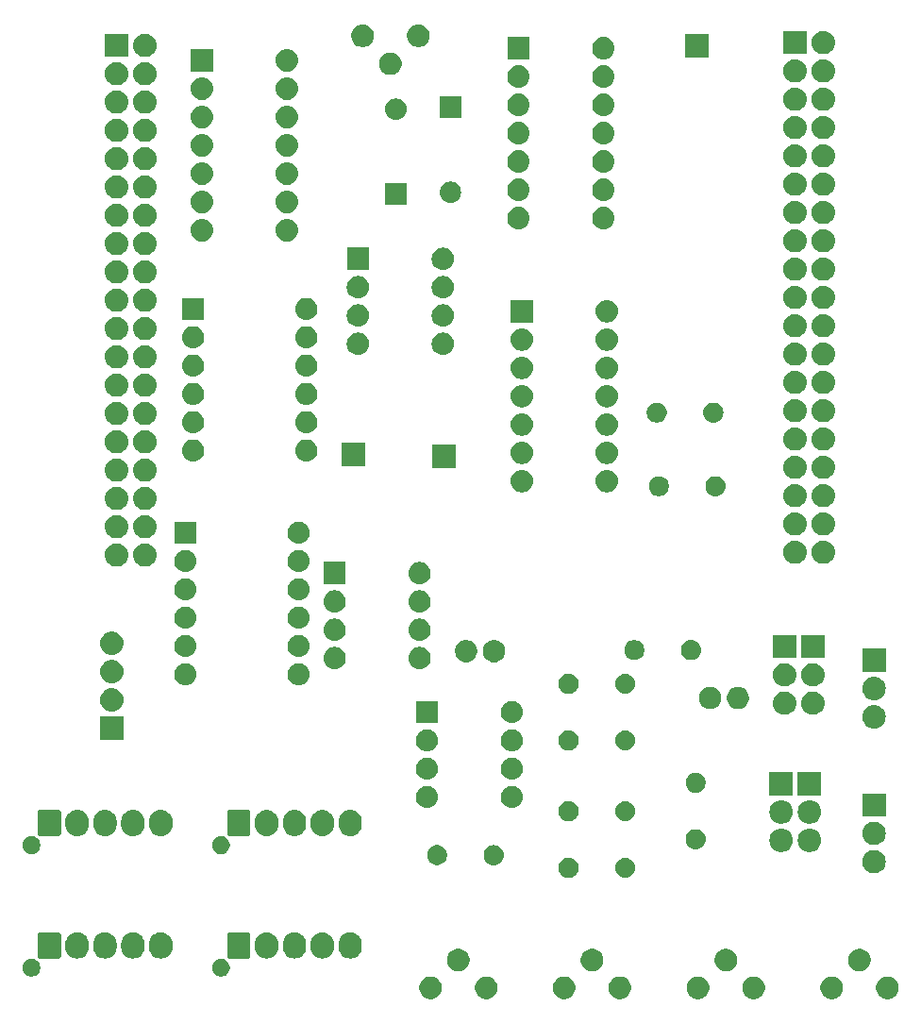
<source format=gbr>
G04 #@! TF.GenerationSoftware,KiCad,Pcbnew,5.0.1*
G04 #@! TF.CreationDate,2019-02-26T15:52:31-05:00*
G04 #@! TF.ProjectId,pongPCB,706F6E675043422E6B696361645F7063,rev?*
G04 #@! TF.SameCoordinates,Original*
G04 #@! TF.FileFunction,Soldermask,Top*
G04 #@! TF.FilePolarity,Negative*
%FSLAX46Y46*%
G04 Gerber Fmt 4.6, Leading zero omitted, Abs format (unit mm)*
G04 Created by KiCad (PCBNEW 5.0.1) date Tue 26 Feb 2019 03:52:31 PM EST*
%MOMM*%
%LPD*%
G01*
G04 APERTURE LIST*
%ADD10C,0.100000*%
G04 APERTURE END LIST*
D10*
G36*
X177294603Y-143128813D02*
X177294605Y-143128814D01*
X177294606Y-143128814D01*
X177362503Y-143156938D01*
X177478415Y-143204950D01*
X177643840Y-143315484D01*
X177784516Y-143456160D01*
X177895050Y-143621585D01*
X177971187Y-143805397D01*
X178010000Y-144000522D01*
X178010000Y-144199478D01*
X177971187Y-144394603D01*
X177895050Y-144578415D01*
X177784516Y-144743840D01*
X177643840Y-144884516D01*
X177478415Y-144995050D01*
X177362503Y-145043062D01*
X177294606Y-145071186D01*
X177294605Y-145071186D01*
X177294603Y-145071187D01*
X177099478Y-145110000D01*
X176900522Y-145110000D01*
X176705397Y-145071187D01*
X176705395Y-145071186D01*
X176705394Y-145071186D01*
X176637497Y-145043062D01*
X176521585Y-144995050D01*
X176356160Y-144884516D01*
X176215484Y-144743840D01*
X176104950Y-144578415D01*
X176028813Y-144394603D01*
X175990000Y-144199478D01*
X175990000Y-144000522D01*
X176028813Y-143805397D01*
X176104950Y-143621585D01*
X176215484Y-143456160D01*
X176356160Y-143315484D01*
X176521585Y-143204950D01*
X176637497Y-143156938D01*
X176705394Y-143128814D01*
X176705395Y-143128814D01*
X176705397Y-143128813D01*
X176900522Y-143090000D01*
X177099478Y-143090000D01*
X177294603Y-143128813D01*
X177294603Y-143128813D01*
G37*
G36*
X172294603Y-143128813D02*
X172294605Y-143128814D01*
X172294606Y-143128814D01*
X172362503Y-143156938D01*
X172478415Y-143204950D01*
X172643840Y-143315484D01*
X172784516Y-143456160D01*
X172895050Y-143621585D01*
X172971187Y-143805397D01*
X173010000Y-144000522D01*
X173010000Y-144199478D01*
X172971187Y-144394603D01*
X172895050Y-144578415D01*
X172784516Y-144743840D01*
X172643840Y-144884516D01*
X172478415Y-144995050D01*
X172362503Y-145043062D01*
X172294606Y-145071186D01*
X172294605Y-145071186D01*
X172294603Y-145071187D01*
X172099478Y-145110000D01*
X171900522Y-145110000D01*
X171705397Y-145071187D01*
X171705395Y-145071186D01*
X171705394Y-145071186D01*
X171637497Y-145043062D01*
X171521585Y-144995050D01*
X171356160Y-144884516D01*
X171215484Y-144743840D01*
X171104950Y-144578415D01*
X171028813Y-144394603D01*
X170990000Y-144199478D01*
X170990000Y-144000522D01*
X171028813Y-143805397D01*
X171104950Y-143621585D01*
X171215484Y-143456160D01*
X171356160Y-143315484D01*
X171521585Y-143204950D01*
X171637497Y-143156938D01*
X171705394Y-143128814D01*
X171705395Y-143128814D01*
X171705397Y-143128813D01*
X171900522Y-143090000D01*
X172099478Y-143090000D01*
X172294603Y-143128813D01*
X172294603Y-143128813D01*
G37*
G36*
X153294603Y-143128813D02*
X153294605Y-143128814D01*
X153294606Y-143128814D01*
X153362503Y-143156938D01*
X153478415Y-143204950D01*
X153643840Y-143315484D01*
X153784516Y-143456160D01*
X153895050Y-143621585D01*
X153971187Y-143805397D01*
X154010000Y-144000522D01*
X154010000Y-144199478D01*
X153971187Y-144394603D01*
X153895050Y-144578415D01*
X153784516Y-144743840D01*
X153643840Y-144884516D01*
X153478415Y-144995050D01*
X153362503Y-145043062D01*
X153294606Y-145071186D01*
X153294605Y-145071186D01*
X153294603Y-145071187D01*
X153099478Y-145110000D01*
X152900522Y-145110000D01*
X152705397Y-145071187D01*
X152705395Y-145071186D01*
X152705394Y-145071186D01*
X152637497Y-145043062D01*
X152521585Y-144995050D01*
X152356160Y-144884516D01*
X152215484Y-144743840D01*
X152104950Y-144578415D01*
X152028813Y-144394603D01*
X151990000Y-144199478D01*
X151990000Y-144000522D01*
X152028813Y-143805397D01*
X152104950Y-143621585D01*
X152215484Y-143456160D01*
X152356160Y-143315484D01*
X152521585Y-143204950D01*
X152637497Y-143156938D01*
X152705394Y-143128814D01*
X152705395Y-143128814D01*
X152705397Y-143128813D01*
X152900522Y-143090000D01*
X153099478Y-143090000D01*
X153294603Y-143128813D01*
X153294603Y-143128813D01*
G37*
G36*
X148294603Y-143128813D02*
X148294605Y-143128814D01*
X148294606Y-143128814D01*
X148362503Y-143156938D01*
X148478415Y-143204950D01*
X148643840Y-143315484D01*
X148784516Y-143456160D01*
X148895050Y-143621585D01*
X148971187Y-143805397D01*
X149010000Y-144000522D01*
X149010000Y-144199478D01*
X148971187Y-144394603D01*
X148895050Y-144578415D01*
X148784516Y-144743840D01*
X148643840Y-144884516D01*
X148478415Y-144995050D01*
X148362503Y-145043062D01*
X148294606Y-145071186D01*
X148294605Y-145071186D01*
X148294603Y-145071187D01*
X148099478Y-145110000D01*
X147900522Y-145110000D01*
X147705397Y-145071187D01*
X147705395Y-145071186D01*
X147705394Y-145071186D01*
X147637497Y-145043062D01*
X147521585Y-144995050D01*
X147356160Y-144884516D01*
X147215484Y-144743840D01*
X147104950Y-144578415D01*
X147028813Y-144394603D01*
X146990000Y-144199478D01*
X146990000Y-144000522D01*
X147028813Y-143805397D01*
X147104950Y-143621585D01*
X147215484Y-143456160D01*
X147356160Y-143315484D01*
X147521585Y-143204950D01*
X147637497Y-143156938D01*
X147705394Y-143128814D01*
X147705395Y-143128814D01*
X147705397Y-143128813D01*
X147900522Y-143090000D01*
X148099478Y-143090000D01*
X148294603Y-143128813D01*
X148294603Y-143128813D01*
G37*
G36*
X136294603Y-143128813D02*
X136294605Y-143128814D01*
X136294606Y-143128814D01*
X136362503Y-143156938D01*
X136478415Y-143204950D01*
X136643840Y-143315484D01*
X136784516Y-143456160D01*
X136895050Y-143621585D01*
X136971187Y-143805397D01*
X137010000Y-144000522D01*
X137010000Y-144199478D01*
X136971187Y-144394603D01*
X136895050Y-144578415D01*
X136784516Y-144743840D01*
X136643840Y-144884516D01*
X136478415Y-144995050D01*
X136362503Y-145043062D01*
X136294606Y-145071186D01*
X136294605Y-145071186D01*
X136294603Y-145071187D01*
X136099478Y-145110000D01*
X135900522Y-145110000D01*
X135705397Y-145071187D01*
X135705395Y-145071186D01*
X135705394Y-145071186D01*
X135637497Y-145043062D01*
X135521585Y-144995050D01*
X135356160Y-144884516D01*
X135215484Y-144743840D01*
X135104950Y-144578415D01*
X135028813Y-144394603D01*
X134990000Y-144199478D01*
X134990000Y-144000522D01*
X135028813Y-143805397D01*
X135104950Y-143621585D01*
X135215484Y-143456160D01*
X135356160Y-143315484D01*
X135521585Y-143204950D01*
X135637497Y-143156938D01*
X135705394Y-143128814D01*
X135705395Y-143128814D01*
X135705397Y-143128813D01*
X135900522Y-143090000D01*
X136099478Y-143090000D01*
X136294603Y-143128813D01*
X136294603Y-143128813D01*
G37*
G36*
X160294603Y-143128813D02*
X160294605Y-143128814D01*
X160294606Y-143128814D01*
X160362503Y-143156938D01*
X160478415Y-143204950D01*
X160643840Y-143315484D01*
X160784516Y-143456160D01*
X160895050Y-143621585D01*
X160971187Y-143805397D01*
X161010000Y-144000522D01*
X161010000Y-144199478D01*
X160971187Y-144394603D01*
X160895050Y-144578415D01*
X160784516Y-144743840D01*
X160643840Y-144884516D01*
X160478415Y-144995050D01*
X160362503Y-145043062D01*
X160294606Y-145071186D01*
X160294605Y-145071186D01*
X160294603Y-145071187D01*
X160099478Y-145110000D01*
X159900522Y-145110000D01*
X159705397Y-145071187D01*
X159705395Y-145071186D01*
X159705394Y-145071186D01*
X159637497Y-145043062D01*
X159521585Y-144995050D01*
X159356160Y-144884516D01*
X159215484Y-144743840D01*
X159104950Y-144578415D01*
X159028813Y-144394603D01*
X158990000Y-144199478D01*
X158990000Y-144000522D01*
X159028813Y-143805397D01*
X159104950Y-143621585D01*
X159215484Y-143456160D01*
X159356160Y-143315484D01*
X159521585Y-143204950D01*
X159637497Y-143156938D01*
X159705394Y-143128814D01*
X159705395Y-143128814D01*
X159705397Y-143128813D01*
X159900522Y-143090000D01*
X160099478Y-143090000D01*
X160294603Y-143128813D01*
X160294603Y-143128813D01*
G37*
G36*
X141294603Y-143128813D02*
X141294605Y-143128814D01*
X141294606Y-143128814D01*
X141362503Y-143156938D01*
X141478415Y-143204950D01*
X141643840Y-143315484D01*
X141784516Y-143456160D01*
X141895050Y-143621585D01*
X141971187Y-143805397D01*
X142010000Y-144000522D01*
X142010000Y-144199478D01*
X141971187Y-144394603D01*
X141895050Y-144578415D01*
X141784516Y-144743840D01*
X141643840Y-144884516D01*
X141478415Y-144995050D01*
X141362503Y-145043062D01*
X141294606Y-145071186D01*
X141294605Y-145071186D01*
X141294603Y-145071187D01*
X141099478Y-145110000D01*
X140900522Y-145110000D01*
X140705397Y-145071187D01*
X140705395Y-145071186D01*
X140705394Y-145071186D01*
X140637497Y-145043062D01*
X140521585Y-144995050D01*
X140356160Y-144884516D01*
X140215484Y-144743840D01*
X140104950Y-144578415D01*
X140028813Y-144394603D01*
X139990000Y-144199478D01*
X139990000Y-144000522D01*
X140028813Y-143805397D01*
X140104950Y-143621585D01*
X140215484Y-143456160D01*
X140356160Y-143315484D01*
X140521585Y-143204950D01*
X140637497Y-143156938D01*
X140705394Y-143128814D01*
X140705395Y-143128814D01*
X140705397Y-143128813D01*
X140900522Y-143090000D01*
X141099478Y-143090000D01*
X141294603Y-143128813D01*
X141294603Y-143128813D01*
G37*
G36*
X165294603Y-143128813D02*
X165294605Y-143128814D01*
X165294606Y-143128814D01*
X165362503Y-143156938D01*
X165478415Y-143204950D01*
X165643840Y-143315484D01*
X165784516Y-143456160D01*
X165895050Y-143621585D01*
X165971187Y-143805397D01*
X166010000Y-144000522D01*
X166010000Y-144199478D01*
X165971187Y-144394603D01*
X165895050Y-144578415D01*
X165784516Y-144743840D01*
X165643840Y-144884516D01*
X165478415Y-144995050D01*
X165362503Y-145043062D01*
X165294606Y-145071186D01*
X165294605Y-145071186D01*
X165294603Y-145071187D01*
X165099478Y-145110000D01*
X164900522Y-145110000D01*
X164705397Y-145071187D01*
X164705395Y-145071186D01*
X164705394Y-145071186D01*
X164637497Y-145043062D01*
X164521585Y-144995050D01*
X164356160Y-144884516D01*
X164215484Y-144743840D01*
X164104950Y-144578415D01*
X164028813Y-144394603D01*
X163990000Y-144199478D01*
X163990000Y-144000522D01*
X164028813Y-143805397D01*
X164104950Y-143621585D01*
X164215484Y-143456160D01*
X164356160Y-143315484D01*
X164521585Y-143204950D01*
X164637497Y-143156938D01*
X164705394Y-143128814D01*
X164705395Y-143128814D01*
X164705397Y-143128813D01*
X164900522Y-143090000D01*
X165099478Y-143090000D01*
X165294603Y-143128813D01*
X165294603Y-143128813D01*
G37*
G36*
X117433352Y-141530743D02*
X117578941Y-141591048D01*
X117709973Y-141678601D01*
X117821399Y-141790027D01*
X117908952Y-141921059D01*
X117969257Y-142066648D01*
X118000000Y-142221205D01*
X118000000Y-142378795D01*
X117969257Y-142533352D01*
X117908952Y-142678941D01*
X117821399Y-142809973D01*
X117709973Y-142921399D01*
X117578941Y-143008952D01*
X117433352Y-143069257D01*
X117278795Y-143100000D01*
X117121205Y-143100000D01*
X116966648Y-143069257D01*
X116821059Y-143008952D01*
X116690027Y-142921399D01*
X116578601Y-142809973D01*
X116491048Y-142678941D01*
X116430743Y-142533352D01*
X116400000Y-142378795D01*
X116400000Y-142221205D01*
X116430743Y-142066648D01*
X116491048Y-141921059D01*
X116578601Y-141790027D01*
X116690027Y-141678601D01*
X116821059Y-141591048D01*
X116966648Y-141530743D01*
X117121205Y-141500000D01*
X117278795Y-141500000D01*
X117433352Y-141530743D01*
X117433352Y-141530743D01*
G37*
G36*
X100433352Y-141530743D02*
X100578941Y-141591048D01*
X100709973Y-141678601D01*
X100821399Y-141790027D01*
X100908952Y-141921059D01*
X100969257Y-142066648D01*
X101000000Y-142221205D01*
X101000000Y-142378795D01*
X100969257Y-142533352D01*
X100908952Y-142678941D01*
X100821399Y-142809973D01*
X100709973Y-142921399D01*
X100578941Y-143008952D01*
X100433352Y-143069257D01*
X100278795Y-143100000D01*
X100121205Y-143100000D01*
X99966648Y-143069257D01*
X99821059Y-143008952D01*
X99690027Y-142921399D01*
X99578601Y-142809973D01*
X99491048Y-142678941D01*
X99430743Y-142533352D01*
X99400000Y-142378795D01*
X99400000Y-142221205D01*
X99430743Y-142066648D01*
X99491048Y-141921059D01*
X99578601Y-141790027D01*
X99690027Y-141678601D01*
X99821059Y-141591048D01*
X99966648Y-141530743D01*
X100121205Y-141500000D01*
X100278795Y-141500000D01*
X100433352Y-141530743D01*
X100433352Y-141530743D01*
G37*
G36*
X162794603Y-140628813D02*
X162794605Y-140628814D01*
X162794606Y-140628814D01*
X162862503Y-140656938D01*
X162978415Y-140704950D01*
X163143840Y-140815484D01*
X163284516Y-140956160D01*
X163395050Y-141121585D01*
X163415541Y-141171056D01*
X163467844Y-141297325D01*
X163471187Y-141305397D01*
X163510000Y-141500522D01*
X163510000Y-141699478D01*
X163471187Y-141894603D01*
X163395050Y-142078415D01*
X163284516Y-142243840D01*
X163143840Y-142384516D01*
X162978415Y-142495050D01*
X162885945Y-142533352D01*
X162794606Y-142571186D01*
X162794605Y-142571186D01*
X162794603Y-142571187D01*
X162599478Y-142610000D01*
X162400522Y-142610000D01*
X162205397Y-142571187D01*
X162205395Y-142571186D01*
X162205394Y-142571186D01*
X162114055Y-142533352D01*
X162021585Y-142495050D01*
X161856160Y-142384516D01*
X161715484Y-142243840D01*
X161604950Y-142078415D01*
X161528813Y-141894603D01*
X161490000Y-141699478D01*
X161490000Y-141500522D01*
X161528813Y-141305397D01*
X161532157Y-141297325D01*
X161584459Y-141171056D01*
X161604950Y-141121585D01*
X161715484Y-140956160D01*
X161856160Y-140815484D01*
X162021585Y-140704950D01*
X162137497Y-140656938D01*
X162205394Y-140628814D01*
X162205395Y-140628814D01*
X162205397Y-140628813D01*
X162400522Y-140590000D01*
X162599478Y-140590000D01*
X162794603Y-140628813D01*
X162794603Y-140628813D01*
G37*
G36*
X174794603Y-140628813D02*
X174794605Y-140628814D01*
X174794606Y-140628814D01*
X174862503Y-140656938D01*
X174978415Y-140704950D01*
X175143840Y-140815484D01*
X175284516Y-140956160D01*
X175395050Y-141121585D01*
X175415541Y-141171056D01*
X175467844Y-141297325D01*
X175471187Y-141305397D01*
X175510000Y-141500522D01*
X175510000Y-141699478D01*
X175471187Y-141894603D01*
X175395050Y-142078415D01*
X175284516Y-142243840D01*
X175143840Y-142384516D01*
X174978415Y-142495050D01*
X174885945Y-142533352D01*
X174794606Y-142571186D01*
X174794605Y-142571186D01*
X174794603Y-142571187D01*
X174599478Y-142610000D01*
X174400522Y-142610000D01*
X174205397Y-142571187D01*
X174205395Y-142571186D01*
X174205394Y-142571186D01*
X174114055Y-142533352D01*
X174021585Y-142495050D01*
X173856160Y-142384516D01*
X173715484Y-142243840D01*
X173604950Y-142078415D01*
X173528813Y-141894603D01*
X173490000Y-141699478D01*
X173490000Y-141500522D01*
X173528813Y-141305397D01*
X173532157Y-141297325D01*
X173584459Y-141171056D01*
X173604950Y-141121585D01*
X173715484Y-140956160D01*
X173856160Y-140815484D01*
X174021585Y-140704950D01*
X174137497Y-140656938D01*
X174205394Y-140628814D01*
X174205395Y-140628814D01*
X174205397Y-140628813D01*
X174400522Y-140590000D01*
X174599478Y-140590000D01*
X174794603Y-140628813D01*
X174794603Y-140628813D01*
G37*
G36*
X150794603Y-140628813D02*
X150794605Y-140628814D01*
X150794606Y-140628814D01*
X150862503Y-140656938D01*
X150978415Y-140704950D01*
X151143840Y-140815484D01*
X151284516Y-140956160D01*
X151395050Y-141121585D01*
X151415541Y-141171056D01*
X151467844Y-141297325D01*
X151471187Y-141305397D01*
X151510000Y-141500522D01*
X151510000Y-141699478D01*
X151471187Y-141894603D01*
X151395050Y-142078415D01*
X151284516Y-142243840D01*
X151143840Y-142384516D01*
X150978415Y-142495050D01*
X150885945Y-142533352D01*
X150794606Y-142571186D01*
X150794605Y-142571186D01*
X150794603Y-142571187D01*
X150599478Y-142610000D01*
X150400522Y-142610000D01*
X150205397Y-142571187D01*
X150205395Y-142571186D01*
X150205394Y-142571186D01*
X150114055Y-142533352D01*
X150021585Y-142495050D01*
X149856160Y-142384516D01*
X149715484Y-142243840D01*
X149604950Y-142078415D01*
X149528813Y-141894603D01*
X149490000Y-141699478D01*
X149490000Y-141500522D01*
X149528813Y-141305397D01*
X149532157Y-141297325D01*
X149584459Y-141171056D01*
X149604950Y-141121585D01*
X149715484Y-140956160D01*
X149856160Y-140815484D01*
X150021585Y-140704950D01*
X150137497Y-140656938D01*
X150205394Y-140628814D01*
X150205395Y-140628814D01*
X150205397Y-140628813D01*
X150400522Y-140590000D01*
X150599478Y-140590000D01*
X150794603Y-140628813D01*
X150794603Y-140628813D01*
G37*
G36*
X138794603Y-140628813D02*
X138794605Y-140628814D01*
X138794606Y-140628814D01*
X138862503Y-140656938D01*
X138978415Y-140704950D01*
X139143840Y-140815484D01*
X139284516Y-140956160D01*
X139395050Y-141121585D01*
X139415541Y-141171056D01*
X139467844Y-141297325D01*
X139471187Y-141305397D01*
X139510000Y-141500522D01*
X139510000Y-141699478D01*
X139471187Y-141894603D01*
X139395050Y-142078415D01*
X139284516Y-142243840D01*
X139143840Y-142384516D01*
X138978415Y-142495050D01*
X138885945Y-142533352D01*
X138794606Y-142571186D01*
X138794605Y-142571186D01*
X138794603Y-142571187D01*
X138599478Y-142610000D01*
X138400522Y-142610000D01*
X138205397Y-142571187D01*
X138205395Y-142571186D01*
X138205394Y-142571186D01*
X138114055Y-142533352D01*
X138021585Y-142495050D01*
X137856160Y-142384516D01*
X137715484Y-142243840D01*
X137604950Y-142078415D01*
X137528813Y-141894603D01*
X137490000Y-141699478D01*
X137490000Y-141500522D01*
X137528813Y-141305397D01*
X137532157Y-141297325D01*
X137584459Y-141171056D01*
X137604950Y-141121585D01*
X137715484Y-140956160D01*
X137856160Y-140815484D01*
X138021585Y-140704950D01*
X138137497Y-140656938D01*
X138205394Y-140628814D01*
X138205395Y-140628814D01*
X138205397Y-140628813D01*
X138400522Y-140590000D01*
X138599478Y-140590000D01*
X138794603Y-140628813D01*
X138794603Y-140628813D01*
G37*
G36*
X107005835Y-139140193D02*
X107127323Y-139177046D01*
X107203762Y-139200233D01*
X107267300Y-139234195D01*
X107386171Y-139297733D01*
X107451961Y-139351726D01*
X107546054Y-139428946D01*
X107677267Y-139588828D01*
X107774767Y-139771237D01*
X107794780Y-139837213D01*
X107834807Y-139969164D01*
X107850000Y-140123422D01*
X107850000Y-140476577D01*
X107834807Y-140630835D01*
X107794780Y-140762786D01*
X107774767Y-140828762D01*
X107774766Y-140828763D01*
X107677267Y-141011171D01*
X107586652Y-141121585D01*
X107546054Y-141171054D01*
X107386172Y-141302267D01*
X107203763Y-141399767D01*
X107170147Y-141409964D01*
X107005836Y-141459807D01*
X106800000Y-141480080D01*
X106594165Y-141459807D01*
X106429854Y-141409964D01*
X106396238Y-141399767D01*
X106213829Y-141302267D01*
X106053949Y-141171056D01*
X106049945Y-141166177D01*
X105922733Y-141011171D01*
X105911581Y-140990307D01*
X105825233Y-140828763D01*
X105787675Y-140704950D01*
X105765193Y-140630836D01*
X105750000Y-140476578D01*
X105750000Y-140123423D01*
X105765193Y-139969165D01*
X105825233Y-139771239D01*
X105825233Y-139771238D01*
X105859195Y-139707700D01*
X105922733Y-139588829D01*
X106053946Y-139428946D01*
X106213828Y-139297733D01*
X106396237Y-139200233D01*
X106472676Y-139177046D01*
X106594164Y-139140193D01*
X106800000Y-139119920D01*
X107005835Y-139140193D01*
X107005835Y-139140193D01*
G37*
G36*
X129005835Y-139140193D02*
X129127323Y-139177046D01*
X129203762Y-139200233D01*
X129267300Y-139234195D01*
X129386171Y-139297733D01*
X129451961Y-139351726D01*
X129546054Y-139428946D01*
X129677267Y-139588828D01*
X129774767Y-139771237D01*
X129794780Y-139837213D01*
X129834807Y-139969164D01*
X129850000Y-140123422D01*
X129850000Y-140476577D01*
X129834807Y-140630835D01*
X129794780Y-140762786D01*
X129774767Y-140828762D01*
X129774766Y-140828763D01*
X129677267Y-141011171D01*
X129586652Y-141121585D01*
X129546054Y-141171054D01*
X129386172Y-141302267D01*
X129203763Y-141399767D01*
X129170147Y-141409964D01*
X129005836Y-141459807D01*
X128800000Y-141480080D01*
X128594165Y-141459807D01*
X128429854Y-141409964D01*
X128396238Y-141399767D01*
X128213829Y-141302267D01*
X128053949Y-141171056D01*
X128049945Y-141166177D01*
X127922733Y-141011171D01*
X127911581Y-140990307D01*
X127825233Y-140828763D01*
X127787675Y-140704950D01*
X127765193Y-140630836D01*
X127750000Y-140476578D01*
X127750000Y-140123423D01*
X127765193Y-139969165D01*
X127825233Y-139771239D01*
X127825233Y-139771238D01*
X127859195Y-139707700D01*
X127922733Y-139588829D01*
X128053946Y-139428946D01*
X128213828Y-139297733D01*
X128396237Y-139200233D01*
X128472676Y-139177046D01*
X128594164Y-139140193D01*
X128800000Y-139119920D01*
X129005835Y-139140193D01*
X129005835Y-139140193D01*
G37*
G36*
X126505835Y-139140193D02*
X126627323Y-139177046D01*
X126703762Y-139200233D01*
X126767300Y-139234195D01*
X126886171Y-139297733D01*
X126951961Y-139351726D01*
X127046054Y-139428946D01*
X127177267Y-139588828D01*
X127274767Y-139771237D01*
X127294780Y-139837213D01*
X127334807Y-139969164D01*
X127350000Y-140123422D01*
X127350000Y-140476577D01*
X127334807Y-140630835D01*
X127294780Y-140762786D01*
X127274767Y-140828762D01*
X127274766Y-140828763D01*
X127177267Y-141011171D01*
X127086652Y-141121585D01*
X127046054Y-141171054D01*
X126886172Y-141302267D01*
X126703763Y-141399767D01*
X126670147Y-141409964D01*
X126505836Y-141459807D01*
X126300000Y-141480080D01*
X126094165Y-141459807D01*
X125929854Y-141409964D01*
X125896238Y-141399767D01*
X125713829Y-141302267D01*
X125553949Y-141171056D01*
X125549945Y-141166177D01*
X125422733Y-141011171D01*
X125411581Y-140990307D01*
X125325233Y-140828763D01*
X125287675Y-140704950D01*
X125265193Y-140630836D01*
X125250000Y-140476578D01*
X125250000Y-140123423D01*
X125265193Y-139969165D01*
X125325233Y-139771239D01*
X125325233Y-139771238D01*
X125359195Y-139707700D01*
X125422733Y-139588829D01*
X125553946Y-139428946D01*
X125713828Y-139297733D01*
X125896237Y-139200233D01*
X125972676Y-139177046D01*
X126094164Y-139140193D01*
X126300000Y-139119920D01*
X126505835Y-139140193D01*
X126505835Y-139140193D01*
G37*
G36*
X124005835Y-139140193D02*
X124127323Y-139177046D01*
X124203762Y-139200233D01*
X124267300Y-139234195D01*
X124386171Y-139297733D01*
X124451961Y-139351726D01*
X124546054Y-139428946D01*
X124677267Y-139588828D01*
X124774767Y-139771237D01*
X124794780Y-139837213D01*
X124834807Y-139969164D01*
X124850000Y-140123422D01*
X124850000Y-140476577D01*
X124834807Y-140630835D01*
X124794780Y-140762786D01*
X124774767Y-140828762D01*
X124774766Y-140828763D01*
X124677267Y-141011171D01*
X124586652Y-141121585D01*
X124546054Y-141171054D01*
X124386172Y-141302267D01*
X124203763Y-141399767D01*
X124170147Y-141409964D01*
X124005836Y-141459807D01*
X123800000Y-141480080D01*
X123594165Y-141459807D01*
X123429854Y-141409964D01*
X123396238Y-141399767D01*
X123213829Y-141302267D01*
X123053949Y-141171056D01*
X123049945Y-141166177D01*
X122922733Y-141011171D01*
X122911581Y-140990307D01*
X122825233Y-140828763D01*
X122787675Y-140704950D01*
X122765193Y-140630836D01*
X122750000Y-140476578D01*
X122750000Y-140123423D01*
X122765193Y-139969165D01*
X122825233Y-139771239D01*
X122825233Y-139771238D01*
X122859195Y-139707700D01*
X122922733Y-139588829D01*
X123053946Y-139428946D01*
X123213828Y-139297733D01*
X123396237Y-139200233D01*
X123472676Y-139177046D01*
X123594164Y-139140193D01*
X123800000Y-139119920D01*
X124005835Y-139140193D01*
X124005835Y-139140193D01*
G37*
G36*
X121505835Y-139140193D02*
X121627323Y-139177046D01*
X121703762Y-139200233D01*
X121767300Y-139234195D01*
X121886171Y-139297733D01*
X121951961Y-139351726D01*
X122046054Y-139428946D01*
X122177267Y-139588828D01*
X122274767Y-139771237D01*
X122294780Y-139837213D01*
X122334807Y-139969164D01*
X122350000Y-140123422D01*
X122350000Y-140476577D01*
X122334807Y-140630835D01*
X122294780Y-140762786D01*
X122274767Y-140828762D01*
X122274766Y-140828763D01*
X122177267Y-141011171D01*
X122086652Y-141121585D01*
X122046054Y-141171054D01*
X121886172Y-141302267D01*
X121703763Y-141399767D01*
X121670147Y-141409964D01*
X121505836Y-141459807D01*
X121300000Y-141480080D01*
X121094165Y-141459807D01*
X120929854Y-141409964D01*
X120896238Y-141399767D01*
X120713829Y-141302267D01*
X120553949Y-141171056D01*
X120549945Y-141166177D01*
X120422733Y-141011171D01*
X120411581Y-140990307D01*
X120325233Y-140828763D01*
X120287675Y-140704950D01*
X120265193Y-140630836D01*
X120250000Y-140476578D01*
X120250000Y-140123423D01*
X120265193Y-139969165D01*
X120325233Y-139771239D01*
X120325233Y-139771238D01*
X120359195Y-139707700D01*
X120422733Y-139588829D01*
X120553946Y-139428946D01*
X120713828Y-139297733D01*
X120896237Y-139200233D01*
X120972676Y-139177046D01*
X121094164Y-139140193D01*
X121300000Y-139119920D01*
X121505835Y-139140193D01*
X121505835Y-139140193D01*
G37*
G36*
X104505835Y-139140193D02*
X104627323Y-139177046D01*
X104703762Y-139200233D01*
X104767300Y-139234195D01*
X104886171Y-139297733D01*
X104951961Y-139351726D01*
X105046054Y-139428946D01*
X105177267Y-139588828D01*
X105274767Y-139771237D01*
X105294780Y-139837213D01*
X105334807Y-139969164D01*
X105350000Y-140123422D01*
X105350000Y-140476577D01*
X105334807Y-140630835D01*
X105294780Y-140762786D01*
X105274767Y-140828762D01*
X105274766Y-140828763D01*
X105177267Y-141011171D01*
X105086652Y-141121585D01*
X105046054Y-141171054D01*
X104886172Y-141302267D01*
X104703763Y-141399767D01*
X104670147Y-141409964D01*
X104505836Y-141459807D01*
X104300000Y-141480080D01*
X104094165Y-141459807D01*
X103929854Y-141409964D01*
X103896238Y-141399767D01*
X103713829Y-141302267D01*
X103553949Y-141171056D01*
X103549945Y-141166177D01*
X103422733Y-141011171D01*
X103411581Y-140990307D01*
X103325233Y-140828763D01*
X103287675Y-140704950D01*
X103265193Y-140630836D01*
X103250000Y-140476578D01*
X103250000Y-140123423D01*
X103265193Y-139969165D01*
X103325233Y-139771239D01*
X103325233Y-139771238D01*
X103359195Y-139707700D01*
X103422733Y-139588829D01*
X103553946Y-139428946D01*
X103713828Y-139297733D01*
X103896237Y-139200233D01*
X103972676Y-139177046D01*
X104094164Y-139140193D01*
X104300000Y-139119920D01*
X104505835Y-139140193D01*
X104505835Y-139140193D01*
G37*
G36*
X109505835Y-139140193D02*
X109627323Y-139177046D01*
X109703762Y-139200233D01*
X109767300Y-139234195D01*
X109886171Y-139297733D01*
X109951961Y-139351726D01*
X110046054Y-139428946D01*
X110177267Y-139588828D01*
X110274767Y-139771237D01*
X110294780Y-139837213D01*
X110334807Y-139969164D01*
X110350000Y-140123422D01*
X110350000Y-140476577D01*
X110334807Y-140630835D01*
X110294780Y-140762786D01*
X110274767Y-140828762D01*
X110274766Y-140828763D01*
X110177267Y-141011171D01*
X110086652Y-141121585D01*
X110046054Y-141171054D01*
X109886172Y-141302267D01*
X109703763Y-141399767D01*
X109670147Y-141409964D01*
X109505836Y-141459807D01*
X109300000Y-141480080D01*
X109094165Y-141459807D01*
X108929854Y-141409964D01*
X108896238Y-141399767D01*
X108713829Y-141302267D01*
X108553949Y-141171056D01*
X108549945Y-141166177D01*
X108422733Y-141011171D01*
X108411581Y-140990307D01*
X108325233Y-140828763D01*
X108287675Y-140704950D01*
X108265193Y-140630836D01*
X108250000Y-140476578D01*
X108250000Y-140123423D01*
X108265193Y-139969165D01*
X108325233Y-139771239D01*
X108325233Y-139771238D01*
X108359195Y-139707700D01*
X108422733Y-139588829D01*
X108553946Y-139428946D01*
X108713828Y-139297733D01*
X108896237Y-139200233D01*
X108972676Y-139177046D01*
X109094164Y-139140193D01*
X109300000Y-139119920D01*
X109505835Y-139140193D01*
X109505835Y-139140193D01*
G37*
G36*
X112005835Y-139140193D02*
X112127323Y-139177046D01*
X112203762Y-139200233D01*
X112267300Y-139234195D01*
X112386171Y-139297733D01*
X112451961Y-139351726D01*
X112546054Y-139428946D01*
X112677267Y-139588828D01*
X112774767Y-139771237D01*
X112794780Y-139837213D01*
X112834807Y-139969164D01*
X112850000Y-140123422D01*
X112850000Y-140476577D01*
X112834807Y-140630835D01*
X112794780Y-140762786D01*
X112774767Y-140828762D01*
X112774766Y-140828763D01*
X112677267Y-141011171D01*
X112586652Y-141121585D01*
X112546054Y-141171054D01*
X112386172Y-141302267D01*
X112203763Y-141399767D01*
X112170147Y-141409964D01*
X112005836Y-141459807D01*
X111800000Y-141480080D01*
X111594165Y-141459807D01*
X111429854Y-141409964D01*
X111396238Y-141399767D01*
X111213829Y-141302267D01*
X111053949Y-141171056D01*
X111049945Y-141166177D01*
X110922733Y-141011171D01*
X110911581Y-140990307D01*
X110825233Y-140828763D01*
X110787675Y-140704950D01*
X110765193Y-140630836D01*
X110750000Y-140476578D01*
X110750000Y-140123423D01*
X110765193Y-139969165D01*
X110825233Y-139771239D01*
X110825233Y-139771238D01*
X110859195Y-139707700D01*
X110922733Y-139588829D01*
X111053946Y-139428946D01*
X111213828Y-139297733D01*
X111396237Y-139200233D01*
X111472676Y-139177046D01*
X111594164Y-139140193D01*
X111800000Y-139119920D01*
X112005835Y-139140193D01*
X112005835Y-139140193D01*
G37*
G36*
X119672325Y-139129831D02*
X119713598Y-139142351D01*
X119751629Y-139162679D01*
X119784964Y-139190036D01*
X119812321Y-139223371D01*
X119832649Y-139261402D01*
X119845169Y-139302675D01*
X119850000Y-139351726D01*
X119850000Y-141248274D01*
X119845169Y-141297325D01*
X119832649Y-141338598D01*
X119812321Y-141376629D01*
X119784964Y-141409964D01*
X119751629Y-141437321D01*
X119713598Y-141457649D01*
X119672325Y-141470169D01*
X119623274Y-141475000D01*
X117976726Y-141475000D01*
X117927675Y-141470169D01*
X117886402Y-141457649D01*
X117848371Y-141437321D01*
X117815036Y-141409964D01*
X117787679Y-141376629D01*
X117767351Y-141338598D01*
X117754831Y-141297325D01*
X117750000Y-141248274D01*
X117750000Y-139351726D01*
X117754831Y-139302675D01*
X117767351Y-139261402D01*
X117787679Y-139223371D01*
X117815036Y-139190036D01*
X117848371Y-139162679D01*
X117886402Y-139142351D01*
X117927675Y-139129831D01*
X117976726Y-139125000D01*
X119623274Y-139125000D01*
X119672325Y-139129831D01*
X119672325Y-139129831D01*
G37*
G36*
X102672325Y-139129831D02*
X102713598Y-139142351D01*
X102751629Y-139162679D01*
X102784964Y-139190036D01*
X102812321Y-139223371D01*
X102832649Y-139261402D01*
X102845169Y-139302675D01*
X102850000Y-139351726D01*
X102850000Y-141248274D01*
X102845169Y-141297325D01*
X102832649Y-141338598D01*
X102812321Y-141376629D01*
X102784964Y-141409964D01*
X102751629Y-141437321D01*
X102713598Y-141457649D01*
X102672325Y-141470169D01*
X102623274Y-141475000D01*
X100976726Y-141475000D01*
X100927675Y-141470169D01*
X100886402Y-141457649D01*
X100848371Y-141437321D01*
X100815036Y-141409964D01*
X100787679Y-141376629D01*
X100767351Y-141338598D01*
X100754831Y-141297325D01*
X100750000Y-141248274D01*
X100750000Y-139351726D01*
X100754831Y-139302675D01*
X100767351Y-139261402D01*
X100787679Y-139223371D01*
X100815036Y-139190036D01*
X100848371Y-139162679D01*
X100886402Y-139142351D01*
X100927675Y-139129831D01*
X100976726Y-139125000D01*
X102623274Y-139125000D01*
X102672325Y-139129831D01*
X102672325Y-139129831D01*
G37*
G36*
X153646432Y-132443022D02*
X153816081Y-132494485D01*
X153972433Y-132578056D01*
X154109475Y-132690525D01*
X154221944Y-132827567D01*
X154305515Y-132983919D01*
X154356978Y-133153568D01*
X154374354Y-133330000D01*
X154356978Y-133506432D01*
X154305515Y-133676081D01*
X154221944Y-133832433D01*
X154109475Y-133969475D01*
X153972433Y-134081944D01*
X153816081Y-134165515D01*
X153646432Y-134216978D01*
X153514211Y-134230000D01*
X153425789Y-134230000D01*
X153293568Y-134216978D01*
X153123919Y-134165515D01*
X152967567Y-134081944D01*
X152830525Y-133969475D01*
X152718056Y-133832433D01*
X152634485Y-133676081D01*
X152583022Y-133506432D01*
X152565646Y-133330000D01*
X152583022Y-133153568D01*
X152634485Y-132983919D01*
X152718056Y-132827567D01*
X152830525Y-132690525D01*
X152967567Y-132578056D01*
X153123919Y-132494485D01*
X153293568Y-132443022D01*
X153425789Y-132430000D01*
X153514211Y-132430000D01*
X153646432Y-132443022D01*
X153646432Y-132443022D01*
G37*
G36*
X148652521Y-132464586D02*
X148816309Y-132532429D01*
X148963720Y-132630926D01*
X149089074Y-132756280D01*
X149187571Y-132903691D01*
X149255414Y-133067479D01*
X149290000Y-133241356D01*
X149290000Y-133418644D01*
X149255414Y-133592521D01*
X149187571Y-133756309D01*
X149089074Y-133903720D01*
X148963720Y-134029074D01*
X148816309Y-134127571D01*
X148652521Y-134195414D01*
X148478644Y-134230000D01*
X148301356Y-134230000D01*
X148127479Y-134195414D01*
X147963691Y-134127571D01*
X147816280Y-134029074D01*
X147690926Y-133903720D01*
X147592429Y-133756309D01*
X147524586Y-133592521D01*
X147490000Y-133418644D01*
X147490000Y-133241356D01*
X147524586Y-133067479D01*
X147592429Y-132903691D01*
X147690926Y-132756280D01*
X147816280Y-132630926D01*
X147963691Y-132532429D01*
X148127479Y-132464586D01*
X148301356Y-132430000D01*
X148478644Y-132430000D01*
X148652521Y-132464586D01*
X148652521Y-132464586D01*
G37*
G36*
X175925362Y-131737267D02*
X176005836Y-131745193D01*
X176137787Y-131785220D01*
X176203763Y-131805233D01*
X176386172Y-131902733D01*
X176546054Y-132033946D01*
X176677267Y-132193828D01*
X176774767Y-132376237D01*
X176794780Y-132442213D01*
X176834807Y-132574164D01*
X176855080Y-132780000D01*
X176834807Y-132985836D01*
X176804126Y-133086977D01*
X176774767Y-133183763D01*
X176677267Y-133366172D01*
X176546054Y-133526054D01*
X176386172Y-133657267D01*
X176203763Y-133754767D01*
X176137787Y-133774780D01*
X176005836Y-133814807D01*
X175928707Y-133822404D01*
X175851580Y-133830000D01*
X175748420Y-133830000D01*
X175671293Y-133822404D01*
X175594164Y-133814807D01*
X175462213Y-133774780D01*
X175396237Y-133754767D01*
X175213828Y-133657267D01*
X175053946Y-133526054D01*
X174922733Y-133366172D01*
X174825233Y-133183763D01*
X174795874Y-133086977D01*
X174765193Y-132985836D01*
X174744920Y-132780000D01*
X174765193Y-132574164D01*
X174805220Y-132442213D01*
X174825233Y-132376237D01*
X174922733Y-132193828D01*
X175053946Y-132033946D01*
X175213828Y-131902733D01*
X175396237Y-131805233D01*
X175462213Y-131785220D01*
X175594164Y-131745193D01*
X175674638Y-131737267D01*
X175748420Y-131730000D01*
X175851580Y-131730000D01*
X175925362Y-131737267D01*
X175925362Y-131737267D01*
G37*
G36*
X141856432Y-131313022D02*
X142026081Y-131364485D01*
X142182433Y-131448056D01*
X142319475Y-131560525D01*
X142431944Y-131697567D01*
X142515515Y-131853919D01*
X142566978Y-132023568D01*
X142584354Y-132200000D01*
X142566978Y-132376432D01*
X142515515Y-132546081D01*
X142431944Y-132702433D01*
X142319475Y-132839475D01*
X142182433Y-132951944D01*
X142026081Y-133035515D01*
X141856432Y-133086978D01*
X141724211Y-133100000D01*
X141635789Y-133100000D01*
X141503568Y-133086978D01*
X141333919Y-133035515D01*
X141177567Y-132951944D01*
X141040525Y-132839475D01*
X140928056Y-132702433D01*
X140844485Y-132546081D01*
X140793022Y-132376432D01*
X140775646Y-132200000D01*
X140793022Y-132023568D01*
X140844485Y-131853919D01*
X140928056Y-131697567D01*
X141040525Y-131560525D01*
X141177567Y-131448056D01*
X141333919Y-131364485D01*
X141503568Y-131313022D01*
X141635789Y-131300000D01*
X141724211Y-131300000D01*
X141856432Y-131313022D01*
X141856432Y-131313022D01*
G37*
G36*
X136862521Y-131334586D02*
X137026309Y-131402429D01*
X137173720Y-131500926D01*
X137299074Y-131626280D01*
X137397571Y-131773691D01*
X137465414Y-131937479D01*
X137500000Y-132111356D01*
X137500000Y-132288644D01*
X137465414Y-132462521D01*
X137397571Y-132626309D01*
X137299074Y-132773720D01*
X137173720Y-132899074D01*
X137026309Y-132997571D01*
X136862521Y-133065414D01*
X136688644Y-133100000D01*
X136511356Y-133100000D01*
X136337479Y-133065414D01*
X136173691Y-132997571D01*
X136026280Y-132899074D01*
X135900926Y-132773720D01*
X135802429Y-132626309D01*
X135734586Y-132462521D01*
X135700000Y-132288644D01*
X135700000Y-132111356D01*
X135734586Y-131937479D01*
X135802429Y-131773691D01*
X135900926Y-131626280D01*
X136026280Y-131500926D01*
X136173691Y-131402429D01*
X136337479Y-131334586D01*
X136511356Y-131300000D01*
X136688644Y-131300000D01*
X136862521Y-131334586D01*
X136862521Y-131334586D01*
G37*
G36*
X100433352Y-130530743D02*
X100578941Y-130591048D01*
X100709973Y-130678601D01*
X100821399Y-130790027D01*
X100908952Y-130921059D01*
X100969257Y-131066648D01*
X101000000Y-131221205D01*
X101000000Y-131378795D01*
X100969257Y-131533352D01*
X100908952Y-131678941D01*
X100821399Y-131809973D01*
X100709973Y-131921399D01*
X100578941Y-132008952D01*
X100433352Y-132069257D01*
X100278795Y-132100000D01*
X100121205Y-132100000D01*
X99966648Y-132069257D01*
X99821059Y-132008952D01*
X99690027Y-131921399D01*
X99578601Y-131809973D01*
X99491048Y-131678941D01*
X99430743Y-131533352D01*
X99400000Y-131378795D01*
X99400000Y-131221205D01*
X99430743Y-131066648D01*
X99491048Y-130921059D01*
X99578601Y-130790027D01*
X99690027Y-130678601D01*
X99821059Y-130591048D01*
X99966648Y-130530743D01*
X100121205Y-130500000D01*
X100278795Y-130500000D01*
X100433352Y-130530743D01*
X100433352Y-130530743D01*
G37*
G36*
X117433352Y-130530743D02*
X117578941Y-130591048D01*
X117709973Y-130678601D01*
X117821399Y-130790027D01*
X117908952Y-130921059D01*
X117969257Y-131066648D01*
X118000000Y-131221205D01*
X118000000Y-131378795D01*
X117969257Y-131533352D01*
X117908952Y-131678941D01*
X117821399Y-131809973D01*
X117709973Y-131921399D01*
X117578941Y-132008952D01*
X117433352Y-132069257D01*
X117278795Y-132100000D01*
X117121205Y-132100000D01*
X116966648Y-132069257D01*
X116821059Y-132008952D01*
X116690027Y-131921399D01*
X116578601Y-131809973D01*
X116491048Y-131678941D01*
X116430743Y-131533352D01*
X116400000Y-131378795D01*
X116400000Y-131221205D01*
X116430743Y-131066648D01*
X116491048Y-130921059D01*
X116578601Y-130790027D01*
X116690027Y-130678601D01*
X116821059Y-130591048D01*
X116966648Y-130530743D01*
X117121205Y-130500000D01*
X117278795Y-130500000D01*
X117433352Y-130530743D01*
X117433352Y-130530743D01*
G37*
G36*
X170138707Y-129817597D02*
X170215836Y-129825193D01*
X170347787Y-129865220D01*
X170413763Y-129885233D01*
X170596172Y-129982733D01*
X170756054Y-130113946D01*
X170887267Y-130273828D01*
X170984767Y-130456237D01*
X170998042Y-130500000D01*
X171044807Y-130654164D01*
X171065080Y-130860000D01*
X171044807Y-131065836D01*
X171026532Y-131126081D01*
X170984767Y-131263763D01*
X170887267Y-131446172D01*
X170756054Y-131606054D01*
X170596172Y-131737267D01*
X170413763Y-131834767D01*
X170350626Y-131853919D01*
X170215836Y-131894807D01*
X170138707Y-131902403D01*
X170061580Y-131910000D01*
X169958420Y-131910000D01*
X169881293Y-131902403D01*
X169804164Y-131894807D01*
X169669374Y-131853919D01*
X169606237Y-131834767D01*
X169423828Y-131737267D01*
X169263946Y-131606054D01*
X169132733Y-131446172D01*
X169035233Y-131263763D01*
X168993468Y-131126081D01*
X168975193Y-131065836D01*
X168954920Y-130860000D01*
X168975193Y-130654164D01*
X169021958Y-130500000D01*
X169035233Y-130456237D01*
X169132733Y-130273828D01*
X169263946Y-130113946D01*
X169423828Y-129982733D01*
X169606237Y-129885233D01*
X169672213Y-129865220D01*
X169804164Y-129825193D01*
X169881293Y-129817597D01*
X169958420Y-129810000D01*
X170061580Y-129810000D01*
X170138707Y-129817597D01*
X170138707Y-129817597D01*
G37*
G36*
X167598707Y-129817597D02*
X167675836Y-129825193D01*
X167807787Y-129865220D01*
X167873763Y-129885233D01*
X168056172Y-129982733D01*
X168216054Y-130113946D01*
X168347267Y-130273828D01*
X168444767Y-130456237D01*
X168458042Y-130500000D01*
X168504807Y-130654164D01*
X168525080Y-130860000D01*
X168504807Y-131065836D01*
X168486532Y-131126081D01*
X168444767Y-131263763D01*
X168347267Y-131446172D01*
X168216054Y-131606054D01*
X168056172Y-131737267D01*
X167873763Y-131834767D01*
X167810626Y-131853919D01*
X167675836Y-131894807D01*
X167598707Y-131902403D01*
X167521580Y-131910000D01*
X167418420Y-131910000D01*
X167341293Y-131902403D01*
X167264164Y-131894807D01*
X167129374Y-131853919D01*
X167066237Y-131834767D01*
X166883828Y-131737267D01*
X166723946Y-131606054D01*
X166592733Y-131446172D01*
X166495233Y-131263763D01*
X166453468Y-131126081D01*
X166435193Y-131065836D01*
X166414920Y-130860000D01*
X166435193Y-130654164D01*
X166481958Y-130500000D01*
X166495233Y-130456237D01*
X166592733Y-130273828D01*
X166723946Y-130113946D01*
X166883828Y-129982733D01*
X167066237Y-129885233D01*
X167132213Y-129865220D01*
X167264164Y-129825193D01*
X167341293Y-129817597D01*
X167418420Y-129810000D01*
X167521580Y-129810000D01*
X167598707Y-129817597D01*
X167598707Y-129817597D01*
G37*
G36*
X159976432Y-129893022D02*
X160146081Y-129944485D01*
X160302433Y-130028056D01*
X160439475Y-130140525D01*
X160551944Y-130277567D01*
X160635515Y-130433919D01*
X160686978Y-130603568D01*
X160704354Y-130780000D01*
X160686978Y-130956432D01*
X160635515Y-131126081D01*
X160551944Y-131282433D01*
X160439475Y-131419475D01*
X160302433Y-131531944D01*
X160146081Y-131615515D01*
X159976432Y-131666978D01*
X159844211Y-131680000D01*
X159755789Y-131680000D01*
X159623568Y-131666978D01*
X159453919Y-131615515D01*
X159297567Y-131531944D01*
X159160525Y-131419475D01*
X159048056Y-131282433D01*
X158964485Y-131126081D01*
X158913022Y-130956432D01*
X158895646Y-130780000D01*
X158913022Y-130603568D01*
X158964485Y-130433919D01*
X159048056Y-130277567D01*
X159160525Y-130140525D01*
X159297567Y-130028056D01*
X159453919Y-129944485D01*
X159623568Y-129893022D01*
X159755789Y-129880000D01*
X159844211Y-129880000D01*
X159976432Y-129893022D01*
X159976432Y-129893022D01*
G37*
G36*
X175925362Y-129197267D02*
X176005836Y-129205193D01*
X176137787Y-129245220D01*
X176203763Y-129265233D01*
X176386172Y-129362733D01*
X176546054Y-129493946D01*
X176677267Y-129653828D01*
X176774767Y-129836237D01*
X176794780Y-129902213D01*
X176834807Y-130034164D01*
X176855080Y-130240000D01*
X176834807Y-130445836D01*
X176809051Y-130530743D01*
X176774767Y-130643763D01*
X176677267Y-130826172D01*
X176546054Y-130986054D01*
X176386172Y-131117267D01*
X176203763Y-131214767D01*
X176137787Y-131234780D01*
X176005836Y-131274807D01*
X175928707Y-131282403D01*
X175851580Y-131290000D01*
X175748420Y-131290000D01*
X175671293Y-131282403D01*
X175594164Y-131274807D01*
X175462213Y-131234780D01*
X175396237Y-131214767D01*
X175213828Y-131117267D01*
X175053946Y-130986054D01*
X174922733Y-130826172D01*
X174825233Y-130643763D01*
X174790949Y-130530743D01*
X174765193Y-130445836D01*
X174744920Y-130240000D01*
X174765193Y-130034164D01*
X174805220Y-129902213D01*
X174825233Y-129836237D01*
X174922733Y-129653828D01*
X175053946Y-129493946D01*
X175213828Y-129362733D01*
X175396237Y-129265233D01*
X175462213Y-129245220D01*
X175594164Y-129205193D01*
X175674638Y-129197267D01*
X175748420Y-129190000D01*
X175851580Y-129190000D01*
X175925362Y-129197267D01*
X175925362Y-129197267D01*
G37*
G36*
X107005835Y-128140193D02*
X107127323Y-128177046D01*
X107203762Y-128200233D01*
X107267300Y-128234195D01*
X107386171Y-128297733D01*
X107451961Y-128351726D01*
X107546054Y-128428946D01*
X107677267Y-128588828D01*
X107774767Y-128771237D01*
X107790686Y-128823717D01*
X107834807Y-128969164D01*
X107842403Y-129046293D01*
X107846267Y-129085514D01*
X107850000Y-129123422D01*
X107850000Y-129476577D01*
X107834807Y-129630835D01*
X107794780Y-129762786D01*
X107774767Y-129828762D01*
X107747379Y-129880000D01*
X107677267Y-130011171D01*
X107550056Y-130166177D01*
X107546054Y-130171054D01*
X107386172Y-130302267D01*
X107203763Y-130399767D01*
X107170147Y-130409964D01*
X107005836Y-130459807D01*
X106800000Y-130480080D01*
X106594165Y-130459807D01*
X106429854Y-130409964D01*
X106396238Y-130399767D01*
X106213829Y-130302267D01*
X106053949Y-130171056D01*
X106049945Y-130166177D01*
X105922733Y-130011171D01*
X105911581Y-129990307D01*
X105825233Y-129828763D01*
X105772168Y-129653828D01*
X105765193Y-129630836D01*
X105757596Y-129553707D01*
X105750000Y-129476580D01*
X105750000Y-129123421D01*
X105765193Y-128969167D01*
X105765193Y-128969165D01*
X105825233Y-128771239D01*
X105825233Y-128771238D01*
X105875974Y-128676309D01*
X105922733Y-128588829D01*
X106053946Y-128428946D01*
X106057011Y-128426431D01*
X106213828Y-128297733D01*
X106396237Y-128200233D01*
X106472676Y-128177046D01*
X106594164Y-128140193D01*
X106800000Y-128119920D01*
X107005835Y-128140193D01*
X107005835Y-128140193D01*
G37*
G36*
X121505835Y-128140193D02*
X121627323Y-128177046D01*
X121703762Y-128200233D01*
X121767300Y-128234195D01*
X121886171Y-128297733D01*
X121951961Y-128351726D01*
X122046054Y-128428946D01*
X122177267Y-128588828D01*
X122274767Y-128771237D01*
X122290686Y-128823717D01*
X122334807Y-128969164D01*
X122342403Y-129046293D01*
X122346267Y-129085514D01*
X122350000Y-129123422D01*
X122350000Y-129476577D01*
X122334807Y-129630835D01*
X122294780Y-129762786D01*
X122274767Y-129828762D01*
X122247379Y-129880000D01*
X122177267Y-130011171D01*
X122050056Y-130166177D01*
X122046054Y-130171054D01*
X121886172Y-130302267D01*
X121703763Y-130399767D01*
X121670147Y-130409964D01*
X121505836Y-130459807D01*
X121300000Y-130480080D01*
X121094165Y-130459807D01*
X120929854Y-130409964D01*
X120896238Y-130399767D01*
X120713829Y-130302267D01*
X120553949Y-130171056D01*
X120549945Y-130166177D01*
X120422733Y-130011171D01*
X120411581Y-129990307D01*
X120325233Y-129828763D01*
X120272168Y-129653828D01*
X120265193Y-129630836D01*
X120257596Y-129553707D01*
X120250000Y-129476580D01*
X120250000Y-129123421D01*
X120265193Y-128969167D01*
X120265193Y-128969165D01*
X120325233Y-128771239D01*
X120325233Y-128771238D01*
X120375974Y-128676309D01*
X120422733Y-128588829D01*
X120553946Y-128428946D01*
X120557011Y-128426431D01*
X120713828Y-128297733D01*
X120896237Y-128200233D01*
X120972676Y-128177046D01*
X121094164Y-128140193D01*
X121300000Y-128119920D01*
X121505835Y-128140193D01*
X121505835Y-128140193D01*
G37*
G36*
X129005835Y-128140193D02*
X129127323Y-128177046D01*
X129203762Y-128200233D01*
X129267300Y-128234195D01*
X129386171Y-128297733D01*
X129451961Y-128351726D01*
X129546054Y-128428946D01*
X129677267Y-128588828D01*
X129774767Y-128771237D01*
X129790686Y-128823717D01*
X129834807Y-128969164D01*
X129842403Y-129046293D01*
X129846267Y-129085514D01*
X129850000Y-129123422D01*
X129850000Y-129476577D01*
X129834807Y-129630835D01*
X129794780Y-129762786D01*
X129774767Y-129828762D01*
X129747379Y-129880000D01*
X129677267Y-130011171D01*
X129550056Y-130166177D01*
X129546054Y-130171054D01*
X129386172Y-130302267D01*
X129203763Y-130399767D01*
X129170147Y-130409964D01*
X129005836Y-130459807D01*
X128800000Y-130480080D01*
X128594165Y-130459807D01*
X128429854Y-130409964D01*
X128396238Y-130399767D01*
X128213829Y-130302267D01*
X128053949Y-130171056D01*
X128049945Y-130166177D01*
X127922733Y-130011171D01*
X127911581Y-129990307D01*
X127825233Y-129828763D01*
X127772168Y-129653828D01*
X127765193Y-129630836D01*
X127757596Y-129553707D01*
X127750000Y-129476580D01*
X127750000Y-129123421D01*
X127765193Y-128969167D01*
X127765193Y-128969165D01*
X127825233Y-128771239D01*
X127825233Y-128771238D01*
X127875974Y-128676309D01*
X127922733Y-128588829D01*
X128053946Y-128428946D01*
X128057011Y-128426431D01*
X128213828Y-128297733D01*
X128396237Y-128200233D01*
X128472676Y-128177046D01*
X128594164Y-128140193D01*
X128800000Y-128119920D01*
X129005835Y-128140193D01*
X129005835Y-128140193D01*
G37*
G36*
X124005835Y-128140193D02*
X124127323Y-128177046D01*
X124203762Y-128200233D01*
X124267300Y-128234195D01*
X124386171Y-128297733D01*
X124451961Y-128351726D01*
X124546054Y-128428946D01*
X124677267Y-128588828D01*
X124774767Y-128771237D01*
X124790686Y-128823717D01*
X124834807Y-128969164D01*
X124842403Y-129046293D01*
X124846267Y-129085514D01*
X124850000Y-129123422D01*
X124850000Y-129476577D01*
X124834807Y-129630835D01*
X124794780Y-129762786D01*
X124774767Y-129828762D01*
X124747379Y-129880000D01*
X124677267Y-130011171D01*
X124550056Y-130166177D01*
X124546054Y-130171054D01*
X124386172Y-130302267D01*
X124203763Y-130399767D01*
X124170147Y-130409964D01*
X124005836Y-130459807D01*
X123800000Y-130480080D01*
X123594165Y-130459807D01*
X123429854Y-130409964D01*
X123396238Y-130399767D01*
X123213829Y-130302267D01*
X123053949Y-130171056D01*
X123049945Y-130166177D01*
X122922733Y-130011171D01*
X122911581Y-129990307D01*
X122825233Y-129828763D01*
X122772168Y-129653828D01*
X122765193Y-129630836D01*
X122757596Y-129553707D01*
X122750000Y-129476580D01*
X122750000Y-129123421D01*
X122765193Y-128969167D01*
X122765193Y-128969165D01*
X122825233Y-128771239D01*
X122825233Y-128771238D01*
X122875974Y-128676309D01*
X122922733Y-128588829D01*
X123053946Y-128428946D01*
X123057011Y-128426431D01*
X123213828Y-128297733D01*
X123396237Y-128200233D01*
X123472676Y-128177046D01*
X123594164Y-128140193D01*
X123800000Y-128119920D01*
X124005835Y-128140193D01*
X124005835Y-128140193D01*
G37*
G36*
X109505835Y-128140193D02*
X109627323Y-128177046D01*
X109703762Y-128200233D01*
X109767300Y-128234195D01*
X109886171Y-128297733D01*
X109951961Y-128351726D01*
X110046054Y-128428946D01*
X110177267Y-128588828D01*
X110274767Y-128771237D01*
X110290686Y-128823717D01*
X110334807Y-128969164D01*
X110342403Y-129046293D01*
X110346267Y-129085514D01*
X110350000Y-129123422D01*
X110350000Y-129476577D01*
X110334807Y-129630835D01*
X110294780Y-129762786D01*
X110274767Y-129828762D01*
X110247379Y-129880000D01*
X110177267Y-130011171D01*
X110050056Y-130166177D01*
X110046054Y-130171054D01*
X109886172Y-130302267D01*
X109703763Y-130399767D01*
X109670147Y-130409964D01*
X109505836Y-130459807D01*
X109300000Y-130480080D01*
X109094165Y-130459807D01*
X108929854Y-130409964D01*
X108896238Y-130399767D01*
X108713829Y-130302267D01*
X108553949Y-130171056D01*
X108549945Y-130166177D01*
X108422733Y-130011171D01*
X108411581Y-129990307D01*
X108325233Y-129828763D01*
X108272168Y-129653828D01*
X108265193Y-129630836D01*
X108257596Y-129553707D01*
X108250000Y-129476580D01*
X108250000Y-129123421D01*
X108265193Y-128969167D01*
X108265193Y-128969165D01*
X108325233Y-128771239D01*
X108325233Y-128771238D01*
X108375974Y-128676309D01*
X108422733Y-128588829D01*
X108553946Y-128428946D01*
X108557011Y-128426431D01*
X108713828Y-128297733D01*
X108896237Y-128200233D01*
X108972676Y-128177046D01*
X109094164Y-128140193D01*
X109300000Y-128119920D01*
X109505835Y-128140193D01*
X109505835Y-128140193D01*
G37*
G36*
X104505835Y-128140193D02*
X104627323Y-128177046D01*
X104703762Y-128200233D01*
X104767300Y-128234195D01*
X104886171Y-128297733D01*
X104951961Y-128351726D01*
X105046054Y-128428946D01*
X105177267Y-128588828D01*
X105274767Y-128771237D01*
X105290686Y-128823717D01*
X105334807Y-128969164D01*
X105342403Y-129046293D01*
X105346267Y-129085514D01*
X105350000Y-129123422D01*
X105350000Y-129476577D01*
X105334807Y-129630835D01*
X105294780Y-129762786D01*
X105274767Y-129828762D01*
X105247379Y-129880000D01*
X105177267Y-130011171D01*
X105050056Y-130166177D01*
X105046054Y-130171054D01*
X104886172Y-130302267D01*
X104703763Y-130399767D01*
X104670147Y-130409964D01*
X104505836Y-130459807D01*
X104300000Y-130480080D01*
X104094165Y-130459807D01*
X103929854Y-130409964D01*
X103896238Y-130399767D01*
X103713829Y-130302267D01*
X103553949Y-130171056D01*
X103549945Y-130166177D01*
X103422733Y-130011171D01*
X103411581Y-129990307D01*
X103325233Y-129828763D01*
X103272168Y-129653828D01*
X103265193Y-129630836D01*
X103257596Y-129553707D01*
X103250000Y-129476580D01*
X103250000Y-129123421D01*
X103265193Y-128969167D01*
X103265193Y-128969165D01*
X103325233Y-128771239D01*
X103325233Y-128771238D01*
X103375974Y-128676309D01*
X103422733Y-128588829D01*
X103553946Y-128428946D01*
X103557011Y-128426431D01*
X103713828Y-128297733D01*
X103896237Y-128200233D01*
X103972676Y-128177046D01*
X104094164Y-128140193D01*
X104300000Y-128119920D01*
X104505835Y-128140193D01*
X104505835Y-128140193D01*
G37*
G36*
X112005835Y-128140193D02*
X112127323Y-128177046D01*
X112203762Y-128200233D01*
X112267300Y-128234195D01*
X112386171Y-128297733D01*
X112451961Y-128351726D01*
X112546054Y-128428946D01*
X112677267Y-128588828D01*
X112774767Y-128771237D01*
X112790686Y-128823717D01*
X112834807Y-128969164D01*
X112842403Y-129046293D01*
X112846267Y-129085514D01*
X112850000Y-129123422D01*
X112850000Y-129476577D01*
X112834807Y-129630835D01*
X112794780Y-129762786D01*
X112774767Y-129828762D01*
X112747379Y-129880000D01*
X112677267Y-130011171D01*
X112550056Y-130166177D01*
X112546054Y-130171054D01*
X112386172Y-130302267D01*
X112203763Y-130399767D01*
X112170147Y-130409964D01*
X112005836Y-130459807D01*
X111800000Y-130480080D01*
X111594165Y-130459807D01*
X111429854Y-130409964D01*
X111396238Y-130399767D01*
X111213829Y-130302267D01*
X111053949Y-130171056D01*
X111049945Y-130166177D01*
X110922733Y-130011171D01*
X110911581Y-129990307D01*
X110825233Y-129828763D01*
X110772168Y-129653828D01*
X110765193Y-129630836D01*
X110757596Y-129553707D01*
X110750000Y-129476580D01*
X110750000Y-129123421D01*
X110765193Y-128969167D01*
X110765193Y-128969165D01*
X110825233Y-128771239D01*
X110825233Y-128771238D01*
X110875974Y-128676309D01*
X110922733Y-128588829D01*
X111053946Y-128428946D01*
X111057011Y-128426431D01*
X111213828Y-128297733D01*
X111396237Y-128200233D01*
X111472676Y-128177046D01*
X111594164Y-128140193D01*
X111800000Y-128119920D01*
X112005835Y-128140193D01*
X112005835Y-128140193D01*
G37*
G36*
X126505835Y-128140193D02*
X126627323Y-128177046D01*
X126703762Y-128200233D01*
X126767300Y-128234195D01*
X126886171Y-128297733D01*
X126951961Y-128351726D01*
X127046054Y-128428946D01*
X127177267Y-128588828D01*
X127274767Y-128771237D01*
X127290686Y-128823717D01*
X127334807Y-128969164D01*
X127342403Y-129046293D01*
X127346267Y-129085514D01*
X127350000Y-129123422D01*
X127350000Y-129476577D01*
X127334807Y-129630835D01*
X127294780Y-129762786D01*
X127274767Y-129828762D01*
X127247379Y-129880000D01*
X127177267Y-130011171D01*
X127050056Y-130166177D01*
X127046054Y-130171054D01*
X126886172Y-130302267D01*
X126703763Y-130399767D01*
X126670147Y-130409964D01*
X126505836Y-130459807D01*
X126300000Y-130480080D01*
X126094165Y-130459807D01*
X125929854Y-130409964D01*
X125896238Y-130399767D01*
X125713829Y-130302267D01*
X125553949Y-130171056D01*
X125549945Y-130166177D01*
X125422733Y-130011171D01*
X125411581Y-129990307D01*
X125325233Y-129828763D01*
X125272168Y-129653828D01*
X125265193Y-129630836D01*
X125257596Y-129553707D01*
X125250000Y-129476580D01*
X125250000Y-129123421D01*
X125265193Y-128969167D01*
X125265193Y-128969165D01*
X125325233Y-128771239D01*
X125325233Y-128771238D01*
X125375974Y-128676309D01*
X125422733Y-128588829D01*
X125553946Y-128428946D01*
X125557011Y-128426431D01*
X125713828Y-128297733D01*
X125896237Y-128200233D01*
X125972676Y-128177046D01*
X126094164Y-128140193D01*
X126300000Y-128119920D01*
X126505835Y-128140193D01*
X126505835Y-128140193D01*
G37*
G36*
X102672325Y-128129831D02*
X102713598Y-128142351D01*
X102751629Y-128162679D01*
X102784964Y-128190036D01*
X102812321Y-128223371D01*
X102832649Y-128261402D01*
X102845169Y-128302675D01*
X102850000Y-128351726D01*
X102850000Y-130248274D01*
X102845169Y-130297325D01*
X102832649Y-130338598D01*
X102812321Y-130376629D01*
X102784964Y-130409964D01*
X102751629Y-130437321D01*
X102713598Y-130457649D01*
X102672325Y-130470169D01*
X102623274Y-130475000D01*
X100976726Y-130475000D01*
X100927675Y-130470169D01*
X100886402Y-130457649D01*
X100848371Y-130437321D01*
X100815036Y-130409964D01*
X100787679Y-130376629D01*
X100767351Y-130338598D01*
X100754831Y-130297325D01*
X100750000Y-130248274D01*
X100750000Y-128351726D01*
X100754831Y-128302675D01*
X100767351Y-128261402D01*
X100787679Y-128223371D01*
X100815036Y-128190036D01*
X100848371Y-128162679D01*
X100886402Y-128142351D01*
X100927675Y-128129831D01*
X100976726Y-128125000D01*
X102623274Y-128125000D01*
X102672325Y-128129831D01*
X102672325Y-128129831D01*
G37*
G36*
X119672325Y-128129831D02*
X119713598Y-128142351D01*
X119751629Y-128162679D01*
X119784964Y-128190036D01*
X119812321Y-128223371D01*
X119832649Y-128261402D01*
X119845169Y-128302675D01*
X119850000Y-128351726D01*
X119850000Y-130248274D01*
X119845169Y-130297325D01*
X119832649Y-130338598D01*
X119812321Y-130376629D01*
X119784964Y-130409964D01*
X119751629Y-130437321D01*
X119713598Y-130457649D01*
X119672325Y-130470169D01*
X119623274Y-130475000D01*
X117976726Y-130475000D01*
X117927675Y-130470169D01*
X117886402Y-130457649D01*
X117848371Y-130437321D01*
X117815036Y-130409964D01*
X117787679Y-130376629D01*
X117767351Y-130338598D01*
X117754831Y-130297325D01*
X117750000Y-130248274D01*
X117750000Y-128351726D01*
X117754831Y-128302675D01*
X117767351Y-128261402D01*
X117787679Y-128223371D01*
X117815036Y-128190036D01*
X117848371Y-128162679D01*
X117886402Y-128142351D01*
X117927675Y-128129831D01*
X117976726Y-128125000D01*
X119623274Y-128125000D01*
X119672325Y-128129831D01*
X119672325Y-128129831D01*
G37*
G36*
X167598707Y-127277596D02*
X167675836Y-127285193D01*
X167807787Y-127325220D01*
X167873763Y-127345233D01*
X168056172Y-127442733D01*
X168216054Y-127573946D01*
X168347267Y-127733828D01*
X168444767Y-127916237D01*
X168444767Y-127916238D01*
X168504807Y-128114164D01*
X168525080Y-128320000D01*
X168504807Y-128525836D01*
X168485698Y-128588829D01*
X168444767Y-128723763D01*
X168347267Y-128906172D01*
X168216054Y-129066054D01*
X168056172Y-129197267D01*
X167873763Y-129294767D01*
X167807787Y-129314780D01*
X167675836Y-129354807D01*
X167598707Y-129362403D01*
X167521580Y-129370000D01*
X167418420Y-129370000D01*
X167341293Y-129362403D01*
X167264164Y-129354807D01*
X167132213Y-129314780D01*
X167066237Y-129294767D01*
X166883828Y-129197267D01*
X166723946Y-129066054D01*
X166592733Y-128906172D01*
X166495233Y-128723763D01*
X166454302Y-128588829D01*
X166435193Y-128525836D01*
X166414920Y-128320000D01*
X166435193Y-128114164D01*
X166495233Y-127916238D01*
X166495233Y-127916237D01*
X166592733Y-127733828D01*
X166723946Y-127573946D01*
X166883828Y-127442733D01*
X167066237Y-127345233D01*
X167132213Y-127325220D01*
X167264164Y-127285193D01*
X167341293Y-127277596D01*
X167418420Y-127270000D01*
X167521580Y-127270000D01*
X167598707Y-127277596D01*
X167598707Y-127277596D01*
G37*
G36*
X170138707Y-127277596D02*
X170215836Y-127285193D01*
X170347787Y-127325220D01*
X170413763Y-127345233D01*
X170596172Y-127442733D01*
X170756054Y-127573946D01*
X170887267Y-127733828D01*
X170984767Y-127916237D01*
X170984767Y-127916238D01*
X171044807Y-128114164D01*
X171065080Y-128320000D01*
X171044807Y-128525836D01*
X171025698Y-128588829D01*
X170984767Y-128723763D01*
X170887267Y-128906172D01*
X170756054Y-129066054D01*
X170596172Y-129197267D01*
X170413763Y-129294767D01*
X170347787Y-129314780D01*
X170215836Y-129354807D01*
X170138707Y-129362403D01*
X170061580Y-129370000D01*
X169958420Y-129370000D01*
X169881293Y-129362403D01*
X169804164Y-129354807D01*
X169672213Y-129314780D01*
X169606237Y-129294767D01*
X169423828Y-129197267D01*
X169263946Y-129066054D01*
X169132733Y-128906172D01*
X169035233Y-128723763D01*
X168994302Y-128588829D01*
X168975193Y-128525836D01*
X168954920Y-128320000D01*
X168975193Y-128114164D01*
X169035233Y-127916238D01*
X169035233Y-127916237D01*
X169132733Y-127733828D01*
X169263946Y-127573946D01*
X169423828Y-127442733D01*
X169606237Y-127345233D01*
X169672213Y-127325220D01*
X169804164Y-127285193D01*
X169881293Y-127277596D01*
X169958420Y-127270000D01*
X170061580Y-127270000D01*
X170138707Y-127277596D01*
X170138707Y-127277596D01*
G37*
G36*
X148652521Y-127384586D02*
X148816309Y-127452429D01*
X148963720Y-127550926D01*
X149089074Y-127676280D01*
X149187571Y-127823691D01*
X149255414Y-127987479D01*
X149290000Y-128161356D01*
X149290000Y-128338644D01*
X149255414Y-128512521D01*
X149187571Y-128676309D01*
X149089074Y-128823720D01*
X148963720Y-128949074D01*
X148816309Y-129047571D01*
X148652521Y-129115414D01*
X148478644Y-129150000D01*
X148301356Y-129150000D01*
X148127479Y-129115414D01*
X147963691Y-129047571D01*
X147816280Y-128949074D01*
X147690926Y-128823720D01*
X147592429Y-128676309D01*
X147524586Y-128512521D01*
X147490000Y-128338644D01*
X147490000Y-128161356D01*
X147524586Y-127987479D01*
X147592429Y-127823691D01*
X147690926Y-127676280D01*
X147816280Y-127550926D01*
X147963691Y-127452429D01*
X148127479Y-127384586D01*
X148301356Y-127350000D01*
X148478644Y-127350000D01*
X148652521Y-127384586D01*
X148652521Y-127384586D01*
G37*
G36*
X153646432Y-127363022D02*
X153816081Y-127414485D01*
X153972433Y-127498056D01*
X154109475Y-127610525D01*
X154221944Y-127747567D01*
X154305515Y-127903919D01*
X154356978Y-128073568D01*
X154374354Y-128250000D01*
X154356978Y-128426432D01*
X154305515Y-128596081D01*
X154221944Y-128752433D01*
X154109475Y-128889475D01*
X153972433Y-129001944D01*
X153816081Y-129085515D01*
X153646432Y-129136978D01*
X153514211Y-129150000D01*
X153425789Y-129150000D01*
X153293568Y-129136978D01*
X153123919Y-129085515D01*
X152967567Y-129001944D01*
X152830525Y-128889475D01*
X152718056Y-128752433D01*
X152634485Y-128596081D01*
X152583022Y-128426432D01*
X152565646Y-128250000D01*
X152583022Y-128073568D01*
X152634485Y-127903919D01*
X152718056Y-127747567D01*
X152830525Y-127610525D01*
X152967567Y-127498056D01*
X153123919Y-127414485D01*
X153293568Y-127363022D01*
X153425789Y-127350000D01*
X153514211Y-127350000D01*
X153646432Y-127363022D01*
X153646432Y-127363022D01*
G37*
G36*
X176850000Y-128750000D02*
X174750000Y-128750000D01*
X174750000Y-126650000D01*
X176850000Y-126650000D01*
X176850000Y-128750000D01*
X176850000Y-128750000D01*
G37*
G36*
X143506030Y-125994469D02*
X143506033Y-125994470D01*
X143506034Y-125994470D01*
X143694535Y-126051651D01*
X143694537Y-126051652D01*
X143868260Y-126144509D01*
X144020528Y-126269472D01*
X144145491Y-126421740D01*
X144222286Y-126565414D01*
X144238349Y-126595465D01*
X144254892Y-126650000D01*
X144295531Y-126783970D01*
X144314838Y-126980000D01*
X144295531Y-127176030D01*
X144295530Y-127176033D01*
X144295530Y-127176034D01*
X144238808Y-127363023D01*
X144238348Y-127364537D01*
X144145491Y-127538260D01*
X144020528Y-127690528D01*
X143868260Y-127815491D01*
X143868258Y-127815492D01*
X143694535Y-127908349D01*
X143506034Y-127965530D01*
X143506033Y-127965530D01*
X143506030Y-127965531D01*
X143359124Y-127980000D01*
X143260876Y-127980000D01*
X143113970Y-127965531D01*
X143113967Y-127965530D01*
X143113966Y-127965530D01*
X142925465Y-127908349D01*
X142751742Y-127815492D01*
X142751740Y-127815491D01*
X142599472Y-127690528D01*
X142474509Y-127538260D01*
X142381652Y-127364537D01*
X142381193Y-127363023D01*
X142324470Y-127176034D01*
X142324470Y-127176033D01*
X142324469Y-127176030D01*
X142305162Y-126980000D01*
X142324469Y-126783970D01*
X142365108Y-126650000D01*
X142381651Y-126595465D01*
X142397714Y-126565414D01*
X142474509Y-126421740D01*
X142599472Y-126269472D01*
X142751740Y-126144509D01*
X142925463Y-126051652D01*
X142925465Y-126051651D01*
X143113966Y-125994470D01*
X143113967Y-125994470D01*
X143113970Y-125994469D01*
X143260876Y-125980000D01*
X143359124Y-125980000D01*
X143506030Y-125994469D01*
X143506030Y-125994469D01*
G37*
G36*
X135886030Y-125994469D02*
X135886033Y-125994470D01*
X135886034Y-125994470D01*
X136074535Y-126051651D01*
X136074537Y-126051652D01*
X136248260Y-126144509D01*
X136400528Y-126269472D01*
X136525491Y-126421740D01*
X136602286Y-126565414D01*
X136618349Y-126595465D01*
X136634892Y-126650000D01*
X136675531Y-126783970D01*
X136694838Y-126980000D01*
X136675531Y-127176030D01*
X136675530Y-127176033D01*
X136675530Y-127176034D01*
X136618808Y-127363023D01*
X136618348Y-127364537D01*
X136525491Y-127538260D01*
X136400528Y-127690528D01*
X136248260Y-127815491D01*
X136248258Y-127815492D01*
X136074535Y-127908349D01*
X135886034Y-127965530D01*
X135886033Y-127965530D01*
X135886030Y-127965531D01*
X135739124Y-127980000D01*
X135640876Y-127980000D01*
X135493970Y-127965531D01*
X135493967Y-127965530D01*
X135493966Y-127965530D01*
X135305465Y-127908349D01*
X135131742Y-127815492D01*
X135131740Y-127815491D01*
X134979472Y-127690528D01*
X134854509Y-127538260D01*
X134761652Y-127364537D01*
X134761193Y-127363023D01*
X134704470Y-127176034D01*
X134704470Y-127176033D01*
X134704469Y-127176030D01*
X134685162Y-126980000D01*
X134704469Y-126783970D01*
X134745108Y-126650000D01*
X134761651Y-126595465D01*
X134777714Y-126565414D01*
X134854509Y-126421740D01*
X134979472Y-126269472D01*
X135131740Y-126144509D01*
X135305463Y-126051652D01*
X135305465Y-126051651D01*
X135493966Y-125994470D01*
X135493967Y-125994470D01*
X135493970Y-125994469D01*
X135640876Y-125980000D01*
X135739124Y-125980000D01*
X135886030Y-125994469D01*
X135886030Y-125994469D01*
G37*
G36*
X168520000Y-126830000D02*
X166420000Y-126830000D01*
X166420000Y-124730000D01*
X168520000Y-124730000D01*
X168520000Y-126830000D01*
X168520000Y-126830000D01*
G37*
G36*
X171060000Y-126830000D02*
X168960000Y-126830000D01*
X168960000Y-124730000D01*
X171060000Y-124730000D01*
X171060000Y-126830000D01*
X171060000Y-126830000D01*
G37*
G36*
X160062521Y-124834586D02*
X160226309Y-124902429D01*
X160373720Y-125000926D01*
X160499074Y-125126280D01*
X160597571Y-125273691D01*
X160665414Y-125437479D01*
X160700000Y-125611356D01*
X160700000Y-125788644D01*
X160665414Y-125962521D01*
X160597571Y-126126309D01*
X160499074Y-126273720D01*
X160373720Y-126399074D01*
X160226309Y-126497571D01*
X160062521Y-126565414D01*
X159888644Y-126600000D01*
X159711356Y-126600000D01*
X159537479Y-126565414D01*
X159373691Y-126497571D01*
X159226280Y-126399074D01*
X159100926Y-126273720D01*
X159002429Y-126126309D01*
X158934586Y-125962521D01*
X158900000Y-125788644D01*
X158900000Y-125611356D01*
X158934586Y-125437479D01*
X159002429Y-125273691D01*
X159100926Y-125126280D01*
X159226280Y-125000926D01*
X159373691Y-124902429D01*
X159537479Y-124834586D01*
X159711356Y-124800000D01*
X159888644Y-124800000D01*
X160062521Y-124834586D01*
X160062521Y-124834586D01*
G37*
G36*
X143506030Y-123454469D02*
X143506033Y-123454470D01*
X143506034Y-123454470D01*
X143694535Y-123511651D01*
X143694537Y-123511652D01*
X143868260Y-123604509D01*
X144020528Y-123729472D01*
X144145491Y-123881740D01*
X144238348Y-124055463D01*
X144295531Y-124243970D01*
X144314838Y-124440000D01*
X144295531Y-124636030D01*
X144295530Y-124636033D01*
X144295530Y-124636034D01*
X144245792Y-124800000D01*
X144238348Y-124824537D01*
X144145491Y-124998260D01*
X144020528Y-125150528D01*
X143868260Y-125275491D01*
X143868258Y-125275492D01*
X143694535Y-125368349D01*
X143506034Y-125425530D01*
X143506033Y-125425530D01*
X143506030Y-125425531D01*
X143359124Y-125440000D01*
X143260876Y-125440000D01*
X143113970Y-125425531D01*
X143113967Y-125425530D01*
X143113966Y-125425530D01*
X142925465Y-125368349D01*
X142751742Y-125275492D01*
X142751740Y-125275491D01*
X142599472Y-125150528D01*
X142474509Y-124998260D01*
X142381652Y-124824537D01*
X142374209Y-124800000D01*
X142324470Y-124636034D01*
X142324470Y-124636033D01*
X142324469Y-124636030D01*
X142305162Y-124440000D01*
X142324469Y-124243970D01*
X142381652Y-124055463D01*
X142474509Y-123881740D01*
X142599472Y-123729472D01*
X142751740Y-123604509D01*
X142925463Y-123511652D01*
X142925465Y-123511651D01*
X143113966Y-123454470D01*
X143113967Y-123454470D01*
X143113970Y-123454469D01*
X143260876Y-123440000D01*
X143359124Y-123440000D01*
X143506030Y-123454469D01*
X143506030Y-123454469D01*
G37*
G36*
X135886030Y-123454469D02*
X135886033Y-123454470D01*
X135886034Y-123454470D01*
X136074535Y-123511651D01*
X136074537Y-123511652D01*
X136248260Y-123604509D01*
X136400528Y-123729472D01*
X136525491Y-123881740D01*
X136618348Y-124055463D01*
X136675531Y-124243970D01*
X136694838Y-124440000D01*
X136675531Y-124636030D01*
X136675530Y-124636033D01*
X136675530Y-124636034D01*
X136625792Y-124800000D01*
X136618348Y-124824537D01*
X136525491Y-124998260D01*
X136400528Y-125150528D01*
X136248260Y-125275491D01*
X136248258Y-125275492D01*
X136074535Y-125368349D01*
X135886034Y-125425530D01*
X135886033Y-125425530D01*
X135886030Y-125425531D01*
X135739124Y-125440000D01*
X135640876Y-125440000D01*
X135493970Y-125425531D01*
X135493967Y-125425530D01*
X135493966Y-125425530D01*
X135305465Y-125368349D01*
X135131742Y-125275492D01*
X135131740Y-125275491D01*
X134979472Y-125150528D01*
X134854509Y-124998260D01*
X134761652Y-124824537D01*
X134754209Y-124800000D01*
X134704470Y-124636034D01*
X134704470Y-124636033D01*
X134704469Y-124636030D01*
X134685162Y-124440000D01*
X134704469Y-124243970D01*
X134761652Y-124055463D01*
X134854509Y-123881740D01*
X134979472Y-123729472D01*
X135131740Y-123604509D01*
X135305463Y-123511652D01*
X135305465Y-123511651D01*
X135493966Y-123454470D01*
X135493967Y-123454470D01*
X135493970Y-123454469D01*
X135640876Y-123440000D01*
X135739124Y-123440000D01*
X135886030Y-123454469D01*
X135886030Y-123454469D01*
G37*
G36*
X135886030Y-120914469D02*
X135886033Y-120914470D01*
X135886034Y-120914470D01*
X136074535Y-120971651D01*
X136074537Y-120971652D01*
X136248260Y-121064509D01*
X136400528Y-121189472D01*
X136525491Y-121341740D01*
X136525492Y-121341742D01*
X136618349Y-121515465D01*
X136675530Y-121703966D01*
X136675531Y-121703970D01*
X136694838Y-121900000D01*
X136675531Y-122096030D01*
X136675530Y-122096033D01*
X136675530Y-122096034D01*
X136655362Y-122162520D01*
X136618348Y-122284537D01*
X136525491Y-122458260D01*
X136400528Y-122610528D01*
X136248260Y-122735491D01*
X136151935Y-122786978D01*
X136074535Y-122828349D01*
X135886034Y-122885530D01*
X135886033Y-122885530D01*
X135886030Y-122885531D01*
X135739124Y-122900000D01*
X135640876Y-122900000D01*
X135493970Y-122885531D01*
X135493967Y-122885530D01*
X135493966Y-122885530D01*
X135305465Y-122828349D01*
X135228065Y-122786978D01*
X135131740Y-122735491D01*
X134979472Y-122610528D01*
X134854509Y-122458260D01*
X134761652Y-122284537D01*
X134724639Y-122162520D01*
X134704470Y-122096034D01*
X134704470Y-122096033D01*
X134704469Y-122096030D01*
X134685162Y-121900000D01*
X134704469Y-121703970D01*
X134704470Y-121703966D01*
X134761651Y-121515465D01*
X134854508Y-121341742D01*
X134854509Y-121341740D01*
X134979472Y-121189472D01*
X135131740Y-121064509D01*
X135305463Y-120971652D01*
X135305465Y-120971651D01*
X135493966Y-120914470D01*
X135493967Y-120914470D01*
X135493970Y-120914469D01*
X135640876Y-120900000D01*
X135739124Y-120900000D01*
X135886030Y-120914469D01*
X135886030Y-120914469D01*
G37*
G36*
X143506030Y-120914469D02*
X143506033Y-120914470D01*
X143506034Y-120914470D01*
X143694535Y-120971651D01*
X143694537Y-120971652D01*
X143868260Y-121064509D01*
X144020528Y-121189472D01*
X144145491Y-121341740D01*
X144145492Y-121341742D01*
X144238349Y-121515465D01*
X144295530Y-121703966D01*
X144295531Y-121703970D01*
X144314838Y-121900000D01*
X144295531Y-122096030D01*
X144295530Y-122096033D01*
X144295530Y-122096034D01*
X144275362Y-122162520D01*
X144238348Y-122284537D01*
X144145491Y-122458260D01*
X144020528Y-122610528D01*
X143868260Y-122735491D01*
X143771935Y-122786978D01*
X143694535Y-122828349D01*
X143506034Y-122885530D01*
X143506033Y-122885530D01*
X143506030Y-122885531D01*
X143359124Y-122900000D01*
X143260876Y-122900000D01*
X143113970Y-122885531D01*
X143113967Y-122885530D01*
X143113966Y-122885530D01*
X142925465Y-122828349D01*
X142848065Y-122786978D01*
X142751740Y-122735491D01*
X142599472Y-122610528D01*
X142474509Y-122458260D01*
X142381652Y-122284537D01*
X142344639Y-122162520D01*
X142324470Y-122096034D01*
X142324470Y-122096033D01*
X142324469Y-122096030D01*
X142305162Y-121900000D01*
X142324469Y-121703970D01*
X142324470Y-121703966D01*
X142381651Y-121515465D01*
X142474508Y-121341742D01*
X142474509Y-121341740D01*
X142599472Y-121189472D01*
X142751740Y-121064509D01*
X142925463Y-120971652D01*
X142925465Y-120971651D01*
X143113966Y-120914470D01*
X143113967Y-120914470D01*
X143113970Y-120914469D01*
X143260876Y-120900000D01*
X143359124Y-120900000D01*
X143506030Y-120914469D01*
X143506030Y-120914469D01*
G37*
G36*
X153646432Y-121013022D02*
X153816081Y-121064485D01*
X153972433Y-121148056D01*
X154109475Y-121260525D01*
X154221944Y-121397567D01*
X154305515Y-121553919D01*
X154356978Y-121723568D01*
X154374354Y-121900000D01*
X154356978Y-122076432D01*
X154305515Y-122246081D01*
X154221944Y-122402433D01*
X154109475Y-122539475D01*
X153972433Y-122651944D01*
X153816081Y-122735515D01*
X153646432Y-122786978D01*
X153514211Y-122800000D01*
X153425789Y-122800000D01*
X153293568Y-122786978D01*
X153123919Y-122735515D01*
X152967567Y-122651944D01*
X152830525Y-122539475D01*
X152718056Y-122402433D01*
X152634485Y-122246081D01*
X152583022Y-122076432D01*
X152565646Y-121900000D01*
X152583022Y-121723568D01*
X152634485Y-121553919D01*
X152718056Y-121397567D01*
X152830525Y-121260525D01*
X152967567Y-121148056D01*
X153123919Y-121064485D01*
X153293568Y-121013022D01*
X153425789Y-121000000D01*
X153514211Y-121000000D01*
X153646432Y-121013022D01*
X153646432Y-121013022D01*
G37*
G36*
X148652521Y-121034586D02*
X148816309Y-121102429D01*
X148963720Y-121200926D01*
X149089074Y-121326280D01*
X149187571Y-121473691D01*
X149255414Y-121637479D01*
X149290000Y-121811356D01*
X149290000Y-121988644D01*
X149255414Y-122162521D01*
X149187571Y-122326309D01*
X149089074Y-122473720D01*
X148963720Y-122599074D01*
X148816309Y-122697571D01*
X148652521Y-122765414D01*
X148478644Y-122800000D01*
X148301356Y-122800000D01*
X148127479Y-122765414D01*
X147963691Y-122697571D01*
X147816280Y-122599074D01*
X147690926Y-122473720D01*
X147592429Y-122326309D01*
X147524586Y-122162521D01*
X147490000Y-121988644D01*
X147490000Y-121811356D01*
X147524586Y-121637479D01*
X147592429Y-121473691D01*
X147690926Y-121326280D01*
X147816280Y-121200926D01*
X147963691Y-121102429D01*
X148127479Y-121034586D01*
X148301356Y-121000000D01*
X148478644Y-121000000D01*
X148652521Y-121034586D01*
X148652521Y-121034586D01*
G37*
G36*
X108450000Y-121850000D02*
X106350000Y-121850000D01*
X106350000Y-119750000D01*
X108450000Y-119750000D01*
X108450000Y-121850000D01*
X108450000Y-121850000D01*
G37*
G36*
X175928707Y-118737596D02*
X176005836Y-118745193D01*
X176137787Y-118785220D01*
X176203763Y-118805233D01*
X176386172Y-118902733D01*
X176546054Y-119033946D01*
X176677267Y-119193828D01*
X176774767Y-119376237D01*
X176774767Y-119376238D01*
X176834807Y-119574164D01*
X176855080Y-119780000D01*
X176834807Y-119985836D01*
X176809116Y-120070528D01*
X176774767Y-120183763D01*
X176677267Y-120366172D01*
X176546054Y-120526054D01*
X176386172Y-120657267D01*
X176203763Y-120754767D01*
X176137787Y-120774780D01*
X176005836Y-120814807D01*
X175928707Y-120822404D01*
X175851580Y-120830000D01*
X175748420Y-120830000D01*
X175671293Y-120822404D01*
X175594164Y-120814807D01*
X175462213Y-120774780D01*
X175396237Y-120754767D01*
X175213828Y-120657267D01*
X175053946Y-120526054D01*
X174922733Y-120366172D01*
X174825233Y-120183763D01*
X174790884Y-120070528D01*
X174765193Y-119985836D01*
X174744920Y-119780000D01*
X174765193Y-119574164D01*
X174825233Y-119376238D01*
X174825233Y-119376237D01*
X174922733Y-119193828D01*
X175053946Y-119033946D01*
X175213828Y-118902733D01*
X175396237Y-118805233D01*
X175462213Y-118785220D01*
X175594164Y-118745193D01*
X175671293Y-118737596D01*
X175748420Y-118730000D01*
X175851580Y-118730000D01*
X175928707Y-118737596D01*
X175928707Y-118737596D01*
G37*
G36*
X143506030Y-118374469D02*
X143506033Y-118374470D01*
X143506034Y-118374470D01*
X143694535Y-118431651D01*
X143694537Y-118431652D01*
X143868260Y-118524509D01*
X144020528Y-118649472D01*
X144145491Y-118801740D01*
X144145492Y-118801742D01*
X144238349Y-118975465D01*
X144287431Y-119137267D01*
X144295531Y-119163970D01*
X144314838Y-119360000D01*
X144295531Y-119556030D01*
X144295530Y-119556033D01*
X144295530Y-119556034D01*
X144279160Y-119610000D01*
X144238348Y-119744537D01*
X144145491Y-119918260D01*
X144020528Y-120070528D01*
X143868260Y-120195491D01*
X143868258Y-120195492D01*
X143694535Y-120288349D01*
X143506034Y-120345530D01*
X143506033Y-120345530D01*
X143506030Y-120345531D01*
X143359124Y-120360000D01*
X143260876Y-120360000D01*
X143113970Y-120345531D01*
X143113967Y-120345530D01*
X143113966Y-120345530D01*
X142925465Y-120288349D01*
X142751742Y-120195492D01*
X142751740Y-120195491D01*
X142599472Y-120070528D01*
X142474509Y-119918260D01*
X142381652Y-119744537D01*
X142340841Y-119610000D01*
X142324470Y-119556034D01*
X142324470Y-119556033D01*
X142324469Y-119556030D01*
X142305162Y-119360000D01*
X142324469Y-119163970D01*
X142332569Y-119137267D01*
X142381651Y-118975465D01*
X142474508Y-118801742D01*
X142474509Y-118801740D01*
X142599472Y-118649472D01*
X142751740Y-118524509D01*
X142925463Y-118431652D01*
X142925465Y-118431651D01*
X143113966Y-118374470D01*
X143113967Y-118374470D01*
X143113970Y-118374469D01*
X143260876Y-118360000D01*
X143359124Y-118360000D01*
X143506030Y-118374469D01*
X143506030Y-118374469D01*
G37*
G36*
X136690000Y-120360000D02*
X134690000Y-120360000D01*
X134690000Y-118360000D01*
X136690000Y-118360000D01*
X136690000Y-120360000D01*
X136690000Y-120360000D01*
G37*
G36*
X170438707Y-117517597D02*
X170515836Y-117525193D01*
X170647787Y-117565220D01*
X170713763Y-117585233D01*
X170896172Y-117682733D01*
X171056054Y-117813946D01*
X171187267Y-117973828D01*
X171284767Y-118156237D01*
X171302522Y-118214767D01*
X171344807Y-118354164D01*
X171365080Y-118560000D01*
X171344807Y-118765836D01*
X171320437Y-118846172D01*
X171284767Y-118963763D01*
X171187267Y-119146172D01*
X171056054Y-119306054D01*
X170896172Y-119437267D01*
X170713763Y-119534767D01*
X170647787Y-119554780D01*
X170515836Y-119594807D01*
X170438707Y-119602403D01*
X170361580Y-119610000D01*
X170258420Y-119610000D01*
X170181293Y-119602403D01*
X170104164Y-119594807D01*
X169972213Y-119554780D01*
X169906237Y-119534767D01*
X169723828Y-119437267D01*
X169563946Y-119306054D01*
X169432733Y-119146172D01*
X169335233Y-118963763D01*
X169299563Y-118846172D01*
X169275193Y-118765836D01*
X169254920Y-118560000D01*
X169275193Y-118354164D01*
X169317478Y-118214767D01*
X169335233Y-118156237D01*
X169432733Y-117973828D01*
X169563946Y-117813946D01*
X169723828Y-117682733D01*
X169906237Y-117585233D01*
X169972213Y-117565220D01*
X170104164Y-117525193D01*
X170181293Y-117517597D01*
X170258420Y-117510000D01*
X170361580Y-117510000D01*
X170438707Y-117517597D01*
X170438707Y-117517597D01*
G37*
G36*
X167898707Y-117517597D02*
X167975836Y-117525193D01*
X168107787Y-117565220D01*
X168173763Y-117585233D01*
X168356172Y-117682733D01*
X168516054Y-117813946D01*
X168647267Y-117973828D01*
X168744767Y-118156237D01*
X168762522Y-118214767D01*
X168804807Y-118354164D01*
X168825080Y-118560000D01*
X168804807Y-118765836D01*
X168780437Y-118846172D01*
X168744767Y-118963763D01*
X168647267Y-119146172D01*
X168516054Y-119306054D01*
X168356172Y-119437267D01*
X168173763Y-119534767D01*
X168107787Y-119554780D01*
X167975836Y-119594807D01*
X167898707Y-119602403D01*
X167821580Y-119610000D01*
X167718420Y-119610000D01*
X167641293Y-119602403D01*
X167564164Y-119594807D01*
X167432213Y-119554780D01*
X167366237Y-119534767D01*
X167183828Y-119437267D01*
X167023946Y-119306054D01*
X166892733Y-119146172D01*
X166795233Y-118963763D01*
X166759563Y-118846172D01*
X166735193Y-118765836D01*
X166714920Y-118560000D01*
X166735193Y-118354164D01*
X166777478Y-118214767D01*
X166795233Y-118156237D01*
X166892733Y-117973828D01*
X167023946Y-117813946D01*
X167183828Y-117682733D01*
X167366237Y-117585233D01*
X167432213Y-117565220D01*
X167564164Y-117525193D01*
X167641293Y-117517597D01*
X167718420Y-117510000D01*
X167821580Y-117510000D01*
X167898707Y-117517597D01*
X167898707Y-117517597D01*
G37*
G36*
X107528707Y-117217597D02*
X107605836Y-117225193D01*
X107737787Y-117265220D01*
X107803763Y-117285233D01*
X107986172Y-117382733D01*
X108146054Y-117513946D01*
X108277267Y-117673828D01*
X108374767Y-117856237D01*
X108374767Y-117856238D01*
X108434807Y-118054164D01*
X108455080Y-118260000D01*
X108434807Y-118465836D01*
X108406243Y-118560000D01*
X108374767Y-118663763D01*
X108277267Y-118846172D01*
X108146054Y-119006054D01*
X107986172Y-119137267D01*
X107803763Y-119234767D01*
X107737787Y-119254780D01*
X107605836Y-119294807D01*
X107528707Y-119302404D01*
X107451580Y-119310000D01*
X107348420Y-119310000D01*
X107271293Y-119302404D01*
X107194164Y-119294807D01*
X107062213Y-119254780D01*
X106996237Y-119234767D01*
X106813828Y-119137267D01*
X106653946Y-119006054D01*
X106522733Y-118846172D01*
X106425233Y-118663763D01*
X106393757Y-118560000D01*
X106365193Y-118465836D01*
X106344920Y-118260000D01*
X106365193Y-118054164D01*
X106425233Y-117856238D01*
X106425233Y-117856237D01*
X106522733Y-117673828D01*
X106653946Y-117513946D01*
X106813828Y-117382733D01*
X106996237Y-117285233D01*
X107062213Y-117265220D01*
X107194164Y-117225193D01*
X107271293Y-117217597D01*
X107348420Y-117210000D01*
X107451580Y-117210000D01*
X107528707Y-117217597D01*
X107528707Y-117217597D01*
G37*
G36*
X161265770Y-117105372D02*
X161381689Y-117128429D01*
X161563678Y-117203811D01*
X161727463Y-117313249D01*
X161866751Y-117452537D01*
X161976189Y-117616322D01*
X162051571Y-117798311D01*
X162063093Y-117856237D01*
X162090000Y-117991507D01*
X162090000Y-118188493D01*
X162075776Y-118260000D01*
X162051571Y-118381689D01*
X161976189Y-118563678D01*
X161866751Y-118727463D01*
X161727463Y-118866751D01*
X161563678Y-118976189D01*
X161381689Y-119051571D01*
X161265770Y-119074628D01*
X161188493Y-119090000D01*
X160991507Y-119090000D01*
X160914230Y-119074628D01*
X160798311Y-119051571D01*
X160616322Y-118976189D01*
X160452537Y-118866751D01*
X160313249Y-118727463D01*
X160203811Y-118563678D01*
X160128429Y-118381689D01*
X160104224Y-118260000D01*
X160090000Y-118188493D01*
X160090000Y-117991507D01*
X160116907Y-117856237D01*
X160128429Y-117798311D01*
X160203811Y-117616322D01*
X160313249Y-117452537D01*
X160452537Y-117313249D01*
X160616322Y-117203811D01*
X160798311Y-117128429D01*
X160914230Y-117105372D01*
X160991507Y-117090000D01*
X161188493Y-117090000D01*
X161265770Y-117105372D01*
X161265770Y-117105372D01*
G37*
G36*
X163765770Y-117105372D02*
X163881689Y-117128429D01*
X164063678Y-117203811D01*
X164227463Y-117313249D01*
X164366751Y-117452537D01*
X164476189Y-117616322D01*
X164551571Y-117798311D01*
X164563093Y-117856237D01*
X164590000Y-117991507D01*
X164590000Y-118188493D01*
X164575776Y-118260000D01*
X164551571Y-118381689D01*
X164476189Y-118563678D01*
X164366751Y-118727463D01*
X164227463Y-118866751D01*
X164063678Y-118976189D01*
X163881689Y-119051571D01*
X163765770Y-119074628D01*
X163688493Y-119090000D01*
X163491507Y-119090000D01*
X163414230Y-119074628D01*
X163298311Y-119051571D01*
X163116322Y-118976189D01*
X162952537Y-118866751D01*
X162813249Y-118727463D01*
X162703811Y-118563678D01*
X162628429Y-118381689D01*
X162604224Y-118260000D01*
X162590000Y-118188493D01*
X162590000Y-117991507D01*
X162616907Y-117856237D01*
X162628429Y-117798311D01*
X162703811Y-117616322D01*
X162813249Y-117452537D01*
X162952537Y-117313249D01*
X163116322Y-117203811D01*
X163298311Y-117128429D01*
X163414230Y-117105372D01*
X163491507Y-117090000D01*
X163688493Y-117090000D01*
X163765770Y-117105372D01*
X163765770Y-117105372D01*
G37*
G36*
X175928707Y-116197596D02*
X176005836Y-116205193D01*
X176137787Y-116245220D01*
X176203763Y-116265233D01*
X176386172Y-116362733D01*
X176546054Y-116493946D01*
X176677267Y-116653828D01*
X176774767Y-116836237D01*
X176774767Y-116836238D01*
X176834807Y-117034164D01*
X176855080Y-117240000D01*
X176834807Y-117445836D01*
X176812590Y-117519076D01*
X176774767Y-117643763D01*
X176677267Y-117826172D01*
X176546054Y-117986054D01*
X176386172Y-118117267D01*
X176203763Y-118214767D01*
X176137787Y-118234780D01*
X176005836Y-118274807D01*
X175928707Y-118282404D01*
X175851580Y-118290000D01*
X175748420Y-118290000D01*
X175671293Y-118282404D01*
X175594164Y-118274807D01*
X175462213Y-118234780D01*
X175396237Y-118214767D01*
X175213828Y-118117267D01*
X175053946Y-117986054D01*
X174922733Y-117826172D01*
X174825233Y-117643763D01*
X174787410Y-117519076D01*
X174765193Y-117445836D01*
X174744920Y-117240000D01*
X174765193Y-117034164D01*
X174825233Y-116836238D01*
X174825233Y-116836237D01*
X174922733Y-116653828D01*
X175053946Y-116493946D01*
X175213828Y-116362733D01*
X175396237Y-116265233D01*
X175462213Y-116245220D01*
X175594164Y-116205193D01*
X175671293Y-116197596D01*
X175748420Y-116190000D01*
X175851580Y-116190000D01*
X175928707Y-116197596D01*
X175928707Y-116197596D01*
G37*
G36*
X148652521Y-115954586D02*
X148816309Y-116022429D01*
X148963720Y-116120926D01*
X149089074Y-116246280D01*
X149187571Y-116393691D01*
X149255414Y-116557479D01*
X149290000Y-116731356D01*
X149290000Y-116908644D01*
X149255414Y-117082521D01*
X149187571Y-117246309D01*
X149089074Y-117393720D01*
X148963720Y-117519074D01*
X148816309Y-117617571D01*
X148652521Y-117685414D01*
X148478644Y-117720000D01*
X148301356Y-117720000D01*
X148127479Y-117685414D01*
X147963691Y-117617571D01*
X147816280Y-117519074D01*
X147690926Y-117393720D01*
X147592429Y-117246309D01*
X147524586Y-117082521D01*
X147490000Y-116908644D01*
X147490000Y-116731356D01*
X147524586Y-116557479D01*
X147592429Y-116393691D01*
X147690926Y-116246280D01*
X147816280Y-116120926D01*
X147963691Y-116022429D01*
X148127479Y-115954586D01*
X148301356Y-115920000D01*
X148478644Y-115920000D01*
X148652521Y-115954586D01*
X148652521Y-115954586D01*
G37*
G36*
X153646432Y-115933022D02*
X153816081Y-115984485D01*
X153972433Y-116068056D01*
X154109475Y-116180525D01*
X154221944Y-116317567D01*
X154305515Y-116473919D01*
X154356978Y-116643568D01*
X154374354Y-116820000D01*
X154356978Y-116996432D01*
X154305515Y-117166081D01*
X154221944Y-117322433D01*
X154109475Y-117459475D01*
X153972433Y-117571944D01*
X153816081Y-117655515D01*
X153646432Y-117706978D01*
X153514211Y-117720000D01*
X153425789Y-117720000D01*
X153293568Y-117706978D01*
X153123919Y-117655515D01*
X152967567Y-117571944D01*
X152830525Y-117459475D01*
X152718056Y-117322433D01*
X152634485Y-117166081D01*
X152583022Y-116996432D01*
X152565646Y-116820000D01*
X152583022Y-116643568D01*
X152634485Y-116473919D01*
X152718056Y-116317567D01*
X152830525Y-116180525D01*
X152967567Y-116068056D01*
X153123919Y-115984485D01*
X153293568Y-115933022D01*
X153425789Y-115920000D01*
X153514211Y-115920000D01*
X153646432Y-115933022D01*
X153646432Y-115933022D01*
G37*
G36*
X170438707Y-114977597D02*
X170515836Y-114985193D01*
X170647787Y-115025220D01*
X170713763Y-115045233D01*
X170896172Y-115142733D01*
X171056054Y-115273946D01*
X171187267Y-115433828D01*
X171284767Y-115616237D01*
X171284767Y-115616238D01*
X171344807Y-115814164D01*
X171365080Y-116020000D01*
X171344807Y-116225836D01*
X171320437Y-116306172D01*
X171284767Y-116423763D01*
X171187267Y-116606172D01*
X171056054Y-116766054D01*
X170896172Y-116897267D01*
X170713763Y-116994767D01*
X170647787Y-117014780D01*
X170515836Y-117054807D01*
X170438707Y-117062404D01*
X170361580Y-117070000D01*
X170258420Y-117070000D01*
X170181293Y-117062404D01*
X170104164Y-117054807D01*
X169972213Y-117014780D01*
X169906237Y-116994767D01*
X169723828Y-116897267D01*
X169563946Y-116766054D01*
X169432733Y-116606172D01*
X169335233Y-116423763D01*
X169299563Y-116306172D01*
X169275193Y-116225836D01*
X169254920Y-116020000D01*
X169275193Y-115814164D01*
X169335233Y-115616238D01*
X169335233Y-115616237D01*
X169432733Y-115433828D01*
X169563946Y-115273946D01*
X169723828Y-115142733D01*
X169906237Y-115045233D01*
X169972213Y-115025220D01*
X170104164Y-114985193D01*
X170181293Y-114977597D01*
X170258420Y-114970000D01*
X170361580Y-114970000D01*
X170438707Y-114977597D01*
X170438707Y-114977597D01*
G37*
G36*
X167898707Y-114977597D02*
X167975836Y-114985193D01*
X168107787Y-115025220D01*
X168173763Y-115045233D01*
X168356172Y-115142733D01*
X168516054Y-115273946D01*
X168647267Y-115433828D01*
X168744767Y-115616237D01*
X168744767Y-115616238D01*
X168804807Y-115814164D01*
X168825080Y-116020000D01*
X168804807Y-116225836D01*
X168780437Y-116306172D01*
X168744767Y-116423763D01*
X168647267Y-116606172D01*
X168516054Y-116766054D01*
X168356172Y-116897267D01*
X168173763Y-116994767D01*
X168107787Y-117014780D01*
X167975836Y-117054807D01*
X167898707Y-117062404D01*
X167821580Y-117070000D01*
X167718420Y-117070000D01*
X167641293Y-117062404D01*
X167564164Y-117054807D01*
X167432213Y-117014780D01*
X167366237Y-116994767D01*
X167183828Y-116897267D01*
X167023946Y-116766054D01*
X166892733Y-116606172D01*
X166795233Y-116423763D01*
X166759563Y-116306172D01*
X166735193Y-116225836D01*
X166714920Y-116020000D01*
X166735193Y-115814164D01*
X166795233Y-115616238D01*
X166795233Y-115616237D01*
X166892733Y-115433828D01*
X167023946Y-115273946D01*
X167183828Y-115142733D01*
X167366237Y-115045233D01*
X167432213Y-115025220D01*
X167564164Y-114985193D01*
X167641293Y-114977597D01*
X167718420Y-114970000D01*
X167821580Y-114970000D01*
X167898707Y-114977597D01*
X167898707Y-114977597D01*
G37*
G36*
X124366030Y-114984469D02*
X124366033Y-114984470D01*
X124366034Y-114984470D01*
X124554535Y-115041651D01*
X124554537Y-115041652D01*
X124728260Y-115134509D01*
X124880528Y-115259472D01*
X125005491Y-115411740D01*
X125005492Y-115411742D01*
X125098349Y-115585465D01*
X125148260Y-115750000D01*
X125155531Y-115773970D01*
X125174838Y-115970000D01*
X125155531Y-116166030D01*
X125155530Y-116166033D01*
X125155530Y-116166034D01*
X125109563Y-116317568D01*
X125098348Y-116354537D01*
X125005491Y-116528260D01*
X124880528Y-116680528D01*
X124728260Y-116805491D01*
X124670738Y-116836237D01*
X124554535Y-116898349D01*
X124366034Y-116955530D01*
X124366033Y-116955530D01*
X124366030Y-116955531D01*
X124219124Y-116970000D01*
X124120876Y-116970000D01*
X123973970Y-116955531D01*
X123973967Y-116955530D01*
X123973966Y-116955530D01*
X123785465Y-116898349D01*
X123669262Y-116836237D01*
X123611740Y-116805491D01*
X123459472Y-116680528D01*
X123334509Y-116528260D01*
X123241652Y-116354537D01*
X123230438Y-116317568D01*
X123184470Y-116166034D01*
X123184470Y-116166033D01*
X123184469Y-116166030D01*
X123165162Y-115970000D01*
X123184469Y-115773970D01*
X123191740Y-115750000D01*
X123241651Y-115585465D01*
X123334508Y-115411742D01*
X123334509Y-115411740D01*
X123459472Y-115259472D01*
X123611740Y-115134509D01*
X123785463Y-115041652D01*
X123785465Y-115041651D01*
X123973966Y-114984470D01*
X123973967Y-114984470D01*
X123973970Y-114984469D01*
X124120876Y-114970000D01*
X124219124Y-114970000D01*
X124366030Y-114984469D01*
X124366030Y-114984469D01*
G37*
G36*
X114206030Y-114984469D02*
X114206033Y-114984470D01*
X114206034Y-114984470D01*
X114394535Y-115041651D01*
X114394537Y-115041652D01*
X114568260Y-115134509D01*
X114720528Y-115259472D01*
X114845491Y-115411740D01*
X114845492Y-115411742D01*
X114938349Y-115585465D01*
X114988260Y-115750000D01*
X114995531Y-115773970D01*
X115014838Y-115970000D01*
X114995531Y-116166030D01*
X114995530Y-116166033D01*
X114995530Y-116166034D01*
X114949563Y-116317568D01*
X114938348Y-116354537D01*
X114845491Y-116528260D01*
X114720528Y-116680528D01*
X114568260Y-116805491D01*
X114510738Y-116836237D01*
X114394535Y-116898349D01*
X114206034Y-116955530D01*
X114206033Y-116955530D01*
X114206030Y-116955531D01*
X114059124Y-116970000D01*
X113960876Y-116970000D01*
X113813970Y-116955531D01*
X113813967Y-116955530D01*
X113813966Y-116955530D01*
X113625465Y-116898349D01*
X113509262Y-116836237D01*
X113451740Y-116805491D01*
X113299472Y-116680528D01*
X113174509Y-116528260D01*
X113081652Y-116354537D01*
X113070438Y-116317568D01*
X113024470Y-116166034D01*
X113024470Y-116166033D01*
X113024469Y-116166030D01*
X113005162Y-115970000D01*
X113024469Y-115773970D01*
X113031740Y-115750000D01*
X113081651Y-115585465D01*
X113174508Y-115411742D01*
X113174509Y-115411740D01*
X113299472Y-115259472D01*
X113451740Y-115134509D01*
X113625463Y-115041652D01*
X113625465Y-115041651D01*
X113813966Y-114984470D01*
X113813967Y-114984470D01*
X113813970Y-114984469D01*
X113960876Y-114970000D01*
X114059124Y-114970000D01*
X114206030Y-114984469D01*
X114206030Y-114984469D01*
G37*
G36*
X107528707Y-114677596D02*
X107605836Y-114685193D01*
X107707492Y-114716030D01*
X107803763Y-114745233D01*
X107986172Y-114842733D01*
X108146054Y-114973946D01*
X108277267Y-115133828D01*
X108374767Y-115316237D01*
X108374767Y-115316238D01*
X108434807Y-115514164D01*
X108455080Y-115720000D01*
X108434807Y-115925836D01*
X108394780Y-116057787D01*
X108374767Y-116123763D01*
X108277267Y-116306172D01*
X108146054Y-116466054D01*
X107986172Y-116597267D01*
X107803763Y-116694767D01*
X107737787Y-116714780D01*
X107605836Y-116754807D01*
X107528707Y-116762404D01*
X107451580Y-116770000D01*
X107348420Y-116770000D01*
X107271293Y-116762404D01*
X107194164Y-116754807D01*
X107062213Y-116714780D01*
X106996237Y-116694767D01*
X106813828Y-116597267D01*
X106653946Y-116466054D01*
X106522733Y-116306172D01*
X106425233Y-116123763D01*
X106405220Y-116057787D01*
X106365193Y-115925836D01*
X106344920Y-115720000D01*
X106365193Y-115514164D01*
X106425233Y-115316238D01*
X106425233Y-115316237D01*
X106522733Y-115133828D01*
X106653946Y-114973946D01*
X106813828Y-114842733D01*
X106996237Y-114745233D01*
X107092508Y-114716030D01*
X107194164Y-114685193D01*
X107271293Y-114677596D01*
X107348420Y-114670000D01*
X107451580Y-114670000D01*
X107528707Y-114677596D01*
X107528707Y-114677596D01*
G37*
G36*
X176850000Y-115750000D02*
X174750000Y-115750000D01*
X174750000Y-113650000D01*
X176850000Y-113650000D01*
X176850000Y-115750000D01*
X176850000Y-115750000D01*
G37*
G36*
X127596030Y-113534469D02*
X127596033Y-113534470D01*
X127596034Y-113534470D01*
X127784535Y-113591651D01*
X127784537Y-113591652D01*
X127958260Y-113684509D01*
X128110528Y-113809472D01*
X128235491Y-113961740D01*
X128243344Y-113976432D01*
X128328349Y-114135465D01*
X128367792Y-114265491D01*
X128385531Y-114323970D01*
X128404838Y-114520000D01*
X128385531Y-114716030D01*
X128385530Y-114716033D01*
X128385530Y-114716034D01*
X128329725Y-114900000D01*
X128328348Y-114904537D01*
X128235491Y-115078260D01*
X128110528Y-115230528D01*
X127958260Y-115355491D01*
X127958258Y-115355492D01*
X127784535Y-115448349D01*
X127596034Y-115505530D01*
X127596033Y-115505530D01*
X127596030Y-115505531D01*
X127449124Y-115520000D01*
X127350876Y-115520000D01*
X127203970Y-115505531D01*
X127203967Y-115505530D01*
X127203966Y-115505530D01*
X127015465Y-115448349D01*
X126841742Y-115355492D01*
X126841740Y-115355491D01*
X126689472Y-115230528D01*
X126564509Y-115078260D01*
X126471652Y-114904537D01*
X126470276Y-114900000D01*
X126414470Y-114716034D01*
X126414470Y-114716033D01*
X126414469Y-114716030D01*
X126395162Y-114520000D01*
X126414469Y-114323970D01*
X126432208Y-114265491D01*
X126471651Y-114135465D01*
X126556656Y-113976432D01*
X126564509Y-113961740D01*
X126689472Y-113809472D01*
X126841740Y-113684509D01*
X127015463Y-113591652D01*
X127015465Y-113591651D01*
X127203966Y-113534470D01*
X127203967Y-113534470D01*
X127203970Y-113534469D01*
X127350876Y-113520000D01*
X127449124Y-113520000D01*
X127596030Y-113534469D01*
X127596030Y-113534469D01*
G37*
G36*
X135216030Y-113534469D02*
X135216033Y-113534470D01*
X135216034Y-113534470D01*
X135404535Y-113591651D01*
X135404537Y-113591652D01*
X135578260Y-113684509D01*
X135730528Y-113809472D01*
X135855491Y-113961740D01*
X135863344Y-113976432D01*
X135948349Y-114135465D01*
X135987792Y-114265491D01*
X136005531Y-114323970D01*
X136024838Y-114520000D01*
X136005531Y-114716030D01*
X136005530Y-114716033D01*
X136005530Y-114716034D01*
X135949725Y-114900000D01*
X135948348Y-114904537D01*
X135855491Y-115078260D01*
X135730528Y-115230528D01*
X135578260Y-115355491D01*
X135578258Y-115355492D01*
X135404535Y-115448349D01*
X135216034Y-115505530D01*
X135216033Y-115505530D01*
X135216030Y-115505531D01*
X135069124Y-115520000D01*
X134970876Y-115520000D01*
X134823970Y-115505531D01*
X134823967Y-115505530D01*
X134823966Y-115505530D01*
X134635465Y-115448349D01*
X134461742Y-115355492D01*
X134461740Y-115355491D01*
X134309472Y-115230528D01*
X134184509Y-115078260D01*
X134091652Y-114904537D01*
X134090276Y-114900000D01*
X134034470Y-114716034D01*
X134034470Y-114716033D01*
X134034469Y-114716030D01*
X134015162Y-114520000D01*
X134034469Y-114323970D01*
X134052208Y-114265491D01*
X134091651Y-114135465D01*
X134176656Y-113976432D01*
X134184509Y-113961740D01*
X134309472Y-113809472D01*
X134461740Y-113684509D01*
X134635463Y-113591652D01*
X134635465Y-113591651D01*
X134823966Y-113534470D01*
X134823967Y-113534470D01*
X134823970Y-113534469D01*
X134970876Y-113520000D01*
X135069124Y-113520000D01*
X135216030Y-113534469D01*
X135216030Y-113534469D01*
G37*
G36*
X141863958Y-112913022D02*
X141991689Y-112938429D01*
X142173678Y-113013811D01*
X142337463Y-113123249D01*
X142476751Y-113262537D01*
X142586189Y-113426322D01*
X142661571Y-113608311D01*
X142700000Y-113801509D01*
X142700000Y-113998491D01*
X142661571Y-114191689D01*
X142586189Y-114373678D01*
X142476751Y-114537463D01*
X142337463Y-114676751D01*
X142173678Y-114786189D01*
X141991689Y-114861571D01*
X141875770Y-114884628D01*
X141798493Y-114900000D01*
X141601507Y-114900000D01*
X141524230Y-114884628D01*
X141408311Y-114861571D01*
X141226322Y-114786189D01*
X141062537Y-114676751D01*
X140923249Y-114537463D01*
X140813811Y-114373678D01*
X140738429Y-114191689D01*
X140700000Y-113998491D01*
X140700000Y-113801509D01*
X140738429Y-113608311D01*
X140813811Y-113426322D01*
X140923249Y-113262537D01*
X141062537Y-113123249D01*
X141226322Y-113013811D01*
X141408311Y-112938429D01*
X141536042Y-112913022D01*
X141601507Y-112900000D01*
X141798493Y-112900000D01*
X141863958Y-112913022D01*
X141863958Y-112913022D01*
G37*
G36*
X139363958Y-112913022D02*
X139491689Y-112938429D01*
X139673678Y-113013811D01*
X139837463Y-113123249D01*
X139976751Y-113262537D01*
X140086189Y-113426322D01*
X140161571Y-113608311D01*
X140200000Y-113801509D01*
X140200000Y-113998491D01*
X140161571Y-114191689D01*
X140086189Y-114373678D01*
X139976751Y-114537463D01*
X139837463Y-114676751D01*
X139673678Y-114786189D01*
X139491689Y-114861571D01*
X139375770Y-114884628D01*
X139298493Y-114900000D01*
X139101507Y-114900000D01*
X139024230Y-114884628D01*
X138908311Y-114861571D01*
X138726322Y-114786189D01*
X138562537Y-114676751D01*
X138423249Y-114537463D01*
X138313811Y-114373678D01*
X138238429Y-114191689D01*
X138200000Y-113998491D01*
X138200000Y-113801509D01*
X138238429Y-113608311D01*
X138313811Y-113426322D01*
X138423249Y-113262537D01*
X138562537Y-113123249D01*
X138726322Y-113013811D01*
X138908311Y-112938429D01*
X139036042Y-112913022D01*
X139101507Y-112900000D01*
X139298493Y-112900000D01*
X139363958Y-112913022D01*
X139363958Y-112913022D01*
G37*
G36*
X159556432Y-112913022D02*
X159726081Y-112964485D01*
X159882433Y-113048056D01*
X160019475Y-113160525D01*
X160131944Y-113297567D01*
X160215515Y-113453919D01*
X160266978Y-113623568D01*
X160284354Y-113800000D01*
X160266978Y-113976432D01*
X160215515Y-114146081D01*
X160131944Y-114302433D01*
X160019475Y-114439475D01*
X159882433Y-114551944D01*
X159726081Y-114635515D01*
X159556432Y-114686978D01*
X159424211Y-114700000D01*
X159335789Y-114700000D01*
X159203568Y-114686978D01*
X159033919Y-114635515D01*
X158877567Y-114551944D01*
X158740525Y-114439475D01*
X158628056Y-114302433D01*
X158544485Y-114146081D01*
X158493022Y-113976432D01*
X158475646Y-113800000D01*
X158493022Y-113623568D01*
X158544485Y-113453919D01*
X158628056Y-113297567D01*
X158740525Y-113160525D01*
X158877567Y-113048056D01*
X159033919Y-112964485D01*
X159203568Y-112913022D01*
X159335789Y-112900000D01*
X159424211Y-112900000D01*
X159556432Y-112913022D01*
X159556432Y-112913022D01*
G37*
G36*
X154562521Y-112934586D02*
X154726309Y-113002429D01*
X154873720Y-113100926D01*
X154999074Y-113226280D01*
X155097571Y-113373691D01*
X155165414Y-113537479D01*
X155200000Y-113711356D01*
X155200000Y-113888644D01*
X155165414Y-114062521D01*
X155097571Y-114226309D01*
X154999074Y-114373720D01*
X154873720Y-114499074D01*
X154726309Y-114597571D01*
X154562521Y-114665414D01*
X154388644Y-114700000D01*
X154211356Y-114700000D01*
X154037479Y-114665414D01*
X153873691Y-114597571D01*
X153726280Y-114499074D01*
X153600926Y-114373720D01*
X153502429Y-114226309D01*
X153434586Y-114062521D01*
X153400000Y-113888644D01*
X153400000Y-113711356D01*
X153434586Y-113537479D01*
X153502429Y-113373691D01*
X153600926Y-113226280D01*
X153726280Y-113100926D01*
X153873691Y-113002429D01*
X154037479Y-112934586D01*
X154211356Y-112900000D01*
X154388644Y-112900000D01*
X154562521Y-112934586D01*
X154562521Y-112934586D01*
G37*
G36*
X171360000Y-114530000D02*
X169260000Y-114530000D01*
X169260000Y-112430000D01*
X171360000Y-112430000D01*
X171360000Y-114530000D01*
X171360000Y-114530000D01*
G37*
G36*
X168820000Y-114530000D02*
X166720000Y-114530000D01*
X166720000Y-112430000D01*
X168820000Y-112430000D01*
X168820000Y-114530000D01*
X168820000Y-114530000D01*
G37*
G36*
X114206030Y-112444469D02*
X114206033Y-112444470D01*
X114206034Y-112444470D01*
X114394535Y-112501651D01*
X114394537Y-112501652D01*
X114568260Y-112594509D01*
X114720528Y-112719472D01*
X114845491Y-112871740D01*
X114845492Y-112871742D01*
X114938349Y-113045465D01*
X114993198Y-113226280D01*
X114995531Y-113233970D01*
X115014838Y-113430000D01*
X114995531Y-113626030D01*
X114995530Y-113626033D01*
X114995530Y-113626034D01*
X114939885Y-113809472D01*
X114938348Y-113814537D01*
X114845491Y-113988260D01*
X114720528Y-114140528D01*
X114568260Y-114265491D01*
X114568258Y-114265492D01*
X114394535Y-114358349D01*
X114206034Y-114415530D01*
X114206033Y-114415530D01*
X114206030Y-114415531D01*
X114059124Y-114430000D01*
X113960876Y-114430000D01*
X113813970Y-114415531D01*
X113813967Y-114415530D01*
X113813966Y-114415530D01*
X113625465Y-114358349D01*
X113451742Y-114265492D01*
X113451740Y-114265491D01*
X113299472Y-114140528D01*
X113174509Y-113988260D01*
X113081652Y-113814537D01*
X113080116Y-113809472D01*
X113024470Y-113626034D01*
X113024470Y-113626033D01*
X113024469Y-113626030D01*
X113005162Y-113430000D01*
X113024469Y-113233970D01*
X113026802Y-113226280D01*
X113081651Y-113045465D01*
X113174508Y-112871742D01*
X113174509Y-112871740D01*
X113299472Y-112719472D01*
X113451740Y-112594509D01*
X113625463Y-112501652D01*
X113625465Y-112501651D01*
X113813966Y-112444470D01*
X113813967Y-112444470D01*
X113813970Y-112444469D01*
X113960876Y-112430000D01*
X114059124Y-112430000D01*
X114206030Y-112444469D01*
X114206030Y-112444469D01*
G37*
G36*
X124366030Y-112444469D02*
X124366033Y-112444470D01*
X124366034Y-112444470D01*
X124554535Y-112501651D01*
X124554537Y-112501652D01*
X124728260Y-112594509D01*
X124880528Y-112719472D01*
X125005491Y-112871740D01*
X125005492Y-112871742D01*
X125098349Y-113045465D01*
X125153198Y-113226280D01*
X125155531Y-113233970D01*
X125174838Y-113430000D01*
X125155531Y-113626030D01*
X125155530Y-113626033D01*
X125155530Y-113626034D01*
X125099885Y-113809472D01*
X125098348Y-113814537D01*
X125005491Y-113988260D01*
X124880528Y-114140528D01*
X124728260Y-114265491D01*
X124728258Y-114265492D01*
X124554535Y-114358349D01*
X124366034Y-114415530D01*
X124366033Y-114415530D01*
X124366030Y-114415531D01*
X124219124Y-114430000D01*
X124120876Y-114430000D01*
X123973970Y-114415531D01*
X123973967Y-114415530D01*
X123973966Y-114415530D01*
X123785465Y-114358349D01*
X123611742Y-114265492D01*
X123611740Y-114265491D01*
X123459472Y-114140528D01*
X123334509Y-113988260D01*
X123241652Y-113814537D01*
X123240116Y-113809472D01*
X123184470Y-113626034D01*
X123184470Y-113626033D01*
X123184469Y-113626030D01*
X123165162Y-113430000D01*
X123184469Y-113233970D01*
X123186802Y-113226280D01*
X123241651Y-113045465D01*
X123334508Y-112871742D01*
X123334509Y-112871740D01*
X123459472Y-112719472D01*
X123611740Y-112594509D01*
X123785463Y-112501652D01*
X123785465Y-112501651D01*
X123973966Y-112444470D01*
X123973967Y-112444470D01*
X123973970Y-112444469D01*
X124120876Y-112430000D01*
X124219124Y-112430000D01*
X124366030Y-112444469D01*
X124366030Y-112444469D01*
G37*
G36*
X107528707Y-112137596D02*
X107605836Y-112145193D01*
X107707492Y-112176030D01*
X107803763Y-112205233D01*
X107986172Y-112302733D01*
X108146054Y-112433946D01*
X108277267Y-112593828D01*
X108374767Y-112776237D01*
X108374767Y-112776238D01*
X108434807Y-112974164D01*
X108455080Y-113180000D01*
X108434807Y-113385836D01*
X108421410Y-113430000D01*
X108374767Y-113583763D01*
X108277267Y-113766172D01*
X108146054Y-113926054D01*
X107986172Y-114057267D01*
X107803763Y-114154767D01*
X107737787Y-114174780D01*
X107605836Y-114214807D01*
X107528707Y-114222404D01*
X107451580Y-114230000D01*
X107348420Y-114230000D01*
X107271293Y-114222404D01*
X107194164Y-114214807D01*
X107062213Y-114174780D01*
X106996237Y-114154767D01*
X106813828Y-114057267D01*
X106653946Y-113926054D01*
X106522733Y-113766172D01*
X106425233Y-113583763D01*
X106378590Y-113430000D01*
X106365193Y-113385836D01*
X106344920Y-113180000D01*
X106365193Y-112974164D01*
X106425233Y-112776238D01*
X106425233Y-112776237D01*
X106522733Y-112593828D01*
X106653946Y-112433946D01*
X106813828Y-112302733D01*
X106996237Y-112205233D01*
X107092508Y-112176030D01*
X107194164Y-112145193D01*
X107271293Y-112137596D01*
X107348420Y-112130000D01*
X107451580Y-112130000D01*
X107528707Y-112137596D01*
X107528707Y-112137596D01*
G37*
G36*
X135216030Y-110994469D02*
X135216033Y-110994470D01*
X135216034Y-110994470D01*
X135404535Y-111051651D01*
X135404537Y-111051652D01*
X135578260Y-111144509D01*
X135730528Y-111269472D01*
X135855491Y-111421740D01*
X135855492Y-111421742D01*
X135948349Y-111595465D01*
X135987792Y-111725491D01*
X136005531Y-111783970D01*
X136024838Y-111980000D01*
X136005531Y-112176030D01*
X136005530Y-112176033D01*
X136005530Y-112176034D01*
X135996673Y-112205233D01*
X135948348Y-112364537D01*
X135855491Y-112538260D01*
X135730528Y-112690528D01*
X135578260Y-112815491D01*
X135578258Y-112815492D01*
X135404535Y-112908349D01*
X135216034Y-112965530D01*
X135216033Y-112965530D01*
X135216030Y-112965531D01*
X135069124Y-112980000D01*
X134970876Y-112980000D01*
X134823970Y-112965531D01*
X134823967Y-112965530D01*
X134823966Y-112965530D01*
X134635465Y-112908349D01*
X134461742Y-112815492D01*
X134461740Y-112815491D01*
X134309472Y-112690528D01*
X134184509Y-112538260D01*
X134091652Y-112364537D01*
X134043328Y-112205233D01*
X134034470Y-112176034D01*
X134034470Y-112176033D01*
X134034469Y-112176030D01*
X134015162Y-111980000D01*
X134034469Y-111783970D01*
X134052208Y-111725491D01*
X134091651Y-111595465D01*
X134184508Y-111421742D01*
X134184509Y-111421740D01*
X134309472Y-111269472D01*
X134461740Y-111144509D01*
X134635463Y-111051652D01*
X134635465Y-111051651D01*
X134823966Y-110994470D01*
X134823967Y-110994470D01*
X134823970Y-110994469D01*
X134970876Y-110980000D01*
X135069124Y-110980000D01*
X135216030Y-110994469D01*
X135216030Y-110994469D01*
G37*
G36*
X127596030Y-110994469D02*
X127596033Y-110994470D01*
X127596034Y-110994470D01*
X127784535Y-111051651D01*
X127784537Y-111051652D01*
X127958260Y-111144509D01*
X128110528Y-111269472D01*
X128235491Y-111421740D01*
X128235492Y-111421742D01*
X128328349Y-111595465D01*
X128367792Y-111725491D01*
X128385531Y-111783970D01*
X128404838Y-111980000D01*
X128385531Y-112176030D01*
X128385530Y-112176033D01*
X128385530Y-112176034D01*
X128376673Y-112205233D01*
X128328348Y-112364537D01*
X128235491Y-112538260D01*
X128110528Y-112690528D01*
X127958260Y-112815491D01*
X127958258Y-112815492D01*
X127784535Y-112908349D01*
X127596034Y-112965530D01*
X127596033Y-112965530D01*
X127596030Y-112965531D01*
X127449124Y-112980000D01*
X127350876Y-112980000D01*
X127203970Y-112965531D01*
X127203967Y-112965530D01*
X127203966Y-112965530D01*
X127015465Y-112908349D01*
X126841742Y-112815492D01*
X126841740Y-112815491D01*
X126689472Y-112690528D01*
X126564509Y-112538260D01*
X126471652Y-112364537D01*
X126423328Y-112205233D01*
X126414470Y-112176034D01*
X126414470Y-112176033D01*
X126414469Y-112176030D01*
X126395162Y-111980000D01*
X126414469Y-111783970D01*
X126432208Y-111725491D01*
X126471651Y-111595465D01*
X126564508Y-111421742D01*
X126564509Y-111421740D01*
X126689472Y-111269472D01*
X126841740Y-111144509D01*
X127015463Y-111051652D01*
X127015465Y-111051651D01*
X127203966Y-110994470D01*
X127203967Y-110994470D01*
X127203970Y-110994469D01*
X127350876Y-110980000D01*
X127449124Y-110980000D01*
X127596030Y-110994469D01*
X127596030Y-110994469D01*
G37*
G36*
X124366030Y-109904469D02*
X124366033Y-109904470D01*
X124366034Y-109904470D01*
X124554535Y-109961651D01*
X124554537Y-109961652D01*
X124728260Y-110054509D01*
X124880528Y-110179472D01*
X125005491Y-110331740D01*
X125098348Y-110505463D01*
X125155531Y-110693970D01*
X125174838Y-110890000D01*
X125155531Y-111086030D01*
X125155530Y-111086033D01*
X125155530Y-111086034D01*
X125099885Y-111269472D01*
X125098348Y-111274537D01*
X125005491Y-111448260D01*
X124880528Y-111600528D01*
X124728260Y-111725491D01*
X124728258Y-111725492D01*
X124554535Y-111818349D01*
X124366034Y-111875530D01*
X124366033Y-111875530D01*
X124366030Y-111875531D01*
X124219124Y-111890000D01*
X124120876Y-111890000D01*
X123973970Y-111875531D01*
X123973967Y-111875530D01*
X123973966Y-111875530D01*
X123785465Y-111818349D01*
X123611742Y-111725492D01*
X123611740Y-111725491D01*
X123459472Y-111600528D01*
X123334509Y-111448260D01*
X123241652Y-111274537D01*
X123240116Y-111269472D01*
X123184470Y-111086034D01*
X123184470Y-111086033D01*
X123184469Y-111086030D01*
X123165162Y-110890000D01*
X123184469Y-110693970D01*
X123241652Y-110505463D01*
X123334509Y-110331740D01*
X123459472Y-110179472D01*
X123611740Y-110054509D01*
X123785463Y-109961652D01*
X123785465Y-109961651D01*
X123973966Y-109904470D01*
X123973967Y-109904470D01*
X123973970Y-109904469D01*
X124120876Y-109890000D01*
X124219124Y-109890000D01*
X124366030Y-109904469D01*
X124366030Y-109904469D01*
G37*
G36*
X114206030Y-109904469D02*
X114206033Y-109904470D01*
X114206034Y-109904470D01*
X114394535Y-109961651D01*
X114394537Y-109961652D01*
X114568260Y-110054509D01*
X114720528Y-110179472D01*
X114845491Y-110331740D01*
X114938348Y-110505463D01*
X114995531Y-110693970D01*
X115014838Y-110890000D01*
X114995531Y-111086030D01*
X114995530Y-111086033D01*
X114995530Y-111086034D01*
X114939885Y-111269472D01*
X114938348Y-111274537D01*
X114845491Y-111448260D01*
X114720528Y-111600528D01*
X114568260Y-111725491D01*
X114568258Y-111725492D01*
X114394535Y-111818349D01*
X114206034Y-111875530D01*
X114206033Y-111875530D01*
X114206030Y-111875531D01*
X114059124Y-111890000D01*
X113960876Y-111890000D01*
X113813970Y-111875531D01*
X113813967Y-111875530D01*
X113813966Y-111875530D01*
X113625465Y-111818349D01*
X113451742Y-111725492D01*
X113451740Y-111725491D01*
X113299472Y-111600528D01*
X113174509Y-111448260D01*
X113081652Y-111274537D01*
X113080116Y-111269472D01*
X113024470Y-111086034D01*
X113024470Y-111086033D01*
X113024469Y-111086030D01*
X113005162Y-110890000D01*
X113024469Y-110693970D01*
X113081652Y-110505463D01*
X113174509Y-110331740D01*
X113299472Y-110179472D01*
X113451740Y-110054509D01*
X113625463Y-109961652D01*
X113625465Y-109961651D01*
X113813966Y-109904470D01*
X113813967Y-109904470D01*
X113813970Y-109904469D01*
X113960876Y-109890000D01*
X114059124Y-109890000D01*
X114206030Y-109904469D01*
X114206030Y-109904469D01*
G37*
G36*
X127596030Y-108454469D02*
X127596033Y-108454470D01*
X127596034Y-108454470D01*
X127784535Y-108511651D01*
X127784537Y-108511652D01*
X127958260Y-108604509D01*
X128110528Y-108729472D01*
X128235491Y-108881740D01*
X128235492Y-108881742D01*
X128328349Y-109055465D01*
X128367792Y-109185491D01*
X128385531Y-109243970D01*
X128404838Y-109440000D01*
X128385531Y-109636030D01*
X128328348Y-109824537D01*
X128235491Y-109998260D01*
X128110528Y-110150528D01*
X127958260Y-110275491D01*
X127958258Y-110275492D01*
X127784535Y-110368349D01*
X127596034Y-110425530D01*
X127596033Y-110425530D01*
X127596030Y-110425531D01*
X127449124Y-110440000D01*
X127350876Y-110440000D01*
X127203970Y-110425531D01*
X127203967Y-110425530D01*
X127203966Y-110425530D01*
X127015465Y-110368349D01*
X126841742Y-110275492D01*
X126841740Y-110275491D01*
X126689472Y-110150528D01*
X126564509Y-109998260D01*
X126471652Y-109824537D01*
X126414469Y-109636030D01*
X126395162Y-109440000D01*
X126414469Y-109243970D01*
X126432208Y-109185491D01*
X126471651Y-109055465D01*
X126564508Y-108881742D01*
X126564509Y-108881740D01*
X126689472Y-108729472D01*
X126841740Y-108604509D01*
X127015463Y-108511652D01*
X127015465Y-108511651D01*
X127203966Y-108454470D01*
X127203967Y-108454470D01*
X127203970Y-108454469D01*
X127350876Y-108440000D01*
X127449124Y-108440000D01*
X127596030Y-108454469D01*
X127596030Y-108454469D01*
G37*
G36*
X135216030Y-108454469D02*
X135216033Y-108454470D01*
X135216034Y-108454470D01*
X135404535Y-108511651D01*
X135404537Y-108511652D01*
X135578260Y-108604509D01*
X135730528Y-108729472D01*
X135855491Y-108881740D01*
X135855492Y-108881742D01*
X135948349Y-109055465D01*
X135987792Y-109185491D01*
X136005531Y-109243970D01*
X136024838Y-109440000D01*
X136005531Y-109636030D01*
X135948348Y-109824537D01*
X135855491Y-109998260D01*
X135730528Y-110150528D01*
X135578260Y-110275491D01*
X135578258Y-110275492D01*
X135404535Y-110368349D01*
X135216034Y-110425530D01*
X135216033Y-110425530D01*
X135216030Y-110425531D01*
X135069124Y-110440000D01*
X134970876Y-110440000D01*
X134823970Y-110425531D01*
X134823967Y-110425530D01*
X134823966Y-110425530D01*
X134635465Y-110368349D01*
X134461742Y-110275492D01*
X134461740Y-110275491D01*
X134309472Y-110150528D01*
X134184509Y-109998260D01*
X134091652Y-109824537D01*
X134034469Y-109636030D01*
X134015162Y-109440000D01*
X134034469Y-109243970D01*
X134052208Y-109185491D01*
X134091651Y-109055465D01*
X134184508Y-108881742D01*
X134184509Y-108881740D01*
X134309472Y-108729472D01*
X134461740Y-108604509D01*
X134635463Y-108511652D01*
X134635465Y-108511651D01*
X134823966Y-108454470D01*
X134823967Y-108454470D01*
X134823970Y-108454469D01*
X134970876Y-108440000D01*
X135069124Y-108440000D01*
X135216030Y-108454469D01*
X135216030Y-108454469D01*
G37*
G36*
X114206030Y-107364469D02*
X114206033Y-107364470D01*
X114206034Y-107364470D01*
X114394535Y-107421651D01*
X114394537Y-107421652D01*
X114568260Y-107514509D01*
X114720528Y-107639472D01*
X114845491Y-107791740D01*
X114938348Y-107965463D01*
X114995531Y-108153970D01*
X115014838Y-108350000D01*
X114995531Y-108546030D01*
X114995530Y-108546033D01*
X114995530Y-108546034D01*
X114939885Y-108729472D01*
X114938348Y-108734537D01*
X114845491Y-108908260D01*
X114720528Y-109060528D01*
X114568260Y-109185491D01*
X114568258Y-109185492D01*
X114394535Y-109278349D01*
X114206034Y-109335530D01*
X114206033Y-109335530D01*
X114206030Y-109335531D01*
X114059124Y-109350000D01*
X113960876Y-109350000D01*
X113813970Y-109335531D01*
X113813967Y-109335530D01*
X113813966Y-109335530D01*
X113625465Y-109278349D01*
X113451742Y-109185492D01*
X113451740Y-109185491D01*
X113299472Y-109060528D01*
X113174509Y-108908260D01*
X113081652Y-108734537D01*
X113080116Y-108729472D01*
X113024470Y-108546034D01*
X113024470Y-108546033D01*
X113024469Y-108546030D01*
X113005162Y-108350000D01*
X113024469Y-108153970D01*
X113081652Y-107965463D01*
X113174509Y-107791740D01*
X113299472Y-107639472D01*
X113451740Y-107514509D01*
X113625463Y-107421652D01*
X113625465Y-107421651D01*
X113813966Y-107364470D01*
X113813967Y-107364470D01*
X113813970Y-107364469D01*
X113960876Y-107350000D01*
X114059124Y-107350000D01*
X114206030Y-107364469D01*
X114206030Y-107364469D01*
G37*
G36*
X124366030Y-107364469D02*
X124366033Y-107364470D01*
X124366034Y-107364470D01*
X124554535Y-107421651D01*
X124554537Y-107421652D01*
X124728260Y-107514509D01*
X124880528Y-107639472D01*
X125005491Y-107791740D01*
X125098348Y-107965463D01*
X125155531Y-108153970D01*
X125174838Y-108350000D01*
X125155531Y-108546030D01*
X125155530Y-108546033D01*
X125155530Y-108546034D01*
X125099885Y-108729472D01*
X125098348Y-108734537D01*
X125005491Y-108908260D01*
X124880528Y-109060528D01*
X124728260Y-109185491D01*
X124728258Y-109185492D01*
X124554535Y-109278349D01*
X124366034Y-109335530D01*
X124366033Y-109335530D01*
X124366030Y-109335531D01*
X124219124Y-109350000D01*
X124120876Y-109350000D01*
X123973970Y-109335531D01*
X123973967Y-109335530D01*
X123973966Y-109335530D01*
X123785465Y-109278349D01*
X123611742Y-109185492D01*
X123611740Y-109185491D01*
X123459472Y-109060528D01*
X123334509Y-108908260D01*
X123241652Y-108734537D01*
X123240116Y-108729472D01*
X123184470Y-108546034D01*
X123184470Y-108546033D01*
X123184469Y-108546030D01*
X123165162Y-108350000D01*
X123184469Y-108153970D01*
X123241652Y-107965463D01*
X123334509Y-107791740D01*
X123459472Y-107639472D01*
X123611740Y-107514509D01*
X123785463Y-107421652D01*
X123785465Y-107421651D01*
X123973966Y-107364470D01*
X123973967Y-107364470D01*
X123973970Y-107364469D01*
X124120876Y-107350000D01*
X124219124Y-107350000D01*
X124366030Y-107364469D01*
X124366030Y-107364469D01*
G37*
G36*
X128400000Y-107900000D02*
X126400000Y-107900000D01*
X126400000Y-105900000D01*
X128400000Y-105900000D01*
X128400000Y-107900000D01*
X128400000Y-107900000D01*
G37*
G36*
X135216030Y-105914469D02*
X135216033Y-105914470D01*
X135216034Y-105914470D01*
X135404535Y-105971651D01*
X135404537Y-105971652D01*
X135578260Y-106064509D01*
X135730528Y-106189472D01*
X135855491Y-106341740D01*
X135855492Y-106341742D01*
X135948349Y-106515465D01*
X135987792Y-106645491D01*
X136005531Y-106703970D01*
X136024838Y-106900000D01*
X136005531Y-107096030D01*
X135948348Y-107284537D01*
X135855491Y-107458260D01*
X135730528Y-107610528D01*
X135578260Y-107735491D01*
X135578258Y-107735492D01*
X135404535Y-107828349D01*
X135216034Y-107885530D01*
X135216033Y-107885530D01*
X135216030Y-107885531D01*
X135069124Y-107900000D01*
X134970876Y-107900000D01*
X134823970Y-107885531D01*
X134823967Y-107885530D01*
X134823966Y-107885530D01*
X134635465Y-107828349D01*
X134461742Y-107735492D01*
X134461740Y-107735491D01*
X134309472Y-107610528D01*
X134184509Y-107458260D01*
X134091652Y-107284537D01*
X134034469Y-107096030D01*
X134015162Y-106900000D01*
X134034469Y-106703970D01*
X134052208Y-106645491D01*
X134091651Y-106515465D01*
X134184508Y-106341742D01*
X134184509Y-106341740D01*
X134309472Y-106189472D01*
X134461740Y-106064509D01*
X134635463Y-105971652D01*
X134635465Y-105971651D01*
X134823966Y-105914470D01*
X134823967Y-105914470D01*
X134823970Y-105914469D01*
X134970876Y-105900000D01*
X135069124Y-105900000D01*
X135216030Y-105914469D01*
X135216030Y-105914469D01*
G37*
G36*
X114206030Y-104824469D02*
X114206033Y-104824470D01*
X114206034Y-104824470D01*
X114394535Y-104881651D01*
X114394537Y-104881652D01*
X114568260Y-104974509D01*
X114720528Y-105099472D01*
X114845491Y-105251740D01*
X114845492Y-105251742D01*
X114938349Y-105425465D01*
X114993165Y-105606171D01*
X114995531Y-105613970D01*
X115014838Y-105810000D01*
X114995531Y-106006030D01*
X114995530Y-106006033D01*
X114995530Y-106006034D01*
X114939885Y-106189472D01*
X114938348Y-106194537D01*
X114845491Y-106368260D01*
X114720528Y-106520528D01*
X114568260Y-106645491D01*
X114568258Y-106645492D01*
X114394535Y-106738349D01*
X114206034Y-106795530D01*
X114206033Y-106795530D01*
X114206030Y-106795531D01*
X114059124Y-106810000D01*
X113960876Y-106810000D01*
X113813970Y-106795531D01*
X113813967Y-106795530D01*
X113813966Y-106795530D01*
X113625465Y-106738349D01*
X113451742Y-106645492D01*
X113451740Y-106645491D01*
X113299472Y-106520528D01*
X113174509Y-106368260D01*
X113081652Y-106194537D01*
X113080116Y-106189472D01*
X113024470Y-106006034D01*
X113024470Y-106006033D01*
X113024469Y-106006030D01*
X113005162Y-105810000D01*
X113024469Y-105613970D01*
X113026835Y-105606171D01*
X113081651Y-105425465D01*
X113174508Y-105251742D01*
X113174509Y-105251740D01*
X113299472Y-105099472D01*
X113451740Y-104974509D01*
X113625463Y-104881652D01*
X113625465Y-104881651D01*
X113813966Y-104824470D01*
X113813967Y-104824470D01*
X113813970Y-104824469D01*
X113960876Y-104810000D01*
X114059124Y-104810000D01*
X114206030Y-104824469D01*
X114206030Y-104824469D01*
G37*
G36*
X124366030Y-104824469D02*
X124366033Y-104824470D01*
X124366034Y-104824470D01*
X124554535Y-104881651D01*
X124554537Y-104881652D01*
X124728260Y-104974509D01*
X124880528Y-105099472D01*
X125005491Y-105251740D01*
X125005492Y-105251742D01*
X125098349Y-105425465D01*
X125153165Y-105606171D01*
X125155531Y-105613970D01*
X125174838Y-105810000D01*
X125155531Y-106006030D01*
X125155530Y-106006033D01*
X125155530Y-106006034D01*
X125099885Y-106189472D01*
X125098348Y-106194537D01*
X125005491Y-106368260D01*
X124880528Y-106520528D01*
X124728260Y-106645491D01*
X124728258Y-106645492D01*
X124554535Y-106738349D01*
X124366034Y-106795530D01*
X124366033Y-106795530D01*
X124366030Y-106795531D01*
X124219124Y-106810000D01*
X124120876Y-106810000D01*
X123973970Y-106795531D01*
X123973967Y-106795530D01*
X123973966Y-106795530D01*
X123785465Y-106738349D01*
X123611742Y-106645492D01*
X123611740Y-106645491D01*
X123459472Y-106520528D01*
X123334509Y-106368260D01*
X123241652Y-106194537D01*
X123240116Y-106189472D01*
X123184470Y-106006034D01*
X123184470Y-106006033D01*
X123184469Y-106006030D01*
X123165162Y-105810000D01*
X123184469Y-105613970D01*
X123186835Y-105606171D01*
X123241651Y-105425465D01*
X123334508Y-105251742D01*
X123334509Y-105251740D01*
X123459472Y-105099472D01*
X123611740Y-104974509D01*
X123785463Y-104881652D01*
X123785465Y-104881651D01*
X123973966Y-104824470D01*
X123973967Y-104824470D01*
X123973970Y-104824469D01*
X124120876Y-104810000D01*
X124219124Y-104810000D01*
X124366030Y-104824469D01*
X124366030Y-104824469D01*
G37*
G36*
X110508707Y-104227597D02*
X110585836Y-104235193D01*
X110713588Y-104273946D01*
X110783763Y-104295233D01*
X110966172Y-104392733D01*
X111126054Y-104523946D01*
X111257267Y-104683828D01*
X111354767Y-104866237D01*
X111359443Y-104881652D01*
X111414807Y-105064164D01*
X111435080Y-105270000D01*
X111414807Y-105475836D01*
X111375270Y-105606171D01*
X111354767Y-105673763D01*
X111257267Y-105856172D01*
X111126054Y-106016054D01*
X110966172Y-106147267D01*
X110783763Y-106244767D01*
X110717787Y-106264780D01*
X110585836Y-106304807D01*
X110508707Y-106312404D01*
X110431580Y-106320000D01*
X110328420Y-106320000D01*
X110251293Y-106312404D01*
X110174164Y-106304807D01*
X110042213Y-106264780D01*
X109976237Y-106244767D01*
X109793828Y-106147267D01*
X109633946Y-106016054D01*
X109502733Y-105856172D01*
X109405233Y-105673763D01*
X109384730Y-105606171D01*
X109345193Y-105475836D01*
X109324920Y-105270000D01*
X109345193Y-105064164D01*
X109400557Y-104881652D01*
X109405233Y-104866237D01*
X109502733Y-104683828D01*
X109633946Y-104523946D01*
X109793828Y-104392733D01*
X109976237Y-104295233D01*
X110046412Y-104273946D01*
X110174164Y-104235193D01*
X110251293Y-104227596D01*
X110328420Y-104220000D01*
X110431580Y-104220000D01*
X110508707Y-104227597D01*
X110508707Y-104227597D01*
G37*
G36*
X107968707Y-104227597D02*
X108045836Y-104235193D01*
X108173588Y-104273946D01*
X108243763Y-104295233D01*
X108426172Y-104392733D01*
X108586054Y-104523946D01*
X108717267Y-104683828D01*
X108814767Y-104866237D01*
X108819443Y-104881652D01*
X108874807Y-105064164D01*
X108895080Y-105270000D01*
X108874807Y-105475836D01*
X108835270Y-105606171D01*
X108814767Y-105673763D01*
X108717267Y-105856172D01*
X108586054Y-106016054D01*
X108426172Y-106147267D01*
X108243763Y-106244767D01*
X108177787Y-106264780D01*
X108045836Y-106304807D01*
X107968707Y-106312404D01*
X107891580Y-106320000D01*
X107788420Y-106320000D01*
X107711293Y-106312404D01*
X107634164Y-106304807D01*
X107502213Y-106264780D01*
X107436237Y-106244767D01*
X107253828Y-106147267D01*
X107093946Y-106016054D01*
X106962733Y-105856172D01*
X106865233Y-105673763D01*
X106844730Y-105606171D01*
X106805193Y-105475836D01*
X106784920Y-105270000D01*
X106805193Y-105064164D01*
X106860557Y-104881652D01*
X106865233Y-104866237D01*
X106962733Y-104683828D01*
X107093946Y-104523946D01*
X107253828Y-104392733D01*
X107436237Y-104295233D01*
X107506412Y-104273946D01*
X107634164Y-104235193D01*
X107711293Y-104227596D01*
X107788420Y-104220000D01*
X107891580Y-104220000D01*
X107968707Y-104227597D01*
X107968707Y-104227597D01*
G37*
G36*
X168828707Y-103977596D02*
X168905836Y-103985193D01*
X169037787Y-104025220D01*
X169103763Y-104045233D01*
X169286172Y-104142733D01*
X169446054Y-104273946D01*
X169577267Y-104433828D01*
X169674767Y-104616237D01*
X169674767Y-104616238D01*
X169734807Y-104814164D01*
X169755080Y-105020000D01*
X169734807Y-105225836D01*
X169721410Y-105270000D01*
X169674767Y-105423763D01*
X169577267Y-105606172D01*
X169446054Y-105766054D01*
X169286172Y-105897267D01*
X169103763Y-105994767D01*
X169066633Y-106006030D01*
X168905836Y-106054807D01*
X168828707Y-106062404D01*
X168751580Y-106070000D01*
X168648420Y-106070000D01*
X168571293Y-106062404D01*
X168494164Y-106054807D01*
X168333367Y-106006030D01*
X168296237Y-105994767D01*
X168113828Y-105897267D01*
X167953946Y-105766054D01*
X167822733Y-105606172D01*
X167725233Y-105423763D01*
X167678590Y-105270000D01*
X167665193Y-105225836D01*
X167644920Y-105020000D01*
X167665193Y-104814164D01*
X167725233Y-104616238D01*
X167725233Y-104616237D01*
X167822733Y-104433828D01*
X167953946Y-104273946D01*
X168113828Y-104142733D01*
X168296237Y-104045233D01*
X168362213Y-104025220D01*
X168494164Y-103985193D01*
X168571293Y-103977596D01*
X168648420Y-103970000D01*
X168751580Y-103970000D01*
X168828707Y-103977596D01*
X168828707Y-103977596D01*
G37*
G36*
X171368707Y-103977596D02*
X171445836Y-103985193D01*
X171577787Y-104025220D01*
X171643763Y-104045233D01*
X171826172Y-104142733D01*
X171986054Y-104273946D01*
X172117267Y-104433828D01*
X172214767Y-104616237D01*
X172214767Y-104616238D01*
X172274807Y-104814164D01*
X172295080Y-105020000D01*
X172274807Y-105225836D01*
X172261410Y-105270000D01*
X172214767Y-105423763D01*
X172117267Y-105606172D01*
X171986054Y-105766054D01*
X171826172Y-105897267D01*
X171643763Y-105994767D01*
X171606633Y-106006030D01*
X171445836Y-106054807D01*
X171368707Y-106062404D01*
X171291580Y-106070000D01*
X171188420Y-106070000D01*
X171111293Y-106062404D01*
X171034164Y-106054807D01*
X170873367Y-106006030D01*
X170836237Y-105994767D01*
X170653828Y-105897267D01*
X170493946Y-105766054D01*
X170362733Y-105606172D01*
X170265233Y-105423763D01*
X170218590Y-105270000D01*
X170205193Y-105225836D01*
X170184920Y-105020000D01*
X170205193Y-104814164D01*
X170265233Y-104616238D01*
X170265233Y-104616237D01*
X170362733Y-104433828D01*
X170493946Y-104273946D01*
X170653828Y-104142733D01*
X170836237Y-104045233D01*
X170902213Y-104025220D01*
X171034164Y-103985193D01*
X171111293Y-103977596D01*
X171188420Y-103970000D01*
X171291580Y-103970000D01*
X171368707Y-103977596D01*
X171368707Y-103977596D01*
G37*
G36*
X124366030Y-102284469D02*
X124366033Y-102284470D01*
X124366034Y-102284470D01*
X124554535Y-102341651D01*
X124554537Y-102341652D01*
X124728260Y-102434509D01*
X124880528Y-102559472D01*
X125005491Y-102711740D01*
X125005492Y-102711742D01*
X125098349Y-102885465D01*
X125153165Y-103066171D01*
X125155531Y-103073970D01*
X125174838Y-103270000D01*
X125155531Y-103466030D01*
X125155530Y-103466033D01*
X125155530Y-103466034D01*
X125112688Y-103607267D01*
X125098348Y-103654537D01*
X125005491Y-103828260D01*
X124880528Y-103980528D01*
X124728260Y-104105491D01*
X124728258Y-104105492D01*
X124554535Y-104198349D01*
X124366034Y-104255530D01*
X124366033Y-104255530D01*
X124366030Y-104255531D01*
X124219124Y-104270000D01*
X124120876Y-104270000D01*
X123973970Y-104255531D01*
X123973967Y-104255530D01*
X123973966Y-104255530D01*
X123785465Y-104198349D01*
X123611742Y-104105492D01*
X123611740Y-104105491D01*
X123459472Y-103980528D01*
X123334509Y-103828260D01*
X123241652Y-103654537D01*
X123227313Y-103607267D01*
X123184470Y-103466034D01*
X123184470Y-103466033D01*
X123184469Y-103466030D01*
X123165162Y-103270000D01*
X123184469Y-103073970D01*
X123186835Y-103066171D01*
X123241651Y-102885465D01*
X123334508Y-102711742D01*
X123334509Y-102711740D01*
X123459472Y-102559472D01*
X123611740Y-102434509D01*
X123785463Y-102341652D01*
X123785465Y-102341651D01*
X123973966Y-102284470D01*
X123973967Y-102284470D01*
X123973970Y-102284469D01*
X124120876Y-102270000D01*
X124219124Y-102270000D01*
X124366030Y-102284469D01*
X124366030Y-102284469D01*
G37*
G36*
X115010000Y-104270000D02*
X113010000Y-104270000D01*
X113010000Y-102270000D01*
X115010000Y-102270000D01*
X115010000Y-104270000D01*
X115010000Y-104270000D01*
G37*
G36*
X110508707Y-101687597D02*
X110585836Y-101695193D01*
X110713588Y-101733946D01*
X110783763Y-101755233D01*
X110966172Y-101852733D01*
X111126054Y-101983946D01*
X111257267Y-102143828D01*
X111354767Y-102326237D01*
X111359443Y-102341652D01*
X111414807Y-102524164D01*
X111435080Y-102730000D01*
X111414807Y-102935836D01*
X111375270Y-103066171D01*
X111354767Y-103133763D01*
X111257267Y-103316172D01*
X111126054Y-103476054D01*
X110966172Y-103607267D01*
X110783763Y-103704767D01*
X110717787Y-103724780D01*
X110585836Y-103764807D01*
X110508707Y-103772404D01*
X110431580Y-103780000D01*
X110328420Y-103780000D01*
X110251293Y-103772404D01*
X110174164Y-103764807D01*
X110042213Y-103724780D01*
X109976237Y-103704767D01*
X109793828Y-103607267D01*
X109633946Y-103476054D01*
X109502733Y-103316172D01*
X109405233Y-103133763D01*
X109384730Y-103066171D01*
X109345193Y-102935836D01*
X109324920Y-102730000D01*
X109345193Y-102524164D01*
X109400557Y-102341652D01*
X109405233Y-102326237D01*
X109502733Y-102143828D01*
X109633946Y-101983946D01*
X109793828Y-101852733D01*
X109976237Y-101755233D01*
X110046412Y-101733946D01*
X110174164Y-101695193D01*
X110251293Y-101687597D01*
X110328420Y-101680000D01*
X110431580Y-101680000D01*
X110508707Y-101687597D01*
X110508707Y-101687597D01*
G37*
G36*
X107968707Y-101687597D02*
X108045836Y-101695193D01*
X108173588Y-101733946D01*
X108243763Y-101755233D01*
X108426172Y-101852733D01*
X108586054Y-101983946D01*
X108717267Y-102143828D01*
X108814767Y-102326237D01*
X108819443Y-102341652D01*
X108874807Y-102524164D01*
X108895080Y-102730000D01*
X108874807Y-102935836D01*
X108835270Y-103066171D01*
X108814767Y-103133763D01*
X108717267Y-103316172D01*
X108586054Y-103476054D01*
X108426172Y-103607267D01*
X108243763Y-103704767D01*
X108177787Y-103724780D01*
X108045836Y-103764807D01*
X107968707Y-103772404D01*
X107891580Y-103780000D01*
X107788420Y-103780000D01*
X107711293Y-103772404D01*
X107634164Y-103764807D01*
X107502213Y-103724780D01*
X107436237Y-103704767D01*
X107253828Y-103607267D01*
X107093946Y-103476054D01*
X106962733Y-103316172D01*
X106865233Y-103133763D01*
X106844730Y-103066171D01*
X106805193Y-102935836D01*
X106784920Y-102730000D01*
X106805193Y-102524164D01*
X106860557Y-102341652D01*
X106865233Y-102326237D01*
X106962733Y-102143828D01*
X107093946Y-101983946D01*
X107253828Y-101852733D01*
X107436237Y-101755233D01*
X107506412Y-101733946D01*
X107634164Y-101695193D01*
X107711293Y-101687597D01*
X107788420Y-101680000D01*
X107891580Y-101680000D01*
X107968707Y-101687597D01*
X107968707Y-101687597D01*
G37*
G36*
X171368707Y-101437597D02*
X171445836Y-101445193D01*
X171577787Y-101485220D01*
X171643763Y-101505233D01*
X171826172Y-101602733D01*
X171986054Y-101733946D01*
X172117267Y-101893828D01*
X172214767Y-102076237D01*
X172214767Y-102076238D01*
X172274807Y-102274164D01*
X172295080Y-102480000D01*
X172274807Y-102685836D01*
X172261410Y-102730000D01*
X172214767Y-102883763D01*
X172117267Y-103066172D01*
X171986054Y-103226054D01*
X171826172Y-103357267D01*
X171643763Y-103454767D01*
X171606633Y-103466030D01*
X171445836Y-103514807D01*
X171368707Y-103522404D01*
X171291580Y-103530000D01*
X171188420Y-103530000D01*
X171111293Y-103522404D01*
X171034164Y-103514807D01*
X170873367Y-103466030D01*
X170836237Y-103454767D01*
X170653828Y-103357267D01*
X170493946Y-103226054D01*
X170362733Y-103066172D01*
X170265233Y-102883763D01*
X170218590Y-102730000D01*
X170205193Y-102685836D01*
X170184920Y-102480000D01*
X170205193Y-102274164D01*
X170265233Y-102076238D01*
X170265233Y-102076237D01*
X170362733Y-101893828D01*
X170493946Y-101733946D01*
X170653828Y-101602733D01*
X170836237Y-101505233D01*
X170902213Y-101485220D01*
X171034164Y-101445193D01*
X171111293Y-101437597D01*
X171188420Y-101430000D01*
X171291580Y-101430000D01*
X171368707Y-101437597D01*
X171368707Y-101437597D01*
G37*
G36*
X168828707Y-101437597D02*
X168905836Y-101445193D01*
X169037787Y-101485220D01*
X169103763Y-101505233D01*
X169286172Y-101602733D01*
X169446054Y-101733946D01*
X169577267Y-101893828D01*
X169674767Y-102076237D01*
X169674767Y-102076238D01*
X169734807Y-102274164D01*
X169755080Y-102480000D01*
X169734807Y-102685836D01*
X169721410Y-102730000D01*
X169674767Y-102883763D01*
X169577267Y-103066172D01*
X169446054Y-103226054D01*
X169286172Y-103357267D01*
X169103763Y-103454767D01*
X169066633Y-103466030D01*
X168905836Y-103514807D01*
X168828707Y-103522404D01*
X168751580Y-103530000D01*
X168648420Y-103530000D01*
X168571293Y-103522404D01*
X168494164Y-103514807D01*
X168333367Y-103466030D01*
X168296237Y-103454767D01*
X168113828Y-103357267D01*
X167953946Y-103226054D01*
X167822733Y-103066172D01*
X167725233Y-102883763D01*
X167678590Y-102730000D01*
X167665193Y-102685836D01*
X167644920Y-102480000D01*
X167665193Y-102274164D01*
X167725233Y-102076238D01*
X167725233Y-102076237D01*
X167822733Y-101893828D01*
X167953946Y-101733946D01*
X168113828Y-101602733D01*
X168296237Y-101505233D01*
X168362213Y-101485220D01*
X168494164Y-101445193D01*
X168571293Y-101437597D01*
X168648420Y-101430000D01*
X168751580Y-101430000D01*
X168828707Y-101437597D01*
X168828707Y-101437597D01*
G37*
G36*
X110508707Y-99147596D02*
X110585836Y-99155193D01*
X110713588Y-99193946D01*
X110783763Y-99215233D01*
X110966172Y-99312733D01*
X111126054Y-99443946D01*
X111257267Y-99603828D01*
X111354767Y-99786237D01*
X111374698Y-99851943D01*
X111414807Y-99984164D01*
X111435080Y-100190000D01*
X111414807Y-100395836D01*
X111375270Y-100526171D01*
X111354767Y-100593763D01*
X111257267Y-100776172D01*
X111126054Y-100936054D01*
X110966172Y-101067267D01*
X110783763Y-101164767D01*
X110717787Y-101184780D01*
X110585836Y-101224807D01*
X110508707Y-101232404D01*
X110431580Y-101240000D01*
X110328420Y-101240000D01*
X110251293Y-101232404D01*
X110174164Y-101224807D01*
X110042213Y-101184780D01*
X109976237Y-101164767D01*
X109793828Y-101067267D01*
X109633946Y-100936054D01*
X109502733Y-100776172D01*
X109405233Y-100593763D01*
X109384730Y-100526171D01*
X109345193Y-100395836D01*
X109324920Y-100190000D01*
X109345193Y-99984164D01*
X109385302Y-99851943D01*
X109405233Y-99786237D01*
X109502733Y-99603828D01*
X109633946Y-99443946D01*
X109793828Y-99312733D01*
X109976237Y-99215233D01*
X110046412Y-99193946D01*
X110174164Y-99155193D01*
X110251293Y-99147596D01*
X110328420Y-99140000D01*
X110431580Y-99140000D01*
X110508707Y-99147596D01*
X110508707Y-99147596D01*
G37*
G36*
X107968707Y-99147596D02*
X108045836Y-99155193D01*
X108173588Y-99193946D01*
X108243763Y-99215233D01*
X108426172Y-99312733D01*
X108586054Y-99443946D01*
X108717267Y-99603828D01*
X108814767Y-99786237D01*
X108834698Y-99851943D01*
X108874807Y-99984164D01*
X108895080Y-100190000D01*
X108874807Y-100395836D01*
X108835270Y-100526171D01*
X108814767Y-100593763D01*
X108717267Y-100776172D01*
X108586054Y-100936054D01*
X108426172Y-101067267D01*
X108243763Y-101164767D01*
X108177787Y-101184780D01*
X108045836Y-101224807D01*
X107968707Y-101232404D01*
X107891580Y-101240000D01*
X107788420Y-101240000D01*
X107711293Y-101232404D01*
X107634164Y-101224807D01*
X107502213Y-101184780D01*
X107436237Y-101164767D01*
X107253828Y-101067267D01*
X107093946Y-100936054D01*
X106962733Y-100776172D01*
X106865233Y-100593763D01*
X106844730Y-100526171D01*
X106805193Y-100395836D01*
X106784920Y-100190000D01*
X106805193Y-99984164D01*
X106845302Y-99851943D01*
X106865233Y-99786237D01*
X106962733Y-99603828D01*
X107093946Y-99443946D01*
X107253828Y-99312733D01*
X107436237Y-99215233D01*
X107506412Y-99193946D01*
X107634164Y-99155193D01*
X107711293Y-99147596D01*
X107788420Y-99140000D01*
X107891580Y-99140000D01*
X107968707Y-99147596D01*
X107968707Y-99147596D01*
G37*
G36*
X168828707Y-98897596D02*
X168905836Y-98905193D01*
X169037787Y-98945220D01*
X169103763Y-98965233D01*
X169286172Y-99062733D01*
X169446054Y-99193946D01*
X169577267Y-99353828D01*
X169674767Y-99536237D01*
X169684508Y-99568349D01*
X169734807Y-99734164D01*
X169755080Y-99940000D01*
X169734807Y-100145836D01*
X169721410Y-100190000D01*
X169674767Y-100343763D01*
X169577267Y-100526172D01*
X169446054Y-100686054D01*
X169286172Y-100817267D01*
X169103763Y-100914767D01*
X169037787Y-100934780D01*
X168905836Y-100974807D01*
X168828707Y-100982404D01*
X168751580Y-100990000D01*
X168648420Y-100990000D01*
X168571293Y-100982403D01*
X168494164Y-100974807D01*
X168362213Y-100934780D01*
X168296237Y-100914767D01*
X168113828Y-100817267D01*
X167953946Y-100686054D01*
X167822733Y-100526172D01*
X167725233Y-100343763D01*
X167678590Y-100190000D01*
X167665193Y-100145836D01*
X167644920Y-99940000D01*
X167665193Y-99734164D01*
X167715492Y-99568349D01*
X167725233Y-99536237D01*
X167822733Y-99353828D01*
X167953946Y-99193946D01*
X168113828Y-99062733D01*
X168296237Y-98965233D01*
X168362213Y-98945220D01*
X168494164Y-98905193D01*
X168571293Y-98897596D01*
X168648420Y-98890000D01*
X168751580Y-98890000D01*
X168828707Y-98897596D01*
X168828707Y-98897596D01*
G37*
G36*
X171368707Y-98897596D02*
X171445836Y-98905193D01*
X171577787Y-98945220D01*
X171643763Y-98965233D01*
X171826172Y-99062733D01*
X171986054Y-99193946D01*
X172117267Y-99353828D01*
X172214767Y-99536237D01*
X172224508Y-99568349D01*
X172274807Y-99734164D01*
X172295080Y-99940000D01*
X172274807Y-100145836D01*
X172261410Y-100190000D01*
X172214767Y-100343763D01*
X172117267Y-100526172D01*
X171986054Y-100686054D01*
X171826172Y-100817267D01*
X171643763Y-100914767D01*
X171577787Y-100934780D01*
X171445836Y-100974807D01*
X171368707Y-100982404D01*
X171291580Y-100990000D01*
X171188420Y-100990000D01*
X171111293Y-100982403D01*
X171034164Y-100974807D01*
X170902213Y-100934780D01*
X170836237Y-100914767D01*
X170653828Y-100817267D01*
X170493946Y-100686054D01*
X170362733Y-100526172D01*
X170265233Y-100343763D01*
X170218590Y-100190000D01*
X170205193Y-100145836D01*
X170184920Y-99940000D01*
X170205193Y-99734164D01*
X170255492Y-99568349D01*
X170265233Y-99536237D01*
X170362733Y-99353828D01*
X170493946Y-99193946D01*
X170653828Y-99062733D01*
X170836237Y-98965233D01*
X170902213Y-98945220D01*
X171034164Y-98905193D01*
X171111293Y-98897596D01*
X171188420Y-98890000D01*
X171291580Y-98890000D01*
X171368707Y-98897596D01*
X171368707Y-98897596D01*
G37*
G36*
X156762521Y-98234586D02*
X156926309Y-98302429D01*
X157073720Y-98400926D01*
X157199074Y-98526280D01*
X157297571Y-98673691D01*
X157365414Y-98837479D01*
X157400000Y-99011356D01*
X157400000Y-99188644D01*
X157365414Y-99362521D01*
X157297571Y-99526309D01*
X157199074Y-99673720D01*
X157073720Y-99799074D01*
X156926309Y-99897571D01*
X156762521Y-99965414D01*
X156588644Y-100000000D01*
X156411356Y-100000000D01*
X156237479Y-99965414D01*
X156073691Y-99897571D01*
X155926280Y-99799074D01*
X155800926Y-99673720D01*
X155702429Y-99526309D01*
X155634586Y-99362521D01*
X155600000Y-99188644D01*
X155600000Y-99011356D01*
X155634586Y-98837479D01*
X155702429Y-98673691D01*
X155800926Y-98526280D01*
X155926280Y-98400926D01*
X156073691Y-98302429D01*
X156237479Y-98234586D01*
X156411356Y-98200000D01*
X156588644Y-98200000D01*
X156762521Y-98234586D01*
X156762521Y-98234586D01*
G37*
G36*
X161756432Y-98213022D02*
X161926081Y-98264485D01*
X162082433Y-98348056D01*
X162219475Y-98460525D01*
X162331944Y-98597567D01*
X162415515Y-98753919D01*
X162466978Y-98923568D01*
X162484354Y-99100000D01*
X162466978Y-99276432D01*
X162415515Y-99446081D01*
X162331944Y-99602433D01*
X162219475Y-99739475D01*
X162082433Y-99851944D01*
X161926081Y-99935515D01*
X161756432Y-99986978D01*
X161624211Y-100000000D01*
X161535789Y-100000000D01*
X161403568Y-99986978D01*
X161233919Y-99935515D01*
X161077567Y-99851944D01*
X160940525Y-99739475D01*
X160828056Y-99602433D01*
X160744485Y-99446081D01*
X160693022Y-99276432D01*
X160675646Y-99100000D01*
X160693022Y-98923568D01*
X160744485Y-98753919D01*
X160828056Y-98597567D01*
X160940525Y-98460525D01*
X161077567Y-98348056D01*
X161233919Y-98264485D01*
X161403568Y-98213022D01*
X161535789Y-98200000D01*
X161624211Y-98200000D01*
X161756432Y-98213022D01*
X161756432Y-98213022D01*
G37*
G36*
X152016030Y-97654469D02*
X152016033Y-97654470D01*
X152016034Y-97654470D01*
X152204535Y-97711651D01*
X152204537Y-97711652D01*
X152378260Y-97804509D01*
X152530528Y-97929472D01*
X152655491Y-98081740D01*
X152655492Y-98081742D01*
X152748349Y-98255465D01*
X152805530Y-98443966D01*
X152805531Y-98443970D01*
X152824838Y-98640000D01*
X152805531Y-98836030D01*
X152805530Y-98836033D01*
X152805530Y-98836034D01*
X152752347Y-99011356D01*
X152748348Y-99024537D01*
X152655491Y-99198260D01*
X152530528Y-99350528D01*
X152378260Y-99475491D01*
X152204537Y-99568348D01*
X152204535Y-99568349D01*
X152016034Y-99625530D01*
X152016033Y-99625530D01*
X152016030Y-99625531D01*
X151869124Y-99640000D01*
X151770876Y-99640000D01*
X151623970Y-99625531D01*
X151623967Y-99625530D01*
X151623966Y-99625530D01*
X151435465Y-99568349D01*
X151435463Y-99568348D01*
X151261740Y-99475491D01*
X151109472Y-99350528D01*
X150984509Y-99198260D01*
X150891652Y-99024537D01*
X150887654Y-99011356D01*
X150834470Y-98836034D01*
X150834470Y-98836033D01*
X150834469Y-98836030D01*
X150815162Y-98640000D01*
X150834469Y-98443970D01*
X150834470Y-98443966D01*
X150891651Y-98255465D01*
X150984508Y-98081742D01*
X150984509Y-98081740D01*
X151109472Y-97929472D01*
X151261740Y-97804509D01*
X151435463Y-97711652D01*
X151435465Y-97711651D01*
X151623966Y-97654470D01*
X151623967Y-97654470D01*
X151623970Y-97654469D01*
X151770876Y-97640000D01*
X151869124Y-97640000D01*
X152016030Y-97654469D01*
X152016030Y-97654469D01*
G37*
G36*
X144396030Y-97654469D02*
X144396033Y-97654470D01*
X144396034Y-97654470D01*
X144584535Y-97711651D01*
X144584537Y-97711652D01*
X144758260Y-97804509D01*
X144910528Y-97929472D01*
X145035491Y-98081740D01*
X145035492Y-98081742D01*
X145128349Y-98255465D01*
X145185530Y-98443966D01*
X145185531Y-98443970D01*
X145204838Y-98640000D01*
X145185531Y-98836030D01*
X145185530Y-98836033D01*
X145185530Y-98836034D01*
X145132347Y-99011356D01*
X145128348Y-99024537D01*
X145035491Y-99198260D01*
X144910528Y-99350528D01*
X144758260Y-99475491D01*
X144584537Y-99568348D01*
X144584535Y-99568349D01*
X144396034Y-99625530D01*
X144396033Y-99625530D01*
X144396030Y-99625531D01*
X144249124Y-99640000D01*
X144150876Y-99640000D01*
X144003970Y-99625531D01*
X144003967Y-99625530D01*
X144003966Y-99625530D01*
X143815465Y-99568349D01*
X143815463Y-99568348D01*
X143641740Y-99475491D01*
X143489472Y-99350528D01*
X143364509Y-99198260D01*
X143271652Y-99024537D01*
X143267654Y-99011356D01*
X143214470Y-98836034D01*
X143214470Y-98836033D01*
X143214469Y-98836030D01*
X143195162Y-98640000D01*
X143214469Y-98443970D01*
X143214470Y-98443966D01*
X143271651Y-98255465D01*
X143364508Y-98081742D01*
X143364509Y-98081740D01*
X143489472Y-97929472D01*
X143641740Y-97804509D01*
X143815463Y-97711652D01*
X143815465Y-97711651D01*
X144003966Y-97654470D01*
X144003967Y-97654470D01*
X144003970Y-97654469D01*
X144150876Y-97640000D01*
X144249124Y-97640000D01*
X144396030Y-97654469D01*
X144396030Y-97654469D01*
G37*
G36*
X107968707Y-96607596D02*
X108045836Y-96615193D01*
X108173588Y-96653946D01*
X108243763Y-96675233D01*
X108426172Y-96772733D01*
X108586054Y-96903946D01*
X108717267Y-97063828D01*
X108814767Y-97246237D01*
X108834780Y-97312213D01*
X108874807Y-97444164D01*
X108895080Y-97650000D01*
X108874807Y-97855836D01*
X108852470Y-97929472D01*
X108814767Y-98053763D01*
X108717267Y-98236172D01*
X108586054Y-98396054D01*
X108426172Y-98527267D01*
X108243763Y-98624767D01*
X108177787Y-98644780D01*
X108045836Y-98684807D01*
X107968707Y-98692403D01*
X107891580Y-98700000D01*
X107788420Y-98700000D01*
X107711293Y-98692404D01*
X107634164Y-98684807D01*
X107502213Y-98644780D01*
X107436237Y-98624767D01*
X107253828Y-98527267D01*
X107093946Y-98396054D01*
X106962733Y-98236172D01*
X106865233Y-98053763D01*
X106827530Y-97929472D01*
X106805193Y-97855836D01*
X106784920Y-97650000D01*
X106805193Y-97444164D01*
X106845220Y-97312213D01*
X106865233Y-97246237D01*
X106962733Y-97063828D01*
X107093946Y-96903946D01*
X107253828Y-96772733D01*
X107436237Y-96675233D01*
X107506412Y-96653946D01*
X107634164Y-96615193D01*
X107711293Y-96607596D01*
X107788420Y-96600000D01*
X107891580Y-96600000D01*
X107968707Y-96607596D01*
X107968707Y-96607596D01*
G37*
G36*
X110508707Y-96607596D02*
X110585836Y-96615193D01*
X110713588Y-96653946D01*
X110783763Y-96675233D01*
X110966172Y-96772733D01*
X111126054Y-96903946D01*
X111257267Y-97063828D01*
X111354767Y-97246237D01*
X111374780Y-97312213D01*
X111414807Y-97444164D01*
X111435080Y-97650000D01*
X111414807Y-97855836D01*
X111392470Y-97929472D01*
X111354767Y-98053763D01*
X111257267Y-98236172D01*
X111126054Y-98396054D01*
X110966172Y-98527267D01*
X110783763Y-98624767D01*
X110717787Y-98644780D01*
X110585836Y-98684807D01*
X110508707Y-98692403D01*
X110431580Y-98700000D01*
X110328420Y-98700000D01*
X110251293Y-98692404D01*
X110174164Y-98684807D01*
X110042213Y-98644780D01*
X109976237Y-98624767D01*
X109793828Y-98527267D01*
X109633946Y-98396054D01*
X109502733Y-98236172D01*
X109405233Y-98053763D01*
X109367530Y-97929472D01*
X109345193Y-97855836D01*
X109324920Y-97650000D01*
X109345193Y-97444164D01*
X109385220Y-97312213D01*
X109405233Y-97246237D01*
X109502733Y-97063828D01*
X109633946Y-96903946D01*
X109793828Y-96772733D01*
X109976237Y-96675233D01*
X110046412Y-96653946D01*
X110174164Y-96615193D01*
X110251293Y-96607596D01*
X110328420Y-96600000D01*
X110431580Y-96600000D01*
X110508707Y-96607596D01*
X110508707Y-96607596D01*
G37*
G36*
X171368707Y-96357597D02*
X171445836Y-96365193D01*
X171577787Y-96405220D01*
X171643763Y-96425233D01*
X171826172Y-96522733D01*
X171986054Y-96653946D01*
X172117267Y-96813828D01*
X172214767Y-96996237D01*
X172224508Y-97028349D01*
X172274807Y-97194164D01*
X172295080Y-97400000D01*
X172274807Y-97605836D01*
X172264443Y-97640000D01*
X172214767Y-97803763D01*
X172117267Y-97986172D01*
X171986054Y-98146054D01*
X171826172Y-98277267D01*
X171643763Y-98374767D01*
X171577787Y-98394780D01*
X171445836Y-98434807D01*
X171368707Y-98442404D01*
X171291580Y-98450000D01*
X171188420Y-98450000D01*
X171111293Y-98442404D01*
X171034164Y-98434807D01*
X170902213Y-98394780D01*
X170836237Y-98374767D01*
X170653828Y-98277267D01*
X170493946Y-98146054D01*
X170362733Y-97986172D01*
X170265233Y-97803763D01*
X170215557Y-97640000D01*
X170205193Y-97605836D01*
X170184920Y-97400000D01*
X170205193Y-97194164D01*
X170255492Y-97028349D01*
X170265233Y-96996237D01*
X170362733Y-96813828D01*
X170493946Y-96653946D01*
X170653828Y-96522733D01*
X170836237Y-96425233D01*
X170902213Y-96405220D01*
X171034164Y-96365193D01*
X171111293Y-96357597D01*
X171188420Y-96350000D01*
X171291580Y-96350000D01*
X171368707Y-96357597D01*
X171368707Y-96357597D01*
G37*
G36*
X168828707Y-96357597D02*
X168905836Y-96365193D01*
X169037787Y-96405220D01*
X169103763Y-96425233D01*
X169286172Y-96522733D01*
X169446054Y-96653946D01*
X169577267Y-96813828D01*
X169674767Y-96996237D01*
X169684508Y-97028349D01*
X169734807Y-97194164D01*
X169755080Y-97400000D01*
X169734807Y-97605836D01*
X169724443Y-97640000D01*
X169674767Y-97803763D01*
X169577267Y-97986172D01*
X169446054Y-98146054D01*
X169286172Y-98277267D01*
X169103763Y-98374767D01*
X169037787Y-98394780D01*
X168905836Y-98434807D01*
X168828707Y-98442404D01*
X168751580Y-98450000D01*
X168648420Y-98450000D01*
X168571293Y-98442404D01*
X168494164Y-98434807D01*
X168362213Y-98394780D01*
X168296237Y-98374767D01*
X168113828Y-98277267D01*
X167953946Y-98146054D01*
X167822733Y-97986172D01*
X167725233Y-97803763D01*
X167675557Y-97640000D01*
X167665193Y-97605836D01*
X167644920Y-97400000D01*
X167665193Y-97194164D01*
X167715492Y-97028349D01*
X167725233Y-96996237D01*
X167822733Y-96813828D01*
X167953946Y-96653946D01*
X168113828Y-96522733D01*
X168296237Y-96425233D01*
X168362213Y-96405220D01*
X168494164Y-96365193D01*
X168571293Y-96357597D01*
X168648420Y-96350000D01*
X168751580Y-96350000D01*
X168828707Y-96357597D01*
X168828707Y-96357597D01*
G37*
G36*
X138250000Y-97450000D02*
X136150000Y-97450000D01*
X136150000Y-95350000D01*
X138250000Y-95350000D01*
X138250000Y-97450000D01*
X138250000Y-97450000D01*
G37*
G36*
X130130000Y-97300000D02*
X128030000Y-97300000D01*
X128030000Y-95200000D01*
X130130000Y-95200000D01*
X130130000Y-97300000D01*
X130130000Y-97300000D01*
G37*
G36*
X152016030Y-95114469D02*
X152016033Y-95114470D01*
X152016034Y-95114470D01*
X152204535Y-95171651D01*
X152204537Y-95171652D01*
X152378260Y-95264509D01*
X152530528Y-95389472D01*
X152655491Y-95541740D01*
X152655492Y-95541742D01*
X152748349Y-95715465D01*
X152804327Y-95900000D01*
X152805531Y-95903970D01*
X152824838Y-96100000D01*
X152805531Y-96296030D01*
X152805530Y-96296033D01*
X152805530Y-96296034D01*
X152789160Y-96350000D01*
X152748348Y-96484537D01*
X152655491Y-96658260D01*
X152530528Y-96810528D01*
X152378260Y-96935491D01*
X152204537Y-97028348D01*
X152204535Y-97028349D01*
X152016034Y-97085530D01*
X152016033Y-97085530D01*
X152016030Y-97085531D01*
X151869124Y-97100000D01*
X151770876Y-97100000D01*
X151623970Y-97085531D01*
X151623967Y-97085530D01*
X151623966Y-97085530D01*
X151435465Y-97028349D01*
X151435463Y-97028348D01*
X151261740Y-96935491D01*
X151109472Y-96810528D01*
X150984509Y-96658260D01*
X150891652Y-96484537D01*
X150850841Y-96350000D01*
X150834470Y-96296034D01*
X150834470Y-96296033D01*
X150834469Y-96296030D01*
X150815162Y-96100000D01*
X150834469Y-95903970D01*
X150835673Y-95900000D01*
X150891651Y-95715465D01*
X150984508Y-95541742D01*
X150984509Y-95541740D01*
X151109472Y-95389472D01*
X151261740Y-95264509D01*
X151435463Y-95171652D01*
X151435465Y-95171651D01*
X151623966Y-95114470D01*
X151623967Y-95114470D01*
X151623970Y-95114469D01*
X151770876Y-95100000D01*
X151869124Y-95100000D01*
X152016030Y-95114469D01*
X152016030Y-95114469D01*
G37*
G36*
X144396030Y-95114469D02*
X144396033Y-95114470D01*
X144396034Y-95114470D01*
X144584535Y-95171651D01*
X144584537Y-95171652D01*
X144758260Y-95264509D01*
X144910528Y-95389472D01*
X145035491Y-95541740D01*
X145035492Y-95541742D01*
X145128349Y-95715465D01*
X145184327Y-95900000D01*
X145185531Y-95903970D01*
X145204838Y-96100000D01*
X145185531Y-96296030D01*
X145185530Y-96296033D01*
X145185530Y-96296034D01*
X145169160Y-96350000D01*
X145128348Y-96484537D01*
X145035491Y-96658260D01*
X144910528Y-96810528D01*
X144758260Y-96935491D01*
X144584537Y-97028348D01*
X144584535Y-97028349D01*
X144396034Y-97085530D01*
X144396033Y-97085530D01*
X144396030Y-97085531D01*
X144249124Y-97100000D01*
X144150876Y-97100000D01*
X144003970Y-97085531D01*
X144003967Y-97085530D01*
X144003966Y-97085530D01*
X143815465Y-97028349D01*
X143815463Y-97028348D01*
X143641740Y-96935491D01*
X143489472Y-96810528D01*
X143364509Y-96658260D01*
X143271652Y-96484537D01*
X143230841Y-96350000D01*
X143214470Y-96296034D01*
X143214470Y-96296033D01*
X143214469Y-96296030D01*
X143195162Y-96100000D01*
X143214469Y-95903970D01*
X143215673Y-95900000D01*
X143271651Y-95715465D01*
X143364508Y-95541742D01*
X143364509Y-95541740D01*
X143489472Y-95389472D01*
X143641740Y-95264509D01*
X143815463Y-95171652D01*
X143815465Y-95171651D01*
X144003966Y-95114470D01*
X144003967Y-95114470D01*
X144003970Y-95114469D01*
X144150876Y-95100000D01*
X144249124Y-95100000D01*
X144396030Y-95114469D01*
X144396030Y-95114469D01*
G37*
G36*
X125056030Y-94914469D02*
X125056033Y-94914470D01*
X125056034Y-94914470D01*
X125244535Y-94971651D01*
X125244537Y-94971652D01*
X125418260Y-95064509D01*
X125570528Y-95189472D01*
X125695491Y-95341740D01*
X125695492Y-95341742D01*
X125788349Y-95515465D01*
X125843165Y-95696171D01*
X125845531Y-95703970D01*
X125864838Y-95900000D01*
X125845531Y-96096030D01*
X125788348Y-96284537D01*
X125695491Y-96458260D01*
X125570528Y-96610528D01*
X125418260Y-96735491D01*
X125418258Y-96735492D01*
X125244535Y-96828349D01*
X125056034Y-96885530D01*
X125056033Y-96885530D01*
X125056030Y-96885531D01*
X124909124Y-96900000D01*
X124810876Y-96900000D01*
X124663970Y-96885531D01*
X124663967Y-96885530D01*
X124663966Y-96885530D01*
X124475465Y-96828349D01*
X124301742Y-96735492D01*
X124301740Y-96735491D01*
X124149472Y-96610528D01*
X124024509Y-96458260D01*
X123931652Y-96284537D01*
X123874469Y-96096030D01*
X123855162Y-95900000D01*
X123874469Y-95703970D01*
X123876835Y-95696171D01*
X123931651Y-95515465D01*
X124024508Y-95341742D01*
X124024509Y-95341740D01*
X124149472Y-95189472D01*
X124301740Y-95064509D01*
X124475463Y-94971652D01*
X124475465Y-94971651D01*
X124663966Y-94914470D01*
X124663967Y-94914470D01*
X124663970Y-94914469D01*
X124810876Y-94900000D01*
X124909124Y-94900000D01*
X125056030Y-94914469D01*
X125056030Y-94914469D01*
G37*
G36*
X114896030Y-94914469D02*
X114896033Y-94914470D01*
X114896034Y-94914470D01*
X115084535Y-94971651D01*
X115084537Y-94971652D01*
X115258260Y-95064509D01*
X115410528Y-95189472D01*
X115535491Y-95341740D01*
X115535492Y-95341742D01*
X115628349Y-95515465D01*
X115683165Y-95696171D01*
X115685531Y-95703970D01*
X115704838Y-95900000D01*
X115685531Y-96096030D01*
X115628348Y-96284537D01*
X115535491Y-96458260D01*
X115410528Y-96610528D01*
X115258260Y-96735491D01*
X115258258Y-96735492D01*
X115084535Y-96828349D01*
X114896034Y-96885530D01*
X114896033Y-96885530D01*
X114896030Y-96885531D01*
X114749124Y-96900000D01*
X114650876Y-96900000D01*
X114503970Y-96885531D01*
X114503967Y-96885530D01*
X114503966Y-96885530D01*
X114315465Y-96828349D01*
X114141742Y-96735492D01*
X114141740Y-96735491D01*
X113989472Y-96610528D01*
X113864509Y-96458260D01*
X113771652Y-96284537D01*
X113714469Y-96096030D01*
X113695162Y-95900000D01*
X113714469Y-95703970D01*
X113716835Y-95696171D01*
X113771651Y-95515465D01*
X113864508Y-95341742D01*
X113864509Y-95341740D01*
X113989472Y-95189472D01*
X114141740Y-95064509D01*
X114315463Y-94971652D01*
X114315465Y-94971651D01*
X114503966Y-94914470D01*
X114503967Y-94914470D01*
X114503970Y-94914469D01*
X114650876Y-94900000D01*
X114749124Y-94900000D01*
X114896030Y-94914469D01*
X114896030Y-94914469D01*
G37*
G36*
X107968707Y-94067596D02*
X108045836Y-94075193D01*
X108173588Y-94113946D01*
X108243763Y-94135233D01*
X108426172Y-94232733D01*
X108586054Y-94363946D01*
X108717267Y-94523828D01*
X108814767Y-94706237D01*
X108814767Y-94706238D01*
X108874807Y-94904164D01*
X108895080Y-95110000D01*
X108874807Y-95315836D01*
X108864443Y-95350000D01*
X108814767Y-95513763D01*
X108717267Y-95696172D01*
X108586054Y-95856054D01*
X108426172Y-95987267D01*
X108243763Y-96084767D01*
X108177787Y-96104780D01*
X108045836Y-96144807D01*
X107968707Y-96152404D01*
X107891580Y-96160000D01*
X107788420Y-96160000D01*
X107711293Y-96152404D01*
X107634164Y-96144807D01*
X107502213Y-96104780D01*
X107436237Y-96084767D01*
X107253828Y-95987267D01*
X107093946Y-95856054D01*
X106962733Y-95696172D01*
X106865233Y-95513763D01*
X106815557Y-95350000D01*
X106805193Y-95315836D01*
X106784920Y-95110000D01*
X106805193Y-94904164D01*
X106865233Y-94706238D01*
X106865233Y-94706237D01*
X106962733Y-94523828D01*
X107093946Y-94363946D01*
X107253828Y-94232733D01*
X107436237Y-94135233D01*
X107506412Y-94113946D01*
X107634164Y-94075193D01*
X107711293Y-94067596D01*
X107788420Y-94060000D01*
X107891580Y-94060000D01*
X107968707Y-94067596D01*
X107968707Y-94067596D01*
G37*
G36*
X110508707Y-94067596D02*
X110585836Y-94075193D01*
X110713588Y-94113946D01*
X110783763Y-94135233D01*
X110966172Y-94232733D01*
X111126054Y-94363946D01*
X111257267Y-94523828D01*
X111354767Y-94706237D01*
X111354767Y-94706238D01*
X111414807Y-94904164D01*
X111435080Y-95110000D01*
X111414807Y-95315836D01*
X111404443Y-95350000D01*
X111354767Y-95513763D01*
X111257267Y-95696172D01*
X111126054Y-95856054D01*
X110966172Y-95987267D01*
X110783763Y-96084767D01*
X110717787Y-96104780D01*
X110585836Y-96144807D01*
X110508707Y-96152404D01*
X110431580Y-96160000D01*
X110328420Y-96160000D01*
X110251293Y-96152404D01*
X110174164Y-96144807D01*
X110042213Y-96104780D01*
X109976237Y-96084767D01*
X109793828Y-95987267D01*
X109633946Y-95856054D01*
X109502733Y-95696172D01*
X109405233Y-95513763D01*
X109355557Y-95350000D01*
X109345193Y-95315836D01*
X109324920Y-95110000D01*
X109345193Y-94904164D01*
X109405233Y-94706238D01*
X109405233Y-94706237D01*
X109502733Y-94523828D01*
X109633946Y-94363946D01*
X109793828Y-94232733D01*
X109976237Y-94135233D01*
X110046412Y-94113946D01*
X110174164Y-94075193D01*
X110251293Y-94067596D01*
X110328420Y-94060000D01*
X110431580Y-94060000D01*
X110508707Y-94067596D01*
X110508707Y-94067596D01*
G37*
G36*
X168828707Y-93817597D02*
X168905836Y-93825193D01*
X169037787Y-93865220D01*
X169103763Y-93885233D01*
X169286172Y-93982733D01*
X169446054Y-94113946D01*
X169577267Y-94273828D01*
X169674767Y-94456237D01*
X169684508Y-94488349D01*
X169734807Y-94654164D01*
X169755080Y-94860000D01*
X169734807Y-95065836D01*
X169724443Y-95100000D01*
X169674767Y-95263763D01*
X169577267Y-95446172D01*
X169446054Y-95606054D01*
X169286172Y-95737267D01*
X169103763Y-95834767D01*
X169037787Y-95854780D01*
X168905836Y-95894807D01*
X168853110Y-95900000D01*
X168751580Y-95910000D01*
X168648420Y-95910000D01*
X168546890Y-95900000D01*
X168494164Y-95894807D01*
X168362213Y-95854780D01*
X168296237Y-95834767D01*
X168113828Y-95737267D01*
X167953946Y-95606054D01*
X167822733Y-95446172D01*
X167725233Y-95263763D01*
X167675557Y-95100000D01*
X167665193Y-95065836D01*
X167644920Y-94860000D01*
X167665193Y-94654164D01*
X167715492Y-94488349D01*
X167725233Y-94456237D01*
X167822733Y-94273828D01*
X167953946Y-94113946D01*
X168113828Y-93982733D01*
X168296237Y-93885233D01*
X168362213Y-93865220D01*
X168494164Y-93825193D01*
X168571293Y-93817597D01*
X168648420Y-93810000D01*
X168751580Y-93810000D01*
X168828707Y-93817597D01*
X168828707Y-93817597D01*
G37*
G36*
X171368707Y-93817597D02*
X171445836Y-93825193D01*
X171577787Y-93865220D01*
X171643763Y-93885233D01*
X171826172Y-93982733D01*
X171986054Y-94113946D01*
X172117267Y-94273828D01*
X172214767Y-94456237D01*
X172224508Y-94488349D01*
X172274807Y-94654164D01*
X172295080Y-94860000D01*
X172274807Y-95065836D01*
X172264443Y-95100000D01*
X172214767Y-95263763D01*
X172117267Y-95446172D01*
X171986054Y-95606054D01*
X171826172Y-95737267D01*
X171643763Y-95834767D01*
X171577787Y-95854780D01*
X171445836Y-95894807D01*
X171393110Y-95900000D01*
X171291580Y-95910000D01*
X171188420Y-95910000D01*
X171086890Y-95900000D01*
X171034164Y-95894807D01*
X170902213Y-95854780D01*
X170836237Y-95834767D01*
X170653828Y-95737267D01*
X170493946Y-95606054D01*
X170362733Y-95446172D01*
X170265233Y-95263763D01*
X170215557Y-95100000D01*
X170205193Y-95065836D01*
X170184920Y-94860000D01*
X170205193Y-94654164D01*
X170255492Y-94488349D01*
X170265233Y-94456237D01*
X170362733Y-94273828D01*
X170493946Y-94113946D01*
X170653828Y-93982733D01*
X170836237Y-93885233D01*
X170902213Y-93865220D01*
X171034164Y-93825193D01*
X171111293Y-93817597D01*
X171188420Y-93810000D01*
X171291580Y-93810000D01*
X171368707Y-93817597D01*
X171368707Y-93817597D01*
G37*
G36*
X152016030Y-92574469D02*
X152016033Y-92574470D01*
X152016034Y-92574470D01*
X152204535Y-92631651D01*
X152204537Y-92631652D01*
X152378260Y-92724509D01*
X152530528Y-92849472D01*
X152655491Y-93001740D01*
X152693965Y-93073720D01*
X152748349Y-93175465D01*
X152804327Y-93360000D01*
X152805531Y-93363970D01*
X152824838Y-93560000D01*
X152805531Y-93756030D01*
X152805530Y-93756033D01*
X152805530Y-93756034D01*
X152789160Y-93810000D01*
X152748348Y-93944537D01*
X152655491Y-94118260D01*
X152530528Y-94270528D01*
X152378260Y-94395491D01*
X152204537Y-94488348D01*
X152204535Y-94488349D01*
X152016034Y-94545530D01*
X152016033Y-94545530D01*
X152016030Y-94545531D01*
X151869124Y-94560000D01*
X151770876Y-94560000D01*
X151623970Y-94545531D01*
X151623967Y-94545530D01*
X151623966Y-94545530D01*
X151435465Y-94488349D01*
X151435463Y-94488348D01*
X151261740Y-94395491D01*
X151109472Y-94270528D01*
X150984509Y-94118260D01*
X150891652Y-93944537D01*
X150850841Y-93810000D01*
X150834470Y-93756034D01*
X150834470Y-93756033D01*
X150834469Y-93756030D01*
X150815162Y-93560000D01*
X150834469Y-93363970D01*
X150835673Y-93360000D01*
X150891651Y-93175465D01*
X150946035Y-93073720D01*
X150984509Y-93001740D01*
X151109472Y-92849472D01*
X151261740Y-92724509D01*
X151435463Y-92631652D01*
X151435465Y-92631651D01*
X151623966Y-92574470D01*
X151623967Y-92574470D01*
X151623970Y-92574469D01*
X151770876Y-92560000D01*
X151869124Y-92560000D01*
X152016030Y-92574469D01*
X152016030Y-92574469D01*
G37*
G36*
X144396030Y-92574469D02*
X144396033Y-92574470D01*
X144396034Y-92574470D01*
X144584535Y-92631651D01*
X144584537Y-92631652D01*
X144758260Y-92724509D01*
X144910528Y-92849472D01*
X145035491Y-93001740D01*
X145073965Y-93073720D01*
X145128349Y-93175465D01*
X145184327Y-93360000D01*
X145185531Y-93363970D01*
X145204838Y-93560000D01*
X145185531Y-93756030D01*
X145185530Y-93756033D01*
X145185530Y-93756034D01*
X145169160Y-93810000D01*
X145128348Y-93944537D01*
X145035491Y-94118260D01*
X144910528Y-94270528D01*
X144758260Y-94395491D01*
X144584537Y-94488348D01*
X144584535Y-94488349D01*
X144396034Y-94545530D01*
X144396033Y-94545530D01*
X144396030Y-94545531D01*
X144249124Y-94560000D01*
X144150876Y-94560000D01*
X144003970Y-94545531D01*
X144003967Y-94545530D01*
X144003966Y-94545530D01*
X143815465Y-94488349D01*
X143815463Y-94488348D01*
X143641740Y-94395491D01*
X143489472Y-94270528D01*
X143364509Y-94118260D01*
X143271652Y-93944537D01*
X143230841Y-93810000D01*
X143214470Y-93756034D01*
X143214470Y-93756033D01*
X143214469Y-93756030D01*
X143195162Y-93560000D01*
X143214469Y-93363970D01*
X143215673Y-93360000D01*
X143271651Y-93175465D01*
X143326035Y-93073720D01*
X143364509Y-93001740D01*
X143489472Y-92849472D01*
X143641740Y-92724509D01*
X143815463Y-92631652D01*
X143815465Y-92631651D01*
X144003966Y-92574470D01*
X144003967Y-92574470D01*
X144003970Y-92574469D01*
X144150876Y-92560000D01*
X144249124Y-92560000D01*
X144396030Y-92574469D01*
X144396030Y-92574469D01*
G37*
G36*
X114896030Y-92374469D02*
X114896033Y-92374470D01*
X114896034Y-92374470D01*
X115084535Y-92431651D01*
X115084537Y-92431652D01*
X115258260Y-92524509D01*
X115410528Y-92649472D01*
X115535491Y-92801740D01*
X115535492Y-92801742D01*
X115628349Y-92975465D01*
X115658153Y-93073717D01*
X115685531Y-93163970D01*
X115704838Y-93360000D01*
X115685531Y-93556030D01*
X115628348Y-93744537D01*
X115535491Y-93918260D01*
X115410528Y-94070528D01*
X115258260Y-94195491D01*
X115258258Y-94195492D01*
X115084535Y-94288349D01*
X114896034Y-94345530D01*
X114896033Y-94345530D01*
X114896030Y-94345531D01*
X114749124Y-94360000D01*
X114650876Y-94360000D01*
X114503970Y-94345531D01*
X114503967Y-94345530D01*
X114503966Y-94345530D01*
X114315465Y-94288349D01*
X114141742Y-94195492D01*
X114141740Y-94195491D01*
X113989472Y-94070528D01*
X113864509Y-93918260D01*
X113771652Y-93744537D01*
X113714469Y-93556030D01*
X113695162Y-93360000D01*
X113714469Y-93163970D01*
X113741847Y-93073717D01*
X113771651Y-92975465D01*
X113864508Y-92801742D01*
X113864509Y-92801740D01*
X113989472Y-92649472D01*
X114141740Y-92524509D01*
X114315463Y-92431652D01*
X114315465Y-92431651D01*
X114503966Y-92374470D01*
X114503967Y-92374470D01*
X114503970Y-92374469D01*
X114650876Y-92360000D01*
X114749124Y-92360000D01*
X114896030Y-92374469D01*
X114896030Y-92374469D01*
G37*
G36*
X125056030Y-92374469D02*
X125056033Y-92374470D01*
X125056034Y-92374470D01*
X125244535Y-92431651D01*
X125244537Y-92431652D01*
X125418260Y-92524509D01*
X125570528Y-92649472D01*
X125695491Y-92801740D01*
X125695492Y-92801742D01*
X125788349Y-92975465D01*
X125818153Y-93073717D01*
X125845531Y-93163970D01*
X125864838Y-93360000D01*
X125845531Y-93556030D01*
X125788348Y-93744537D01*
X125695491Y-93918260D01*
X125570528Y-94070528D01*
X125418260Y-94195491D01*
X125418258Y-94195492D01*
X125244535Y-94288349D01*
X125056034Y-94345530D01*
X125056033Y-94345530D01*
X125056030Y-94345531D01*
X124909124Y-94360000D01*
X124810876Y-94360000D01*
X124663970Y-94345531D01*
X124663967Y-94345530D01*
X124663966Y-94345530D01*
X124475465Y-94288349D01*
X124301742Y-94195492D01*
X124301740Y-94195491D01*
X124149472Y-94070528D01*
X124024509Y-93918260D01*
X123931652Y-93744537D01*
X123874469Y-93556030D01*
X123855162Y-93360000D01*
X123874469Y-93163970D01*
X123901847Y-93073717D01*
X123931651Y-92975465D01*
X124024508Y-92801742D01*
X124024509Y-92801740D01*
X124149472Y-92649472D01*
X124301740Y-92524509D01*
X124475463Y-92431652D01*
X124475465Y-92431651D01*
X124663966Y-92374470D01*
X124663967Y-92374470D01*
X124663970Y-92374469D01*
X124810876Y-92360000D01*
X124909124Y-92360000D01*
X125056030Y-92374469D01*
X125056030Y-92374469D01*
G37*
G36*
X110508707Y-91527597D02*
X110585836Y-91535193D01*
X110713588Y-91573946D01*
X110783763Y-91595233D01*
X110966172Y-91692733D01*
X111126054Y-91823946D01*
X111257267Y-91983828D01*
X111354767Y-92166237D01*
X111354767Y-92166238D01*
X111414807Y-92364164D01*
X111435080Y-92570000D01*
X111414807Y-92775836D01*
X111393498Y-92846081D01*
X111354767Y-92973763D01*
X111257267Y-93156172D01*
X111126054Y-93316054D01*
X110966172Y-93447267D01*
X110783763Y-93544767D01*
X110717787Y-93564780D01*
X110585836Y-93604807D01*
X110508707Y-93612403D01*
X110431580Y-93620000D01*
X110328420Y-93620000D01*
X110251293Y-93612403D01*
X110174164Y-93604807D01*
X110042213Y-93564780D01*
X109976237Y-93544767D01*
X109793828Y-93447267D01*
X109633946Y-93316054D01*
X109502733Y-93156172D01*
X109405233Y-92973763D01*
X109366502Y-92846081D01*
X109345193Y-92775836D01*
X109324920Y-92570000D01*
X109345193Y-92364164D01*
X109405233Y-92166238D01*
X109405233Y-92166237D01*
X109502733Y-91983828D01*
X109633946Y-91823946D01*
X109793828Y-91692733D01*
X109976237Y-91595233D01*
X110046412Y-91573946D01*
X110174164Y-91535193D01*
X110251293Y-91527597D01*
X110328420Y-91520000D01*
X110431580Y-91520000D01*
X110508707Y-91527597D01*
X110508707Y-91527597D01*
G37*
G36*
X107968707Y-91527597D02*
X108045836Y-91535193D01*
X108173588Y-91573946D01*
X108243763Y-91595233D01*
X108426172Y-91692733D01*
X108586054Y-91823946D01*
X108717267Y-91983828D01*
X108814767Y-92166237D01*
X108814767Y-92166238D01*
X108874807Y-92364164D01*
X108895080Y-92570000D01*
X108874807Y-92775836D01*
X108853498Y-92846081D01*
X108814767Y-92973763D01*
X108717267Y-93156172D01*
X108586054Y-93316054D01*
X108426172Y-93447267D01*
X108243763Y-93544767D01*
X108177787Y-93564780D01*
X108045836Y-93604807D01*
X107968707Y-93612403D01*
X107891580Y-93620000D01*
X107788420Y-93620000D01*
X107711293Y-93612403D01*
X107634164Y-93604807D01*
X107502213Y-93564780D01*
X107436237Y-93544767D01*
X107253828Y-93447267D01*
X107093946Y-93316054D01*
X106962733Y-93156172D01*
X106865233Y-92973763D01*
X106826502Y-92846081D01*
X106805193Y-92775836D01*
X106784920Y-92570000D01*
X106805193Y-92364164D01*
X106865233Y-92166238D01*
X106865233Y-92166237D01*
X106962733Y-91983828D01*
X107093946Y-91823946D01*
X107253828Y-91692733D01*
X107436237Y-91595233D01*
X107506412Y-91573946D01*
X107634164Y-91535193D01*
X107711293Y-91527597D01*
X107788420Y-91520000D01*
X107891580Y-91520000D01*
X107968707Y-91527597D01*
X107968707Y-91527597D01*
G37*
G36*
X156562521Y-91634586D02*
X156726309Y-91702429D01*
X156873720Y-91800926D01*
X156999074Y-91926280D01*
X157097571Y-92073691D01*
X157165414Y-92237479D01*
X157200000Y-92411356D01*
X157200000Y-92588644D01*
X157165414Y-92762521D01*
X157097571Y-92926309D01*
X156999074Y-93073720D01*
X156873720Y-93199074D01*
X156726309Y-93297571D01*
X156562521Y-93365414D01*
X156388644Y-93400000D01*
X156211356Y-93400000D01*
X156037479Y-93365414D01*
X155873691Y-93297571D01*
X155726280Y-93199074D01*
X155600926Y-93073720D01*
X155502429Y-92926309D01*
X155434586Y-92762521D01*
X155400000Y-92588644D01*
X155400000Y-92411356D01*
X155434586Y-92237479D01*
X155502429Y-92073691D01*
X155600926Y-91926280D01*
X155726280Y-91800926D01*
X155873691Y-91702429D01*
X156037479Y-91634586D01*
X156211356Y-91600000D01*
X156388644Y-91600000D01*
X156562521Y-91634586D01*
X156562521Y-91634586D01*
G37*
G36*
X161556432Y-91613022D02*
X161726081Y-91664485D01*
X161882433Y-91748056D01*
X162019475Y-91860525D01*
X162131944Y-91997567D01*
X162215515Y-92153919D01*
X162266978Y-92323568D01*
X162284354Y-92500000D01*
X162266978Y-92676432D01*
X162215515Y-92846081D01*
X162131944Y-93002433D01*
X162019475Y-93139475D01*
X161882433Y-93251944D01*
X161726081Y-93335515D01*
X161556432Y-93386978D01*
X161424211Y-93400000D01*
X161335789Y-93400000D01*
X161203568Y-93386978D01*
X161033919Y-93335515D01*
X160877567Y-93251944D01*
X160740525Y-93139475D01*
X160628056Y-93002433D01*
X160544485Y-92846081D01*
X160493022Y-92676432D01*
X160475646Y-92500000D01*
X160493022Y-92323568D01*
X160544485Y-92153919D01*
X160628056Y-91997567D01*
X160740525Y-91860525D01*
X160877567Y-91748056D01*
X161033919Y-91664485D01*
X161203568Y-91613022D01*
X161335789Y-91600000D01*
X161424211Y-91600000D01*
X161556432Y-91613022D01*
X161556432Y-91613022D01*
G37*
G36*
X168828707Y-91277597D02*
X168905836Y-91285193D01*
X169037787Y-91325220D01*
X169103763Y-91345233D01*
X169286172Y-91442733D01*
X169446054Y-91573946D01*
X169577267Y-91733828D01*
X169674767Y-91916237D01*
X169684508Y-91948349D01*
X169734807Y-92114164D01*
X169755080Y-92320000D01*
X169734807Y-92525836D01*
X169724443Y-92560000D01*
X169674767Y-92723763D01*
X169577267Y-92906172D01*
X169446054Y-93066054D01*
X169286172Y-93197267D01*
X169103763Y-93294767D01*
X169037787Y-93314780D01*
X168905836Y-93354807D01*
X168853110Y-93360000D01*
X168751580Y-93370000D01*
X168648420Y-93370000D01*
X168546890Y-93360000D01*
X168494164Y-93354807D01*
X168362213Y-93314780D01*
X168296237Y-93294767D01*
X168113828Y-93197267D01*
X167953946Y-93066054D01*
X167822733Y-92906172D01*
X167725233Y-92723763D01*
X167675557Y-92560000D01*
X167665193Y-92525836D01*
X167644920Y-92320000D01*
X167665193Y-92114164D01*
X167715492Y-91948349D01*
X167725233Y-91916237D01*
X167822733Y-91733828D01*
X167953946Y-91573946D01*
X168113828Y-91442733D01*
X168296237Y-91345233D01*
X168362213Y-91325220D01*
X168494164Y-91285193D01*
X168571293Y-91277596D01*
X168648420Y-91270000D01*
X168751580Y-91270000D01*
X168828707Y-91277597D01*
X168828707Y-91277597D01*
G37*
G36*
X171368707Y-91277597D02*
X171445836Y-91285193D01*
X171577787Y-91325220D01*
X171643763Y-91345233D01*
X171826172Y-91442733D01*
X171986054Y-91573946D01*
X172117267Y-91733828D01*
X172214767Y-91916237D01*
X172224508Y-91948349D01*
X172274807Y-92114164D01*
X172295080Y-92320000D01*
X172274807Y-92525836D01*
X172264443Y-92560000D01*
X172214767Y-92723763D01*
X172117267Y-92906172D01*
X171986054Y-93066054D01*
X171826172Y-93197267D01*
X171643763Y-93294767D01*
X171577787Y-93314780D01*
X171445836Y-93354807D01*
X171393110Y-93360000D01*
X171291580Y-93370000D01*
X171188420Y-93370000D01*
X171086890Y-93360000D01*
X171034164Y-93354807D01*
X170902213Y-93314780D01*
X170836237Y-93294767D01*
X170653828Y-93197267D01*
X170493946Y-93066054D01*
X170362733Y-92906172D01*
X170265233Y-92723763D01*
X170215557Y-92560000D01*
X170205193Y-92525836D01*
X170184920Y-92320000D01*
X170205193Y-92114164D01*
X170255492Y-91948349D01*
X170265233Y-91916237D01*
X170362733Y-91733828D01*
X170493946Y-91573946D01*
X170653828Y-91442733D01*
X170836237Y-91345233D01*
X170902213Y-91325220D01*
X171034164Y-91285193D01*
X171111293Y-91277596D01*
X171188420Y-91270000D01*
X171291580Y-91270000D01*
X171368707Y-91277597D01*
X171368707Y-91277597D01*
G37*
G36*
X152016030Y-90034469D02*
X152016033Y-90034470D01*
X152016034Y-90034470D01*
X152204535Y-90091651D01*
X152204537Y-90091652D01*
X152378260Y-90184509D01*
X152530528Y-90309472D01*
X152655491Y-90461740D01*
X152655492Y-90461742D01*
X152748349Y-90635465D01*
X152804327Y-90820000D01*
X152805531Y-90823970D01*
X152824838Y-91020000D01*
X152805531Y-91216030D01*
X152805530Y-91216033D01*
X152805530Y-91216034D01*
X152789160Y-91270000D01*
X152748348Y-91404537D01*
X152655491Y-91578260D01*
X152530528Y-91730528D01*
X152378260Y-91855491D01*
X152245823Y-91926280D01*
X152204535Y-91948349D01*
X152016034Y-92005530D01*
X152016033Y-92005530D01*
X152016030Y-92005531D01*
X151869124Y-92020000D01*
X151770876Y-92020000D01*
X151623970Y-92005531D01*
X151623967Y-92005530D01*
X151623966Y-92005530D01*
X151435465Y-91948349D01*
X151394177Y-91926280D01*
X151261740Y-91855491D01*
X151109472Y-91730528D01*
X150984509Y-91578260D01*
X150891652Y-91404537D01*
X150850841Y-91270000D01*
X150834470Y-91216034D01*
X150834470Y-91216033D01*
X150834469Y-91216030D01*
X150815162Y-91020000D01*
X150834469Y-90823970D01*
X150835673Y-90820000D01*
X150891651Y-90635465D01*
X150984508Y-90461742D01*
X150984509Y-90461740D01*
X151109472Y-90309472D01*
X151261740Y-90184509D01*
X151435463Y-90091652D01*
X151435465Y-90091651D01*
X151623966Y-90034470D01*
X151623967Y-90034470D01*
X151623970Y-90034469D01*
X151770876Y-90020000D01*
X151869124Y-90020000D01*
X152016030Y-90034469D01*
X152016030Y-90034469D01*
G37*
G36*
X144396030Y-90034469D02*
X144396033Y-90034470D01*
X144396034Y-90034470D01*
X144584535Y-90091651D01*
X144584537Y-90091652D01*
X144758260Y-90184509D01*
X144910528Y-90309472D01*
X145035491Y-90461740D01*
X145035492Y-90461742D01*
X145128349Y-90635465D01*
X145184327Y-90820000D01*
X145185531Y-90823970D01*
X145204838Y-91020000D01*
X145185531Y-91216030D01*
X145185530Y-91216033D01*
X145185530Y-91216034D01*
X145169160Y-91270000D01*
X145128348Y-91404537D01*
X145035491Y-91578260D01*
X144910528Y-91730528D01*
X144758260Y-91855491D01*
X144625823Y-91926280D01*
X144584535Y-91948349D01*
X144396034Y-92005530D01*
X144396033Y-92005530D01*
X144396030Y-92005531D01*
X144249124Y-92020000D01*
X144150876Y-92020000D01*
X144003970Y-92005531D01*
X144003967Y-92005530D01*
X144003966Y-92005530D01*
X143815465Y-91948349D01*
X143774177Y-91926280D01*
X143641740Y-91855491D01*
X143489472Y-91730528D01*
X143364509Y-91578260D01*
X143271652Y-91404537D01*
X143230841Y-91270000D01*
X143214470Y-91216034D01*
X143214470Y-91216033D01*
X143214469Y-91216030D01*
X143195162Y-91020000D01*
X143214469Y-90823970D01*
X143215673Y-90820000D01*
X143271651Y-90635465D01*
X143364508Y-90461742D01*
X143364509Y-90461740D01*
X143489472Y-90309472D01*
X143641740Y-90184509D01*
X143815463Y-90091652D01*
X143815465Y-90091651D01*
X144003966Y-90034470D01*
X144003967Y-90034470D01*
X144003970Y-90034469D01*
X144150876Y-90020000D01*
X144249124Y-90020000D01*
X144396030Y-90034469D01*
X144396030Y-90034469D01*
G37*
G36*
X125056030Y-89834469D02*
X125056033Y-89834470D01*
X125056034Y-89834470D01*
X125244535Y-89891651D01*
X125244537Y-89891652D01*
X125418260Y-89984509D01*
X125570528Y-90109472D01*
X125695491Y-90261740D01*
X125695492Y-90261742D01*
X125788349Y-90435465D01*
X125843165Y-90616171D01*
X125845531Y-90623970D01*
X125864838Y-90820000D01*
X125845531Y-91016030D01*
X125788348Y-91204537D01*
X125695491Y-91378260D01*
X125570528Y-91530528D01*
X125418260Y-91655491D01*
X125348585Y-91692733D01*
X125244535Y-91748349D01*
X125056034Y-91805530D01*
X125056033Y-91805530D01*
X125056030Y-91805531D01*
X124909124Y-91820000D01*
X124810876Y-91820000D01*
X124663970Y-91805531D01*
X124663967Y-91805530D01*
X124663966Y-91805530D01*
X124475465Y-91748349D01*
X124371415Y-91692733D01*
X124301740Y-91655491D01*
X124149472Y-91530528D01*
X124024509Y-91378260D01*
X123931652Y-91204537D01*
X123874469Y-91016030D01*
X123855162Y-90820000D01*
X123874469Y-90623970D01*
X123876835Y-90616171D01*
X123931651Y-90435465D01*
X124024508Y-90261742D01*
X124024509Y-90261740D01*
X124149472Y-90109472D01*
X124301740Y-89984509D01*
X124475463Y-89891652D01*
X124475465Y-89891651D01*
X124663966Y-89834470D01*
X124663967Y-89834470D01*
X124663970Y-89834469D01*
X124810876Y-89820000D01*
X124909124Y-89820000D01*
X125056030Y-89834469D01*
X125056030Y-89834469D01*
G37*
G36*
X114896030Y-89834469D02*
X114896033Y-89834470D01*
X114896034Y-89834470D01*
X115084535Y-89891651D01*
X115084537Y-89891652D01*
X115258260Y-89984509D01*
X115410528Y-90109472D01*
X115535491Y-90261740D01*
X115535492Y-90261742D01*
X115628349Y-90435465D01*
X115683165Y-90616171D01*
X115685531Y-90623970D01*
X115704838Y-90820000D01*
X115685531Y-91016030D01*
X115628348Y-91204537D01*
X115535491Y-91378260D01*
X115410528Y-91530528D01*
X115258260Y-91655491D01*
X115188585Y-91692733D01*
X115084535Y-91748349D01*
X114896034Y-91805530D01*
X114896033Y-91805530D01*
X114896030Y-91805531D01*
X114749124Y-91820000D01*
X114650876Y-91820000D01*
X114503970Y-91805531D01*
X114503967Y-91805530D01*
X114503966Y-91805530D01*
X114315465Y-91748349D01*
X114211415Y-91692733D01*
X114141740Y-91655491D01*
X113989472Y-91530528D01*
X113864509Y-91378260D01*
X113771652Y-91204537D01*
X113714469Y-91016030D01*
X113695162Y-90820000D01*
X113714469Y-90623970D01*
X113716835Y-90616171D01*
X113771651Y-90435465D01*
X113864508Y-90261742D01*
X113864509Y-90261740D01*
X113989472Y-90109472D01*
X114141740Y-89984509D01*
X114315463Y-89891652D01*
X114315465Y-89891651D01*
X114503966Y-89834470D01*
X114503967Y-89834470D01*
X114503970Y-89834469D01*
X114650876Y-89820000D01*
X114749124Y-89820000D01*
X114896030Y-89834469D01*
X114896030Y-89834469D01*
G37*
G36*
X110508707Y-88987596D02*
X110585836Y-88995193D01*
X110713588Y-89033946D01*
X110783763Y-89055233D01*
X110966172Y-89152733D01*
X111126054Y-89283946D01*
X111257267Y-89443828D01*
X111354767Y-89626237D01*
X111354767Y-89626238D01*
X111414807Y-89824164D01*
X111435080Y-90030000D01*
X111414807Y-90235836D01*
X111392470Y-90309472D01*
X111354767Y-90433763D01*
X111257267Y-90616172D01*
X111126054Y-90776054D01*
X110966172Y-90907267D01*
X110783763Y-91004767D01*
X110717787Y-91024780D01*
X110585836Y-91064807D01*
X110508707Y-91072403D01*
X110431580Y-91080000D01*
X110328420Y-91080000D01*
X110251293Y-91072403D01*
X110174164Y-91064807D01*
X110042213Y-91024780D01*
X109976237Y-91004767D01*
X109793828Y-90907267D01*
X109633946Y-90776054D01*
X109502733Y-90616172D01*
X109405233Y-90433763D01*
X109367530Y-90309472D01*
X109345193Y-90235836D01*
X109324920Y-90030000D01*
X109345193Y-89824164D01*
X109405233Y-89626238D01*
X109405233Y-89626237D01*
X109502733Y-89443828D01*
X109633946Y-89283946D01*
X109793828Y-89152733D01*
X109976237Y-89055233D01*
X110046412Y-89033946D01*
X110174164Y-88995193D01*
X110251293Y-88987596D01*
X110328420Y-88980000D01*
X110431580Y-88980000D01*
X110508707Y-88987596D01*
X110508707Y-88987596D01*
G37*
G36*
X107968707Y-88987596D02*
X108045836Y-88995193D01*
X108173588Y-89033946D01*
X108243763Y-89055233D01*
X108426172Y-89152733D01*
X108586054Y-89283946D01*
X108717267Y-89443828D01*
X108814767Y-89626237D01*
X108814767Y-89626238D01*
X108874807Y-89824164D01*
X108895080Y-90030000D01*
X108874807Y-90235836D01*
X108852470Y-90309472D01*
X108814767Y-90433763D01*
X108717267Y-90616172D01*
X108586054Y-90776054D01*
X108426172Y-90907267D01*
X108243763Y-91004767D01*
X108177787Y-91024780D01*
X108045836Y-91064807D01*
X107968707Y-91072403D01*
X107891580Y-91080000D01*
X107788420Y-91080000D01*
X107711293Y-91072403D01*
X107634164Y-91064807D01*
X107502213Y-91024780D01*
X107436237Y-91004767D01*
X107253828Y-90907267D01*
X107093946Y-90776054D01*
X106962733Y-90616172D01*
X106865233Y-90433763D01*
X106827530Y-90309472D01*
X106805193Y-90235836D01*
X106784920Y-90030000D01*
X106805193Y-89824164D01*
X106865233Y-89626238D01*
X106865233Y-89626237D01*
X106962733Y-89443828D01*
X107093946Y-89283946D01*
X107253828Y-89152733D01*
X107436237Y-89055233D01*
X107506412Y-89033946D01*
X107634164Y-88995193D01*
X107711293Y-88987596D01*
X107788420Y-88980000D01*
X107891580Y-88980000D01*
X107968707Y-88987596D01*
X107968707Y-88987596D01*
G37*
G36*
X168828707Y-88737597D02*
X168905836Y-88745193D01*
X169037787Y-88785220D01*
X169103763Y-88805233D01*
X169286172Y-88902733D01*
X169446054Y-89033946D01*
X169577267Y-89193828D01*
X169674767Y-89376237D01*
X169684508Y-89408349D01*
X169734807Y-89574164D01*
X169755080Y-89780000D01*
X169734807Y-89985836D01*
X169724443Y-90020000D01*
X169674767Y-90183763D01*
X169577267Y-90366172D01*
X169446054Y-90526054D01*
X169286172Y-90657267D01*
X169103763Y-90754767D01*
X169037787Y-90774780D01*
X168905836Y-90814807D01*
X168853110Y-90820000D01*
X168751580Y-90830000D01*
X168648420Y-90830000D01*
X168546890Y-90820000D01*
X168494164Y-90814807D01*
X168362213Y-90774780D01*
X168296237Y-90754767D01*
X168113828Y-90657267D01*
X167953946Y-90526054D01*
X167822733Y-90366172D01*
X167725233Y-90183763D01*
X167675557Y-90020000D01*
X167665193Y-89985836D01*
X167644920Y-89780000D01*
X167665193Y-89574164D01*
X167715492Y-89408349D01*
X167725233Y-89376237D01*
X167822733Y-89193828D01*
X167953946Y-89033946D01*
X168113828Y-88902733D01*
X168296237Y-88805233D01*
X168362213Y-88785220D01*
X168494164Y-88745193D01*
X168571293Y-88737597D01*
X168648420Y-88730000D01*
X168751580Y-88730000D01*
X168828707Y-88737597D01*
X168828707Y-88737597D01*
G37*
G36*
X171368707Y-88737597D02*
X171445836Y-88745193D01*
X171577787Y-88785220D01*
X171643763Y-88805233D01*
X171826172Y-88902733D01*
X171986054Y-89033946D01*
X172117267Y-89193828D01*
X172214767Y-89376237D01*
X172224508Y-89408349D01*
X172274807Y-89574164D01*
X172295080Y-89780000D01*
X172274807Y-89985836D01*
X172264443Y-90020000D01*
X172214767Y-90183763D01*
X172117267Y-90366172D01*
X171986054Y-90526054D01*
X171826172Y-90657267D01*
X171643763Y-90754767D01*
X171577787Y-90774780D01*
X171445836Y-90814807D01*
X171393110Y-90820000D01*
X171291580Y-90830000D01*
X171188420Y-90830000D01*
X171086890Y-90820000D01*
X171034164Y-90814807D01*
X170902213Y-90774780D01*
X170836237Y-90754767D01*
X170653828Y-90657267D01*
X170493946Y-90526054D01*
X170362733Y-90366172D01*
X170265233Y-90183763D01*
X170215557Y-90020000D01*
X170205193Y-89985836D01*
X170184920Y-89780000D01*
X170205193Y-89574164D01*
X170255492Y-89408349D01*
X170265233Y-89376237D01*
X170362733Y-89193828D01*
X170493946Y-89033946D01*
X170653828Y-88902733D01*
X170836237Y-88805233D01*
X170902213Y-88785220D01*
X171034164Y-88745193D01*
X171111293Y-88737597D01*
X171188420Y-88730000D01*
X171291580Y-88730000D01*
X171368707Y-88737597D01*
X171368707Y-88737597D01*
G37*
G36*
X144396030Y-87494469D02*
X144396033Y-87494470D01*
X144396034Y-87494470D01*
X144584535Y-87551651D01*
X144584537Y-87551652D01*
X144758260Y-87644509D01*
X144910528Y-87769472D01*
X145035491Y-87921740D01*
X145035492Y-87921742D01*
X145128349Y-88095465D01*
X145184327Y-88280000D01*
X145185531Y-88283970D01*
X145204838Y-88480000D01*
X145185531Y-88676030D01*
X145185530Y-88676033D01*
X145185530Y-88676034D01*
X145169160Y-88730000D01*
X145128348Y-88864537D01*
X145035491Y-89038260D01*
X144910528Y-89190528D01*
X144758260Y-89315491D01*
X144584537Y-89408348D01*
X144584535Y-89408349D01*
X144396034Y-89465530D01*
X144396033Y-89465530D01*
X144396030Y-89465531D01*
X144249124Y-89480000D01*
X144150876Y-89480000D01*
X144003970Y-89465531D01*
X144003967Y-89465530D01*
X144003966Y-89465530D01*
X143815465Y-89408349D01*
X143815463Y-89408348D01*
X143641740Y-89315491D01*
X143489472Y-89190528D01*
X143364509Y-89038260D01*
X143271652Y-88864537D01*
X143230841Y-88730000D01*
X143214470Y-88676034D01*
X143214470Y-88676033D01*
X143214469Y-88676030D01*
X143195162Y-88480000D01*
X143214469Y-88283970D01*
X143215673Y-88280000D01*
X143271651Y-88095465D01*
X143364508Y-87921742D01*
X143364509Y-87921740D01*
X143489472Y-87769472D01*
X143641740Y-87644509D01*
X143815463Y-87551652D01*
X143815465Y-87551651D01*
X144003966Y-87494470D01*
X144003967Y-87494470D01*
X144003970Y-87494469D01*
X144150876Y-87480000D01*
X144249124Y-87480000D01*
X144396030Y-87494469D01*
X144396030Y-87494469D01*
G37*
G36*
X152016030Y-87494469D02*
X152016033Y-87494470D01*
X152016034Y-87494470D01*
X152204535Y-87551651D01*
X152204537Y-87551652D01*
X152378260Y-87644509D01*
X152530528Y-87769472D01*
X152655491Y-87921740D01*
X152655492Y-87921742D01*
X152748349Y-88095465D01*
X152804327Y-88280000D01*
X152805531Y-88283970D01*
X152824838Y-88480000D01*
X152805531Y-88676030D01*
X152805530Y-88676033D01*
X152805530Y-88676034D01*
X152789160Y-88730000D01*
X152748348Y-88864537D01*
X152655491Y-89038260D01*
X152530528Y-89190528D01*
X152378260Y-89315491D01*
X152204537Y-89408348D01*
X152204535Y-89408349D01*
X152016034Y-89465530D01*
X152016033Y-89465530D01*
X152016030Y-89465531D01*
X151869124Y-89480000D01*
X151770876Y-89480000D01*
X151623970Y-89465531D01*
X151623967Y-89465530D01*
X151623966Y-89465530D01*
X151435465Y-89408349D01*
X151435463Y-89408348D01*
X151261740Y-89315491D01*
X151109472Y-89190528D01*
X150984509Y-89038260D01*
X150891652Y-88864537D01*
X150850841Y-88730000D01*
X150834470Y-88676034D01*
X150834470Y-88676033D01*
X150834469Y-88676030D01*
X150815162Y-88480000D01*
X150834469Y-88283970D01*
X150835673Y-88280000D01*
X150891651Y-88095465D01*
X150984508Y-87921742D01*
X150984509Y-87921740D01*
X151109472Y-87769472D01*
X151261740Y-87644509D01*
X151435463Y-87551652D01*
X151435465Y-87551651D01*
X151623966Y-87494470D01*
X151623967Y-87494470D01*
X151623970Y-87494469D01*
X151770876Y-87480000D01*
X151869124Y-87480000D01*
X152016030Y-87494469D01*
X152016030Y-87494469D01*
G37*
G36*
X125056030Y-87294469D02*
X125056033Y-87294470D01*
X125056034Y-87294470D01*
X125244535Y-87351651D01*
X125244537Y-87351652D01*
X125418260Y-87444509D01*
X125570528Y-87569472D01*
X125695491Y-87721740D01*
X125695492Y-87721742D01*
X125788349Y-87895465D01*
X125843165Y-88076171D01*
X125845531Y-88083970D01*
X125864838Y-88280000D01*
X125845531Y-88476030D01*
X125788348Y-88664537D01*
X125695491Y-88838260D01*
X125570528Y-88990528D01*
X125418260Y-89115491D01*
X125418258Y-89115492D01*
X125244535Y-89208349D01*
X125056034Y-89265530D01*
X125056033Y-89265530D01*
X125056030Y-89265531D01*
X124909124Y-89280000D01*
X124810876Y-89280000D01*
X124663970Y-89265531D01*
X124663967Y-89265530D01*
X124663966Y-89265530D01*
X124475465Y-89208349D01*
X124301742Y-89115492D01*
X124301740Y-89115491D01*
X124149472Y-88990528D01*
X124024509Y-88838260D01*
X123931652Y-88664537D01*
X123874469Y-88476030D01*
X123855162Y-88280000D01*
X123874469Y-88083970D01*
X123876835Y-88076171D01*
X123931651Y-87895465D01*
X124024508Y-87721742D01*
X124024509Y-87721740D01*
X124149472Y-87569472D01*
X124301740Y-87444509D01*
X124475463Y-87351652D01*
X124475465Y-87351651D01*
X124663966Y-87294470D01*
X124663967Y-87294470D01*
X124663970Y-87294469D01*
X124810876Y-87280000D01*
X124909124Y-87280000D01*
X125056030Y-87294469D01*
X125056030Y-87294469D01*
G37*
G36*
X114896030Y-87294469D02*
X114896033Y-87294470D01*
X114896034Y-87294470D01*
X115084535Y-87351651D01*
X115084537Y-87351652D01*
X115258260Y-87444509D01*
X115410528Y-87569472D01*
X115535491Y-87721740D01*
X115535492Y-87721742D01*
X115628349Y-87895465D01*
X115683165Y-88076171D01*
X115685531Y-88083970D01*
X115704838Y-88280000D01*
X115685531Y-88476030D01*
X115628348Y-88664537D01*
X115535491Y-88838260D01*
X115410528Y-88990528D01*
X115258260Y-89115491D01*
X115258258Y-89115492D01*
X115084535Y-89208349D01*
X114896034Y-89265530D01*
X114896033Y-89265530D01*
X114896030Y-89265531D01*
X114749124Y-89280000D01*
X114650876Y-89280000D01*
X114503970Y-89265531D01*
X114503967Y-89265530D01*
X114503966Y-89265530D01*
X114315465Y-89208349D01*
X114141742Y-89115492D01*
X114141740Y-89115491D01*
X113989472Y-88990528D01*
X113864509Y-88838260D01*
X113771652Y-88664537D01*
X113714469Y-88476030D01*
X113695162Y-88280000D01*
X113714469Y-88083970D01*
X113716835Y-88076171D01*
X113771651Y-87895465D01*
X113864508Y-87721742D01*
X113864509Y-87721740D01*
X113989472Y-87569472D01*
X114141740Y-87444509D01*
X114315463Y-87351652D01*
X114315465Y-87351651D01*
X114503966Y-87294470D01*
X114503967Y-87294470D01*
X114503970Y-87294469D01*
X114650876Y-87280000D01*
X114749124Y-87280000D01*
X114896030Y-87294469D01*
X114896030Y-87294469D01*
G37*
G36*
X110508707Y-86447597D02*
X110585836Y-86455193D01*
X110713588Y-86493946D01*
X110783763Y-86515233D01*
X110966172Y-86612733D01*
X111126054Y-86743946D01*
X111257267Y-86903828D01*
X111354767Y-87086237D01*
X111354767Y-87086238D01*
X111414807Y-87284164D01*
X111435080Y-87490000D01*
X111414807Y-87695836D01*
X111392470Y-87769472D01*
X111354767Y-87893763D01*
X111257267Y-88076172D01*
X111126054Y-88236054D01*
X110966172Y-88367267D01*
X110783763Y-88464767D01*
X110717787Y-88484780D01*
X110585836Y-88524807D01*
X110508707Y-88532403D01*
X110431580Y-88540000D01*
X110328420Y-88540000D01*
X110251293Y-88532403D01*
X110174164Y-88524807D01*
X110042213Y-88484780D01*
X109976237Y-88464767D01*
X109793828Y-88367267D01*
X109633946Y-88236054D01*
X109502733Y-88076172D01*
X109405233Y-87893763D01*
X109367530Y-87769472D01*
X109345193Y-87695836D01*
X109324920Y-87490000D01*
X109345193Y-87284164D01*
X109405233Y-87086238D01*
X109405233Y-87086237D01*
X109502733Y-86903828D01*
X109633946Y-86743946D01*
X109793828Y-86612733D01*
X109976237Y-86515233D01*
X110046412Y-86493946D01*
X110174164Y-86455193D01*
X110251293Y-86447597D01*
X110328420Y-86440000D01*
X110431580Y-86440000D01*
X110508707Y-86447597D01*
X110508707Y-86447597D01*
G37*
G36*
X107968707Y-86447597D02*
X108045836Y-86455193D01*
X108173588Y-86493946D01*
X108243763Y-86515233D01*
X108426172Y-86612733D01*
X108586054Y-86743946D01*
X108717267Y-86903828D01*
X108814767Y-87086237D01*
X108814767Y-87086238D01*
X108874807Y-87284164D01*
X108895080Y-87490000D01*
X108874807Y-87695836D01*
X108852470Y-87769472D01*
X108814767Y-87893763D01*
X108717267Y-88076172D01*
X108586054Y-88236054D01*
X108426172Y-88367267D01*
X108243763Y-88464767D01*
X108177787Y-88484780D01*
X108045836Y-88524807D01*
X107968707Y-88532403D01*
X107891580Y-88540000D01*
X107788420Y-88540000D01*
X107711293Y-88532403D01*
X107634164Y-88524807D01*
X107502213Y-88484780D01*
X107436237Y-88464767D01*
X107253828Y-88367267D01*
X107093946Y-88236054D01*
X106962733Y-88076172D01*
X106865233Y-87893763D01*
X106827530Y-87769472D01*
X106805193Y-87695836D01*
X106784920Y-87490000D01*
X106805193Y-87284164D01*
X106865233Y-87086238D01*
X106865233Y-87086237D01*
X106962733Y-86903828D01*
X107093946Y-86743946D01*
X107253828Y-86612733D01*
X107436237Y-86515233D01*
X107506412Y-86493946D01*
X107634164Y-86455193D01*
X107711293Y-86447597D01*
X107788420Y-86440000D01*
X107891580Y-86440000D01*
X107968707Y-86447597D01*
X107968707Y-86447597D01*
G37*
G36*
X168828707Y-86197597D02*
X168905836Y-86205193D01*
X169037787Y-86245220D01*
X169103763Y-86265233D01*
X169286172Y-86362733D01*
X169446054Y-86493946D01*
X169577267Y-86653828D01*
X169674767Y-86836237D01*
X169684508Y-86868349D01*
X169734807Y-87034164D01*
X169755080Y-87240000D01*
X169734807Y-87445836D01*
X169724443Y-87480000D01*
X169674767Y-87643763D01*
X169577267Y-87826172D01*
X169446054Y-87986054D01*
X169286172Y-88117267D01*
X169103763Y-88214767D01*
X169037787Y-88234780D01*
X168905836Y-88274807D01*
X168853110Y-88280000D01*
X168751580Y-88290000D01*
X168648420Y-88290000D01*
X168546890Y-88280000D01*
X168494164Y-88274807D01*
X168362213Y-88234780D01*
X168296237Y-88214767D01*
X168113828Y-88117267D01*
X167953946Y-87986054D01*
X167822733Y-87826172D01*
X167725233Y-87643763D01*
X167675557Y-87480000D01*
X167665193Y-87445836D01*
X167644920Y-87240000D01*
X167665193Y-87034164D01*
X167715492Y-86868349D01*
X167725233Y-86836237D01*
X167822733Y-86653828D01*
X167953946Y-86493946D01*
X168113828Y-86362733D01*
X168296237Y-86265233D01*
X168362213Y-86245220D01*
X168494164Y-86205193D01*
X168571293Y-86197597D01*
X168648420Y-86190000D01*
X168751580Y-86190000D01*
X168828707Y-86197597D01*
X168828707Y-86197597D01*
G37*
G36*
X171368707Y-86197597D02*
X171445836Y-86205193D01*
X171577787Y-86245220D01*
X171643763Y-86265233D01*
X171826172Y-86362733D01*
X171986054Y-86493946D01*
X172117267Y-86653828D01*
X172214767Y-86836237D01*
X172224508Y-86868349D01*
X172274807Y-87034164D01*
X172295080Y-87240000D01*
X172274807Y-87445836D01*
X172264443Y-87480000D01*
X172214767Y-87643763D01*
X172117267Y-87826172D01*
X171986054Y-87986054D01*
X171826172Y-88117267D01*
X171643763Y-88214767D01*
X171577787Y-88234780D01*
X171445836Y-88274807D01*
X171393110Y-88280000D01*
X171291580Y-88290000D01*
X171188420Y-88290000D01*
X171086890Y-88280000D01*
X171034164Y-88274807D01*
X170902213Y-88234780D01*
X170836237Y-88214767D01*
X170653828Y-88117267D01*
X170493946Y-87986054D01*
X170362733Y-87826172D01*
X170265233Y-87643763D01*
X170215557Y-87480000D01*
X170205193Y-87445836D01*
X170184920Y-87240000D01*
X170205193Y-87034164D01*
X170255492Y-86868349D01*
X170265233Y-86836237D01*
X170362733Y-86653828D01*
X170493946Y-86493946D01*
X170653828Y-86362733D01*
X170836237Y-86265233D01*
X170902213Y-86245220D01*
X171034164Y-86205193D01*
X171111293Y-86197597D01*
X171188420Y-86190000D01*
X171291580Y-86190000D01*
X171368707Y-86197597D01*
X171368707Y-86197597D01*
G37*
G36*
X137316030Y-85334469D02*
X137316033Y-85334470D01*
X137316034Y-85334470D01*
X137504535Y-85391651D01*
X137504537Y-85391652D01*
X137678260Y-85484509D01*
X137830528Y-85609472D01*
X137955491Y-85761740D01*
X137955492Y-85761742D01*
X138048349Y-85935465D01*
X138067925Y-86000000D01*
X138105531Y-86123970D01*
X138124838Y-86320000D01*
X138105531Y-86516030D01*
X138105530Y-86516033D01*
X138105530Y-86516034D01*
X138063731Y-86653828D01*
X138048348Y-86704537D01*
X137955491Y-86878260D01*
X137830528Y-87030528D01*
X137678260Y-87155491D01*
X137678258Y-87155492D01*
X137504535Y-87248349D01*
X137316034Y-87305530D01*
X137316033Y-87305530D01*
X137316030Y-87305531D01*
X137169124Y-87320000D01*
X137070876Y-87320000D01*
X136923970Y-87305531D01*
X136923967Y-87305530D01*
X136923966Y-87305530D01*
X136735465Y-87248349D01*
X136561742Y-87155492D01*
X136561740Y-87155491D01*
X136409472Y-87030528D01*
X136284509Y-86878260D01*
X136191652Y-86704537D01*
X136176270Y-86653828D01*
X136134470Y-86516034D01*
X136134470Y-86516033D01*
X136134469Y-86516030D01*
X136115162Y-86320000D01*
X136134469Y-86123970D01*
X136172075Y-86000000D01*
X136191651Y-85935465D01*
X136284508Y-85761742D01*
X136284509Y-85761740D01*
X136409472Y-85609472D01*
X136561740Y-85484509D01*
X136735463Y-85391652D01*
X136735465Y-85391651D01*
X136923966Y-85334470D01*
X136923967Y-85334470D01*
X136923970Y-85334469D01*
X137070876Y-85320000D01*
X137169124Y-85320000D01*
X137316030Y-85334469D01*
X137316030Y-85334469D01*
G37*
G36*
X129696030Y-85334469D02*
X129696033Y-85334470D01*
X129696034Y-85334470D01*
X129884535Y-85391651D01*
X129884537Y-85391652D01*
X130058260Y-85484509D01*
X130210528Y-85609472D01*
X130335491Y-85761740D01*
X130335492Y-85761742D01*
X130428349Y-85935465D01*
X130447925Y-86000000D01*
X130485531Y-86123970D01*
X130504838Y-86320000D01*
X130485531Y-86516030D01*
X130485530Y-86516033D01*
X130485530Y-86516034D01*
X130443731Y-86653828D01*
X130428348Y-86704537D01*
X130335491Y-86878260D01*
X130210528Y-87030528D01*
X130058260Y-87155491D01*
X130058258Y-87155492D01*
X129884535Y-87248349D01*
X129696034Y-87305530D01*
X129696033Y-87305530D01*
X129696030Y-87305531D01*
X129549124Y-87320000D01*
X129450876Y-87320000D01*
X129303970Y-87305531D01*
X129303967Y-87305530D01*
X129303966Y-87305530D01*
X129115465Y-87248349D01*
X128941742Y-87155492D01*
X128941740Y-87155491D01*
X128789472Y-87030528D01*
X128664509Y-86878260D01*
X128571652Y-86704537D01*
X128556270Y-86653828D01*
X128514470Y-86516034D01*
X128514470Y-86516033D01*
X128514469Y-86516030D01*
X128495162Y-86320000D01*
X128514469Y-86123970D01*
X128552075Y-86000000D01*
X128571651Y-85935465D01*
X128664508Y-85761742D01*
X128664509Y-85761740D01*
X128789472Y-85609472D01*
X128941740Y-85484509D01*
X129115463Y-85391652D01*
X129115465Y-85391651D01*
X129303966Y-85334470D01*
X129303967Y-85334470D01*
X129303970Y-85334469D01*
X129450876Y-85320000D01*
X129549124Y-85320000D01*
X129696030Y-85334469D01*
X129696030Y-85334469D01*
G37*
G36*
X152016030Y-84954469D02*
X152016033Y-84954470D01*
X152016034Y-84954470D01*
X152204535Y-85011651D01*
X152204537Y-85011652D01*
X152378260Y-85104509D01*
X152530528Y-85229472D01*
X152655491Y-85381740D01*
X152660789Y-85391652D01*
X152748349Y-85555465D01*
X152804327Y-85740000D01*
X152805531Y-85743970D01*
X152824838Y-85940000D01*
X152805531Y-86136030D01*
X152805530Y-86136033D01*
X152805530Y-86136034D01*
X152749725Y-86320000D01*
X152748348Y-86324537D01*
X152655491Y-86498260D01*
X152530528Y-86650528D01*
X152378260Y-86775491D01*
X152204537Y-86868348D01*
X152204535Y-86868349D01*
X152016034Y-86925530D01*
X152016033Y-86925530D01*
X152016030Y-86925531D01*
X151869124Y-86940000D01*
X151770876Y-86940000D01*
X151623970Y-86925531D01*
X151623967Y-86925530D01*
X151623966Y-86925530D01*
X151435465Y-86868349D01*
X151435463Y-86868348D01*
X151261740Y-86775491D01*
X151109472Y-86650528D01*
X150984509Y-86498260D01*
X150891652Y-86324537D01*
X150890276Y-86320000D01*
X150834470Y-86136034D01*
X150834470Y-86136033D01*
X150834469Y-86136030D01*
X150815162Y-85940000D01*
X150834469Y-85743970D01*
X150835673Y-85740000D01*
X150891651Y-85555465D01*
X150979211Y-85391652D01*
X150984509Y-85381740D01*
X151109472Y-85229472D01*
X151261740Y-85104509D01*
X151435463Y-85011652D01*
X151435465Y-85011651D01*
X151623966Y-84954470D01*
X151623967Y-84954470D01*
X151623970Y-84954469D01*
X151770876Y-84940000D01*
X151869124Y-84940000D01*
X152016030Y-84954469D01*
X152016030Y-84954469D01*
G37*
G36*
X144396030Y-84954469D02*
X144396033Y-84954470D01*
X144396034Y-84954470D01*
X144584535Y-85011651D01*
X144584537Y-85011652D01*
X144758260Y-85104509D01*
X144910528Y-85229472D01*
X145035491Y-85381740D01*
X145040789Y-85391652D01*
X145128349Y-85555465D01*
X145184327Y-85740000D01*
X145185531Y-85743970D01*
X145204838Y-85940000D01*
X145185531Y-86136030D01*
X145185530Y-86136033D01*
X145185530Y-86136034D01*
X145129725Y-86320000D01*
X145128348Y-86324537D01*
X145035491Y-86498260D01*
X144910528Y-86650528D01*
X144758260Y-86775491D01*
X144584537Y-86868348D01*
X144584535Y-86868349D01*
X144396034Y-86925530D01*
X144396033Y-86925530D01*
X144396030Y-86925531D01*
X144249124Y-86940000D01*
X144150876Y-86940000D01*
X144003970Y-86925531D01*
X144003967Y-86925530D01*
X144003966Y-86925530D01*
X143815465Y-86868349D01*
X143815463Y-86868348D01*
X143641740Y-86775491D01*
X143489472Y-86650528D01*
X143364509Y-86498260D01*
X143271652Y-86324537D01*
X143270276Y-86320000D01*
X143214470Y-86136034D01*
X143214470Y-86136033D01*
X143214469Y-86136030D01*
X143195162Y-85940000D01*
X143214469Y-85743970D01*
X143215673Y-85740000D01*
X143271651Y-85555465D01*
X143359211Y-85391652D01*
X143364509Y-85381740D01*
X143489472Y-85229472D01*
X143641740Y-85104509D01*
X143815463Y-85011652D01*
X143815465Y-85011651D01*
X144003966Y-84954470D01*
X144003967Y-84954470D01*
X144003970Y-84954469D01*
X144150876Y-84940000D01*
X144249124Y-84940000D01*
X144396030Y-84954469D01*
X144396030Y-84954469D01*
G37*
G36*
X125056030Y-84754469D02*
X125056033Y-84754470D01*
X125056034Y-84754470D01*
X125244535Y-84811651D01*
X125244537Y-84811652D01*
X125418260Y-84904509D01*
X125570528Y-85029472D01*
X125695491Y-85181740D01*
X125695492Y-85181742D01*
X125788349Y-85355465D01*
X125827494Y-85484509D01*
X125845531Y-85543970D01*
X125864838Y-85740000D01*
X125845531Y-85936030D01*
X125845530Y-85936033D01*
X125845530Y-85936034D01*
X125788522Y-86123966D01*
X125788348Y-86124537D01*
X125695491Y-86298260D01*
X125570528Y-86450528D01*
X125418260Y-86575491D01*
X125418258Y-86575492D01*
X125244535Y-86668349D01*
X125056034Y-86725530D01*
X125056033Y-86725530D01*
X125056030Y-86725531D01*
X124909124Y-86740000D01*
X124810876Y-86740000D01*
X124663970Y-86725531D01*
X124663967Y-86725530D01*
X124663966Y-86725530D01*
X124475465Y-86668349D01*
X124301742Y-86575492D01*
X124301740Y-86575491D01*
X124149472Y-86450528D01*
X124024509Y-86298260D01*
X123931652Y-86124537D01*
X123931479Y-86123966D01*
X123874470Y-85936034D01*
X123874470Y-85936033D01*
X123874469Y-85936030D01*
X123855162Y-85740000D01*
X123874469Y-85543970D01*
X123892506Y-85484509D01*
X123931651Y-85355465D01*
X124024508Y-85181742D01*
X124024509Y-85181740D01*
X124149472Y-85029472D01*
X124301740Y-84904509D01*
X124475463Y-84811652D01*
X124475465Y-84811651D01*
X124663966Y-84754470D01*
X124663967Y-84754470D01*
X124663970Y-84754469D01*
X124810876Y-84740000D01*
X124909124Y-84740000D01*
X125056030Y-84754469D01*
X125056030Y-84754469D01*
G37*
G36*
X114896030Y-84754469D02*
X114896033Y-84754470D01*
X114896034Y-84754470D01*
X115084535Y-84811651D01*
X115084537Y-84811652D01*
X115258260Y-84904509D01*
X115410528Y-85029472D01*
X115535491Y-85181740D01*
X115535492Y-85181742D01*
X115628349Y-85355465D01*
X115667494Y-85484509D01*
X115685531Y-85543970D01*
X115704838Y-85740000D01*
X115685531Y-85936030D01*
X115685530Y-85936033D01*
X115685530Y-85936034D01*
X115628522Y-86123966D01*
X115628348Y-86124537D01*
X115535491Y-86298260D01*
X115410528Y-86450528D01*
X115258260Y-86575491D01*
X115258258Y-86575492D01*
X115084535Y-86668349D01*
X114896034Y-86725530D01*
X114896033Y-86725530D01*
X114896030Y-86725531D01*
X114749124Y-86740000D01*
X114650876Y-86740000D01*
X114503970Y-86725531D01*
X114503967Y-86725530D01*
X114503966Y-86725530D01*
X114315465Y-86668349D01*
X114141742Y-86575492D01*
X114141740Y-86575491D01*
X113989472Y-86450528D01*
X113864509Y-86298260D01*
X113771652Y-86124537D01*
X113771479Y-86123966D01*
X113714470Y-85936034D01*
X113714470Y-85936033D01*
X113714469Y-85936030D01*
X113695162Y-85740000D01*
X113714469Y-85543970D01*
X113732506Y-85484509D01*
X113771651Y-85355465D01*
X113864508Y-85181742D01*
X113864509Y-85181740D01*
X113989472Y-85029472D01*
X114141740Y-84904509D01*
X114315463Y-84811652D01*
X114315465Y-84811651D01*
X114503966Y-84754470D01*
X114503967Y-84754470D01*
X114503970Y-84754469D01*
X114650876Y-84740000D01*
X114749124Y-84740000D01*
X114896030Y-84754469D01*
X114896030Y-84754469D01*
G37*
G36*
X107968707Y-83907596D02*
X108045836Y-83915193D01*
X108173588Y-83953946D01*
X108243763Y-83975233D01*
X108426172Y-84072733D01*
X108586054Y-84203946D01*
X108717267Y-84363828D01*
X108814767Y-84546237D01*
X108814767Y-84546238D01*
X108874807Y-84744164D01*
X108895080Y-84950000D01*
X108874807Y-85155836D01*
X108852470Y-85229472D01*
X108814767Y-85353763D01*
X108717267Y-85536172D01*
X108586054Y-85696054D01*
X108426172Y-85827267D01*
X108243763Y-85924767D01*
X108177787Y-85944780D01*
X108045836Y-85984807D01*
X107968707Y-85992403D01*
X107891580Y-86000000D01*
X107788420Y-86000000D01*
X107711293Y-85992403D01*
X107634164Y-85984807D01*
X107502213Y-85944780D01*
X107436237Y-85924767D01*
X107253828Y-85827267D01*
X107093946Y-85696054D01*
X106962733Y-85536172D01*
X106865233Y-85353763D01*
X106827530Y-85229472D01*
X106805193Y-85155836D01*
X106784920Y-84950000D01*
X106805193Y-84744164D01*
X106865233Y-84546238D01*
X106865233Y-84546237D01*
X106962733Y-84363828D01*
X107093946Y-84203946D01*
X107253828Y-84072733D01*
X107436237Y-83975233D01*
X107506412Y-83953946D01*
X107634164Y-83915193D01*
X107711293Y-83907596D01*
X107788420Y-83900000D01*
X107891580Y-83900000D01*
X107968707Y-83907596D01*
X107968707Y-83907596D01*
G37*
G36*
X110508707Y-83907596D02*
X110585836Y-83915193D01*
X110713588Y-83953946D01*
X110783763Y-83975233D01*
X110966172Y-84072733D01*
X111126054Y-84203946D01*
X111257267Y-84363828D01*
X111354767Y-84546237D01*
X111354767Y-84546238D01*
X111414807Y-84744164D01*
X111435080Y-84950000D01*
X111414807Y-85155836D01*
X111392470Y-85229472D01*
X111354767Y-85353763D01*
X111257267Y-85536172D01*
X111126054Y-85696054D01*
X110966172Y-85827267D01*
X110783763Y-85924767D01*
X110717787Y-85944780D01*
X110585836Y-85984807D01*
X110508707Y-85992403D01*
X110431580Y-86000000D01*
X110328420Y-86000000D01*
X110251293Y-85992403D01*
X110174164Y-85984807D01*
X110042213Y-85944780D01*
X109976237Y-85924767D01*
X109793828Y-85827267D01*
X109633946Y-85696054D01*
X109502733Y-85536172D01*
X109405233Y-85353763D01*
X109367530Y-85229472D01*
X109345193Y-85155836D01*
X109324920Y-84950000D01*
X109345193Y-84744164D01*
X109405233Y-84546238D01*
X109405233Y-84546237D01*
X109502733Y-84363828D01*
X109633946Y-84203946D01*
X109793828Y-84072733D01*
X109976237Y-83975233D01*
X110046412Y-83953946D01*
X110174164Y-83915193D01*
X110251293Y-83907596D01*
X110328420Y-83900000D01*
X110431580Y-83900000D01*
X110508707Y-83907596D01*
X110508707Y-83907596D01*
G37*
G36*
X171368707Y-83657597D02*
X171445836Y-83665193D01*
X171577787Y-83705220D01*
X171643763Y-83725233D01*
X171826172Y-83822733D01*
X171986054Y-83953946D01*
X172117267Y-84113828D01*
X172214767Y-84296237D01*
X172224508Y-84328349D01*
X172274807Y-84494164D01*
X172295080Y-84700000D01*
X172274807Y-84905836D01*
X172264443Y-84940000D01*
X172214767Y-85103763D01*
X172117267Y-85286172D01*
X171986054Y-85446054D01*
X171826172Y-85577267D01*
X171643763Y-85674767D01*
X171577787Y-85694780D01*
X171445836Y-85734807D01*
X171393110Y-85740000D01*
X171291580Y-85750000D01*
X171188420Y-85750000D01*
X171086890Y-85740000D01*
X171034164Y-85734807D01*
X170902213Y-85694780D01*
X170836237Y-85674767D01*
X170653828Y-85577267D01*
X170493946Y-85446054D01*
X170362733Y-85286172D01*
X170265233Y-85103763D01*
X170215557Y-84940000D01*
X170205193Y-84905836D01*
X170184920Y-84700000
... [103135 chars truncated]
</source>
